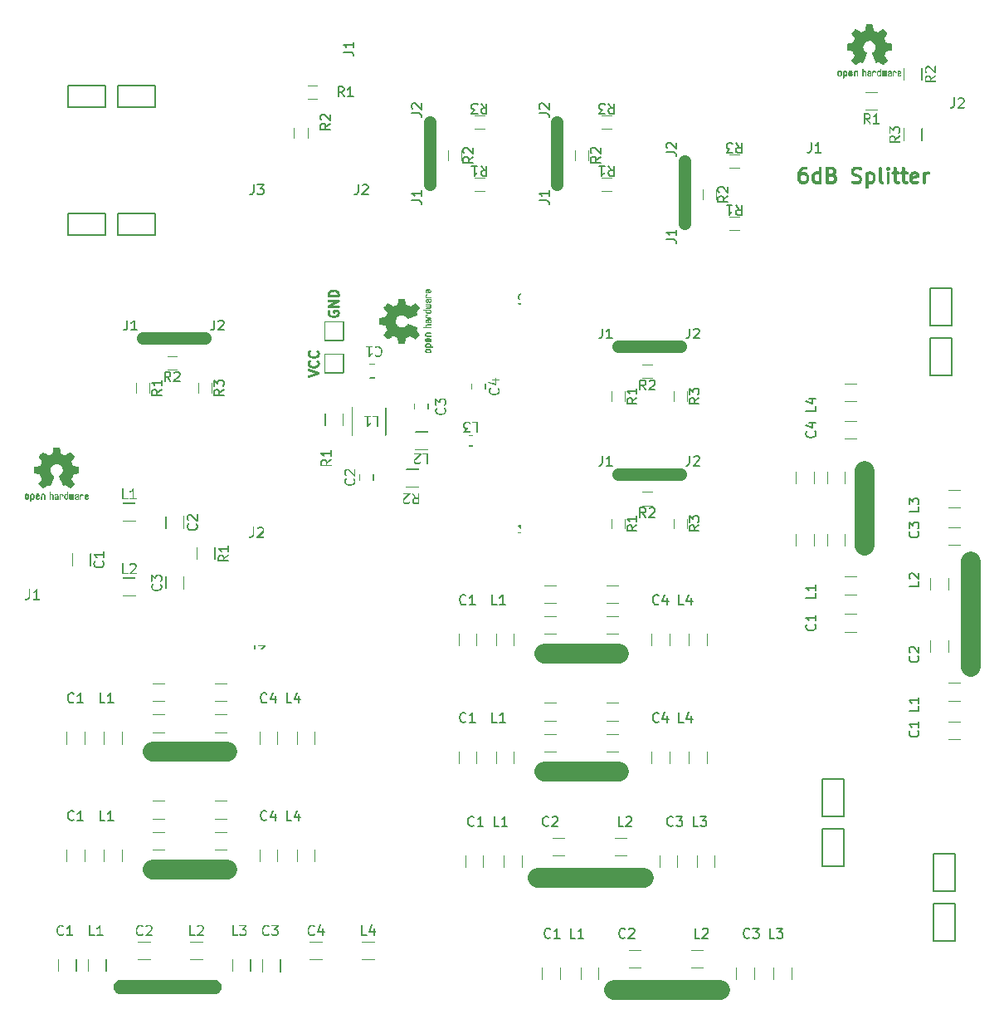
<source format=gto>
%MOIN*%
%OFA0B0*%
%FSLAX46Y46*%
%IPPOS*%
%LPD*%
%ADD10C,0.05*%
%ADD11C,0.0047244094488188976*%
%ADD12C,0.005905511811023622*%
%ADD13C,0.005905511811023622*%
%ADD14C,0.07874015748031496*%
%ADD15C,0.0047244094488188976*%
%ADD16C,0.005905511811023622*%
%ADD17C,0.07874015748031496*%
%ADD18C,0.0047244094488188976*%
%ADD19C,0.005905511811023622*%
%ADD20C,0.0047244094488188976*%
%ADD21C,0.005905511811023622*%
%ADD22C,0.07874015748031496*%
%ADD23C,0.0047244094488188976*%
%ADD24C,0.005905511811023622*%
%ADD25C,0.07874015748031496*%
%ADD26C,0.0047244094488188976*%
%ADD27C,0.005905511811023622*%
%ADD28C,0.07874015748031496*%
%ADD29C,0.0047244094488188976*%
%ADD30C,0.005905511811023622*%
%ADD31C,0.05*%
%ADD32C,0.0047244094488188976*%
%ADD33C,0.005905511811023622*%
%ADD34C,0.05*%
%ADD35C,0.0047244094488188976*%
%ADD36C,0.005905511811023622*%
%ADD37C,0.07874015748031496*%
%ADD38C,0.0047244094488188976*%
%ADD39C,0.005905511811023622*%
%ADD40C,0.005905511811023622*%
%ADD41C,0.005905511811023622*%
%ADD42C,0.07874015748031496*%
%ADD43C,0.0047244094488188976*%
%ADD44C,0.005905511811023622*%
%ADD45C,0.07874015748031496*%
%ADD46C,0.0047244094488188976*%
%ADD47C,0.005905511811023622*%
%ADD48C,0.05*%
%ADD49C,0.0047244094488188976*%
%ADD50C,0.005905511811023622*%
%ADD51C,0.05*%
%ADD52C,0.0047244094488188976*%
%ADD53C,0.005905511811023622*%
%ADD54C,0.05*%
%ADD55C,0.0047244094488188976*%
%ADD56C,0.005905511811023622*%
%ADD57C,0.005905511811023622*%
%ADD58C,0.005905511811023622*%
G36*
X0003210900Y0003342400D02*
G01*
X0003212700Y0003342700D01*
X0003214300Y0003343500D01*
X0003215600Y0003344800D01*
X0003216499Y0003346500D01*
X0003216800Y0003348300D01*
X0003216499Y0003350099D01*
X0003215600Y0003351800D01*
X0003214300Y0003353100D01*
X0003212700Y0003353900D01*
X0003210900Y0003354200D01*
X0003199600Y0003354200D01*
X0003197800Y0003353900D01*
X0003196100Y0003353100D01*
X0003194799Y0003351800D01*
X0003194000Y0003350099D01*
X0003193700Y0003348300D01*
X0003194000Y0003346500D01*
X0003194799Y0003344800D01*
X0003196100Y0003343500D01*
X0003197800Y0003342700D01*
X0003199600Y0003342400D01*
X0003210900Y0003342400D01*
G37*
G36*
X0003194000Y0003339600D02*
G01*
X0003195800Y0003339900D01*
X0003201400Y0003342700D01*
X0003203100Y0003343500D01*
X0003204400Y0003344800D01*
X0003205200Y0003346500D01*
X0003205500Y0003348300D01*
X0003205200Y0003350099D01*
X0003204400Y0003351800D01*
X0003203100Y0003353100D01*
X0003201400Y0003353900D01*
X0003199600Y0003354200D01*
X0003197800Y0003353900D01*
X0003192200Y0003351100D01*
X0003190499Y0003350300D01*
X0003189200Y0003348899D01*
X0003188400Y0003347300D01*
X0003188100Y0003345500D01*
X0003188400Y0003343700D01*
X0003189200Y0003342000D01*
X0003190499Y0003340700D01*
X0003192200Y0003339900D01*
X0003194000Y0003339600D01*
G37*
G36*
X0003191200Y0003336800D02*
G01*
X0003193000Y0003337000D01*
X0003194600Y0003337900D01*
X0003198800Y0003342000D01*
X0003199600Y0003343700D01*
X0003199900Y0003345500D01*
X0003199600Y0003347300D01*
X0003198800Y0003348899D01*
X0003197500Y0003350300D01*
X0003195800Y0003351100D01*
X0003194000Y0003351400D01*
X0003192200Y0003351100D01*
X0003190499Y0003350300D01*
X0003186400Y0003346100D01*
X0003185600Y0003344500D01*
X0003185300Y0003342700D01*
X0003185600Y0003340800D01*
X0003186400Y0003339200D01*
X0003187700Y0003337900D01*
X0003189300Y0003337000D01*
X0003191200Y0003336800D01*
G37*
G36*
X0003185600Y0003328300D02*
G01*
X0003187400Y0003328600D01*
X0003189000Y0003329500D01*
X0003190300Y0003330800D01*
X0003196000Y0003339200D01*
X0003196800Y0003340800D01*
X0003197100Y0003342700D01*
X0003196800Y0003344500D01*
X0003196000Y0003346100D01*
X0003194600Y0003347400D01*
X0003193000Y0003348300D01*
X0003191200Y0003348600D01*
X0003189300Y0003348300D01*
X0003187700Y0003347400D01*
X0003186400Y0003346100D01*
X0003180800Y0003337699D01*
X0003179900Y0003336099D01*
X0003179600Y0003334199D01*
X0003179900Y0003332400D01*
X0003180800Y0003330800D01*
X0003182100Y0003329500D01*
X0003183700Y0003328600D01*
X0003185600Y0003328300D01*
G37*
G36*
X0003182700Y0003317100D02*
G01*
X0003184600Y0003317400D01*
X0003186200Y0003318200D01*
X0003187500Y0003319500D01*
X0003188400Y0003321200D01*
X0003191200Y0003332400D01*
X0003191500Y0003334199D01*
X0003191200Y0003336099D01*
X0003190300Y0003337699D01*
X0003189000Y0003339000D01*
X0003187400Y0003339800D01*
X0003185600Y0003340100D01*
X0003183700Y0003339800D01*
X0003182100Y0003339000D01*
X0003180800Y0003337699D01*
X0003179900Y0003336099D01*
X0003177100Y0003324800D01*
X0003176800Y0003323000D01*
X0003177100Y0003321200D01*
X0003178000Y0003319500D01*
X0003179299Y0003318200D01*
X0003180899Y0003317400D01*
X0003182700Y0003317100D01*
G37*
G36*
X0003182700Y0003294600D02*
G01*
X0003184600Y0003294900D01*
X0003186200Y0003295700D01*
X0003187500Y0003296999D01*
X0003188400Y0003298700D01*
X0003188600Y0003300499D01*
X0003188600Y0003323000D01*
X0003188400Y0003324800D01*
X0003187500Y0003326499D01*
X0003186200Y0003327800D01*
X0003184600Y0003328600D01*
X0003182700Y0003328900D01*
X0003180899Y0003328600D01*
X0003179299Y0003327800D01*
X0003178000Y0003326499D01*
X0003177100Y0003324800D01*
X0003176800Y0003323000D01*
X0003176800Y0003300499D01*
X0003177100Y0003298700D01*
X0003178000Y0003296999D01*
X0003179299Y0003295700D01*
X0003180899Y0003294900D01*
X0003182700Y0003294600D01*
G37*
G36*
X0003185600Y0003289000D02*
G01*
X0003187400Y0003289200D01*
X0003189000Y0003290099D01*
X0003190300Y0003291400D01*
X0003191200Y0003293000D01*
X0003191500Y0003294900D01*
X0003191200Y0003296700D01*
X0003188400Y0003302300D01*
X0003187500Y0003304000D01*
X0003186200Y0003305300D01*
X0003184600Y0003306100D01*
X0003182700Y0003306400D01*
X0003180899Y0003306100D01*
X0003179299Y0003305300D01*
X0003178000Y0003304000D01*
X0003177100Y0003302300D01*
X0003176800Y0003300499D01*
X0003177100Y0003298700D01*
X0003179900Y0003293000D01*
X0003180800Y0003291400D01*
X0003182100Y0003290099D01*
X0003183700Y0003289200D01*
X0003185600Y0003289000D01*
G37*
G36*
X0003188400Y0003286100D02*
G01*
X0003190200Y0003286400D01*
X0003191800Y0003287299D01*
X0003193100Y0003288600D01*
X0003194000Y0003290200D01*
X0003194300Y0003291999D01*
X0003194000Y0003293900D01*
X0003193100Y0003295500D01*
X0003189000Y0003299600D01*
X0003187400Y0003300499D01*
X0003185600Y0003300800D01*
X0003183700Y0003300499D01*
X0003182100Y0003299600D01*
X0003180800Y0003298300D01*
X0003179900Y0003296700D01*
X0003179600Y0003294900D01*
X0003179900Y0003293000D01*
X0003180800Y0003291400D01*
X0003184900Y0003287299D01*
X0003186500Y0003286400D01*
X0003188400Y0003286100D01*
G37*
G36*
X0003194000Y0003283300D02*
G01*
X0003195800Y0003283600D01*
X0003197500Y0003284500D01*
X0003198800Y0003285800D01*
X0003199600Y0003287400D01*
X0003199900Y0003289200D01*
X0003199600Y0003291100D01*
X0003198800Y0003292700D01*
X0003197500Y0003294000D01*
X0003195800Y0003294900D01*
X0003190200Y0003297700D01*
X0003188400Y0003298000D01*
X0003186500Y0003297700D01*
X0003184900Y0003296800D01*
X0003183600Y0003295500D01*
X0003182700Y0003293900D01*
X0003182500Y0003291999D01*
X0003182700Y0003290200D01*
X0003183600Y0003288600D01*
X0003184900Y0003287299D01*
X0003186500Y0003286400D01*
X0003192200Y0003283600D01*
X0003194000Y0003283300D01*
G37*
G36*
X0003205200Y0003283300D02*
G01*
X0003207100Y0003283600D01*
X0003208700Y0003284500D01*
X0003210000Y0003285800D01*
X0003210900Y0003287400D01*
X0003211100Y0003289200D01*
X0003210900Y0003291100D01*
X0003210000Y0003292700D01*
X0003208700Y0003294000D01*
X0003207100Y0003294900D01*
X0003205200Y0003295100D01*
X0003194000Y0003295100D01*
X0003192200Y0003294900D01*
X0003190499Y0003294000D01*
X0003189200Y0003292700D01*
X0003188400Y0003291100D01*
X0003188100Y0003289200D01*
X0003188400Y0003287400D01*
X0003189200Y0003285800D01*
X0003190499Y0003284500D01*
X0003192200Y0003283600D01*
X0003194000Y0003283300D01*
X0003205200Y0003283300D01*
G37*
G36*
X0003205200Y0003283300D02*
G01*
X0003207100Y0003283600D01*
X0003212700Y0003286400D01*
X0003214300Y0003287299D01*
X0003215600Y0003288600D01*
X0003216499Y0003290200D01*
X0003216800Y0003291999D01*
X0003216499Y0003293900D01*
X0003215600Y0003295500D01*
X0003214300Y0003296800D01*
X0003212700Y0003297700D01*
X0003210900Y0003298000D01*
X0003209000Y0003297700D01*
X0003203400Y0003294900D01*
X0003201800Y0003294000D01*
X0003200500Y0003292700D01*
X0003199600Y0003291100D01*
X0003199300Y0003289200D01*
X0003199600Y0003287400D01*
X0003200500Y0003285800D01*
X0003201800Y0003284500D01*
X0003203400Y0003283600D01*
X0003205200Y0003283300D01*
G37*
G36*
X0003210900Y0003286100D02*
G01*
X0003212700Y0003286400D01*
X0003214300Y0003287299D01*
X0003217100Y0003290099D01*
X0003218400Y0003291400D01*
X0003219300Y0003293000D01*
X0003219599Y0003294900D01*
X0003219300Y0003296700D01*
X0003218400Y0003298300D01*
X0003217100Y0003299600D01*
X0003215500Y0003300499D01*
X0003213700Y0003300800D01*
X0003211799Y0003300499D01*
X0003210200Y0003299600D01*
X0003208900Y0003298300D01*
X0003206100Y0003295500D01*
X0003205200Y0003293900D01*
X0003205000Y0003291999D01*
X0003205200Y0003290200D01*
X0003206100Y0003288600D01*
X0003207400Y0003287299D01*
X0003209000Y0003286400D01*
X0003210900Y0003286100D01*
G37*
G36*
X0003213700Y0003289000D02*
G01*
X0003215500Y0003289200D01*
X0003217100Y0003290099D01*
X0003218400Y0003291400D01*
X0003219300Y0003293000D01*
X0003222100Y0003298700D01*
X0003222400Y0003300499D01*
X0003222100Y0003302300D01*
X0003221300Y0003304000D01*
X0003220000Y0003305300D01*
X0003218300Y0003306100D01*
X0003216499Y0003306400D01*
X0003214700Y0003306100D01*
X0003213000Y0003305300D01*
X0003211700Y0003304000D01*
X0003210900Y0003302300D01*
X0003208100Y0003296700D01*
X0003207800Y0003294900D01*
X0003208100Y0003293000D01*
X0003208900Y0003291400D01*
X0003210200Y0003290099D01*
X0003211799Y0003289200D01*
X0003213700Y0003289000D01*
G37*
G36*
X0003216499Y0003294600D02*
G01*
X0003218300Y0003294900D01*
X0003220000Y0003295700D01*
X0003221300Y0003296999D01*
X0003222100Y0003298700D01*
X0003222400Y0003300499D01*
X0003222400Y0003314499D01*
X0003222100Y0003316399D01*
X0003221300Y0003318000D01*
X0003220000Y0003319300D01*
X0003218300Y0003320200D01*
X0003216499Y0003320400D01*
X0003214700Y0003320200D01*
X0003213000Y0003319300D01*
X0003211700Y0003318000D01*
X0003210900Y0003316399D01*
X0003210600Y0003314499D01*
X0003210600Y0003300499D01*
X0003210900Y0003298700D01*
X0003211700Y0003296999D01*
X0003213000Y0003295700D01*
X0003214700Y0003294900D01*
X0003216499Y0003294600D01*
G37*
G36*
X0003216499Y0003308599D02*
G01*
X0003218300Y0003308900D01*
X0003220000Y0003309799D01*
X0003221300Y0003311100D01*
X0003222100Y0003312700D01*
X0003222400Y0003314499D01*
X0003222100Y0003316399D01*
X0003219300Y0003322000D01*
X0003218400Y0003323600D01*
X0003217100Y0003324899D01*
X0003215500Y0003325800D01*
X0003213700Y0003326099D01*
X0003211799Y0003325800D01*
X0003210200Y0003324899D01*
X0003208900Y0003323600D01*
X0003208100Y0003322000D01*
X0003207800Y0003320200D01*
X0003208100Y0003318300D01*
X0003210900Y0003312700D01*
X0003211700Y0003311100D01*
X0003213000Y0003309799D01*
X0003214700Y0003308900D01*
X0003216499Y0003308599D01*
G37*
G36*
X0003213700Y0003314300D02*
G01*
X0003215500Y0003314600D01*
X0003217100Y0003315400D01*
X0003218400Y0003316700D01*
X0003219300Y0003318300D01*
X0003219599Y0003320200D01*
X0003219300Y0003322000D01*
X0003218400Y0003323600D01*
X0003217100Y0003324899D01*
X0003214300Y0003327800D01*
X0003212700Y0003328600D01*
X0003210900Y0003328900D01*
X0003209000Y0003328600D01*
X0003207400Y0003327800D01*
X0003206100Y0003326499D01*
X0003205200Y0003324800D01*
X0003205000Y0003323000D01*
X0003205200Y0003321200D01*
X0003206100Y0003319500D01*
X0003208900Y0003316700D01*
X0003210200Y0003315400D01*
X0003211799Y0003314600D01*
X0003213700Y0003314300D01*
G37*
G36*
X0003210900Y0003317100D02*
G01*
X0003212700Y0003317400D01*
X0003214300Y0003318200D01*
X0003215600Y0003319500D01*
X0003216499Y0003321200D01*
X0003216800Y0003323000D01*
X0003216499Y0003324800D01*
X0003215600Y0003326499D01*
X0003214300Y0003327800D01*
X0003212700Y0003328600D01*
X0003207100Y0003331400D01*
X0003205200Y0003331700D01*
X0003203400Y0003331400D01*
X0003201800Y0003330600D01*
X0003200500Y0003329300D01*
X0003199600Y0003327600D01*
X0003199300Y0003325800D01*
X0003199600Y0003324000D01*
X0003200500Y0003322300D01*
X0003201800Y0003320999D01*
X0003203400Y0003320200D01*
X0003209000Y0003317400D01*
X0003210900Y0003317100D01*
G37*
G36*
X0003205200Y0003319900D02*
G01*
X0003207100Y0003320200D01*
X0003208700Y0003320999D01*
X0003210000Y0003322300D01*
X0003210900Y0003324000D01*
X0003211100Y0003325800D01*
X0003210900Y0003327600D01*
X0003210000Y0003329300D01*
X0003208700Y0003330600D01*
X0003207100Y0003331400D01*
X0003205200Y0003331700D01*
X0003194000Y0003331700D01*
X0003192200Y0003331400D01*
X0003190499Y0003330600D01*
X0003189200Y0003329300D01*
X0003188400Y0003327600D01*
X0003188100Y0003325800D01*
X0003188400Y0003324000D01*
X0003189200Y0003322300D01*
X0003190499Y0003320999D01*
X0003192200Y0003320200D01*
X0003194000Y0003319900D01*
X0003205200Y0003319900D01*
G37*
G36*
X0003188400Y0003317100D02*
G01*
X0003190200Y0003317400D01*
X0003195800Y0003320200D01*
X0003197500Y0003320999D01*
X0003198800Y0003322300D01*
X0003199600Y0003324000D01*
X0003199900Y0003325800D01*
X0003199600Y0003327600D01*
X0003198800Y0003329300D01*
X0003197500Y0003330600D01*
X0003195800Y0003331400D01*
X0003194000Y0003331700D01*
X0003192200Y0003331400D01*
X0003186500Y0003328600D01*
X0003184900Y0003327800D01*
X0003183600Y0003326499D01*
X0003182700Y0003324800D01*
X0003182500Y0003323000D01*
X0003182700Y0003321200D01*
X0003183600Y0003319500D01*
X0003184900Y0003318200D01*
X0003186500Y0003317400D01*
X0003188400Y0003317100D01*
G37*
G36*
X0003185600Y0003314300D02*
G01*
X0003187400Y0003314600D01*
X0003189000Y0003315400D01*
X0003193100Y0003319500D01*
X0003194000Y0003321200D01*
X0003194300Y0003323000D01*
X0003194000Y0003324800D01*
X0003193100Y0003326499D01*
X0003191800Y0003327800D01*
X0003190200Y0003328600D01*
X0003188400Y0003328900D01*
X0003186500Y0003328600D01*
X0003184900Y0003327800D01*
X0003180800Y0003323600D01*
X0003179900Y0003322000D01*
X0003179600Y0003320200D01*
X0003179900Y0003318300D01*
X0003180800Y0003316700D01*
X0003182100Y0003315400D01*
X0003183700Y0003314600D01*
X0003185600Y0003314300D01*
G37*
G36*
X0003182700Y0003308599D02*
G01*
X0003184600Y0003308900D01*
X0003186200Y0003309799D01*
X0003187500Y0003311100D01*
X0003188400Y0003312700D01*
X0003191200Y0003318300D01*
X0003191500Y0003320200D01*
X0003191200Y0003322000D01*
X0003190300Y0003323600D01*
X0003189000Y0003324899D01*
X0003187400Y0003325800D01*
X0003185600Y0003326099D01*
X0003183700Y0003325800D01*
X0003182100Y0003324899D01*
X0003180800Y0003323600D01*
X0003179900Y0003322000D01*
X0003177100Y0003316399D01*
X0003176800Y0003314499D01*
X0003177100Y0003312700D01*
X0003178000Y0003311100D01*
X0003179299Y0003309799D01*
X0003180899Y0003308900D01*
X0003182700Y0003308599D01*
G37*
G36*
X0003267100Y0003283300D02*
G01*
X0003268900Y0003283600D01*
X0003270600Y0003284500D01*
X0003271900Y0003285800D01*
X0003272700Y0003287400D01*
X0003272999Y0003289200D01*
X0003272999Y0003348300D01*
X0003272700Y0003350099D01*
X0003271900Y0003351800D01*
X0003270600Y0003353100D01*
X0003268900Y0003353900D01*
X0003267100Y0003354200D01*
X0003265299Y0003353900D01*
X0003263600Y0003353100D01*
X0003262300Y0003351800D01*
X0003261500Y0003350099D01*
X0003261200Y0003348300D01*
X0003261200Y0003289200D01*
X0003261500Y0003287400D01*
X0003262300Y0003285800D01*
X0003263600Y0003284500D01*
X0003265299Y0003283600D01*
X0003267100Y0003283300D01*
G37*
G36*
X0003261500Y0003283300D02*
G01*
X0003263299Y0003283600D01*
X0003268900Y0003286400D01*
X0003270600Y0003287299D01*
X0003271900Y0003288600D01*
X0003272700Y0003290200D01*
X0003272999Y0003291999D01*
X0003272700Y0003293900D01*
X0003271900Y0003295500D01*
X0003270600Y0003296800D01*
X0003268900Y0003297700D01*
X0003267100Y0003298000D01*
X0003265299Y0003297700D01*
X0003259700Y0003294900D01*
X0003258000Y0003294000D01*
X0003256700Y0003292700D01*
X0003255900Y0003291100D01*
X0003255599Y0003289200D01*
X0003255900Y0003287400D01*
X0003256700Y0003285800D01*
X0003258000Y0003284500D01*
X0003259700Y0003283600D01*
X0003261500Y0003283300D01*
G37*
G36*
X0003261500Y0003283300D02*
G01*
X0003263299Y0003283600D01*
X0003264899Y0003284500D01*
X0003266300Y0003285800D01*
X0003267100Y0003287400D01*
X0003267400Y0003289200D01*
X0003267100Y0003291100D01*
X0003266300Y0003292700D01*
X0003264899Y0003294000D01*
X0003263299Y0003294900D01*
X0003261500Y0003295100D01*
X0003250200Y0003295100D01*
X0003248400Y0003294900D01*
X0003246800Y0003294000D01*
X0003245500Y0003292700D01*
X0003244600Y0003291100D01*
X0003244300Y0003289200D01*
X0003244600Y0003287400D01*
X0003245500Y0003285800D01*
X0003246800Y0003284500D01*
X0003248400Y0003283600D01*
X0003250200Y0003283300D01*
X0003261500Y0003283300D01*
G37*
G36*
X0003250200Y0003283300D02*
G01*
X0003252099Y0003283600D01*
X0003253699Y0003284500D01*
X0003255000Y0003285800D01*
X0003255800Y0003287400D01*
X0003256100Y0003289200D01*
X0003255800Y0003291100D01*
X0003255000Y0003292700D01*
X0003253699Y0003294000D01*
X0003252099Y0003294900D01*
X0003246400Y0003297700D01*
X0003244600Y0003298000D01*
X0003242800Y0003297700D01*
X0003241100Y0003296800D01*
X0003239800Y0003295500D01*
X0003239000Y0003293900D01*
X0003238700Y0003291999D01*
X0003239000Y0003290200D01*
X0003239800Y0003288600D01*
X0003241100Y0003287299D01*
X0003242800Y0003286400D01*
X0003248400Y0003283600D01*
X0003250200Y0003283300D01*
G37*
G36*
X0003244600Y0003286100D02*
G01*
X0003246400Y0003286400D01*
X0003248100Y0003287299D01*
X0003249400Y0003288600D01*
X0003250200Y0003290200D01*
X0003250500Y0003291999D01*
X0003250200Y0003293900D01*
X0003249400Y0003295500D01*
X0003248100Y0003296800D01*
X0003245300Y0003299600D01*
X0003243599Y0003300499D01*
X0003241800Y0003300800D01*
X0003240000Y0003300499D01*
X0003238300Y0003299600D01*
X0003236999Y0003298300D01*
X0003236199Y0003296700D01*
X0003235900Y0003294900D01*
X0003236199Y0003293000D01*
X0003236999Y0003291400D01*
X0003241100Y0003287299D01*
X0003242800Y0003286400D01*
X0003244600Y0003286100D01*
G37*
G36*
X0003241800Y0003289000D02*
G01*
X0003243599Y0003289200D01*
X0003245300Y0003290099D01*
X0003246600Y0003291400D01*
X0003247400Y0003293000D01*
X0003247700Y0003294900D01*
X0003247400Y0003296700D01*
X0003244600Y0003302300D01*
X0003243800Y0003304000D01*
X0003242500Y0003305300D01*
X0003240800Y0003306100D01*
X0003239000Y0003306400D01*
X0003237200Y0003306100D01*
X0003235500Y0003305300D01*
X0003234200Y0003304000D01*
X0003233400Y0003302300D01*
X0003233100Y0003300499D01*
X0003233400Y0003298700D01*
X0003236199Y0003293000D01*
X0003236999Y0003291400D01*
X0003238300Y0003290099D01*
X0003240000Y0003289200D01*
X0003241800Y0003289000D01*
G37*
G36*
X0003239000Y0003294600D02*
G01*
X0003240800Y0003294900D01*
X0003242500Y0003295700D01*
X0003243800Y0003296999D01*
X0003244600Y0003298700D01*
X0003244900Y0003300499D01*
X0003244900Y0003317400D01*
X0003244600Y0003319200D01*
X0003243800Y0003320800D01*
X0003242500Y0003322100D01*
X0003240800Y0003323000D01*
X0003239000Y0003323300D01*
X0003237200Y0003323000D01*
X0003235500Y0003322100D01*
X0003234200Y0003320800D01*
X0003233400Y0003319200D01*
X0003233100Y0003317400D01*
X0003233100Y0003300499D01*
X0003233400Y0003298700D01*
X0003234200Y0003296999D01*
X0003235500Y0003295700D01*
X0003237200Y0003294900D01*
X0003239000Y0003294600D01*
G37*
G36*
X0003239000Y0003311500D02*
G01*
X0003240800Y0003311699D01*
X0003242500Y0003312600D01*
X0003243800Y0003313900D01*
X0003244600Y0003315500D01*
X0003247400Y0003321200D01*
X0003247700Y0003323000D01*
X0003247400Y0003324800D01*
X0003246600Y0003326499D01*
X0003245300Y0003327800D01*
X0003243599Y0003328600D01*
X0003241800Y0003328900D01*
X0003240000Y0003328600D01*
X0003238300Y0003327800D01*
X0003236999Y0003326499D01*
X0003236199Y0003324800D01*
X0003233400Y0003319200D01*
X0003233100Y0003317400D01*
X0003233400Y0003315500D01*
X0003234200Y0003313900D01*
X0003235500Y0003312600D01*
X0003237200Y0003311699D01*
X0003239000Y0003311500D01*
G37*
G36*
X0003241800Y0003317100D02*
G01*
X0003243599Y0003317400D01*
X0003245300Y0003318200D01*
X0003248100Y0003320999D01*
X0003249400Y0003322300D01*
X0003250200Y0003324000D01*
X0003250500Y0003325800D01*
X0003250200Y0003327600D01*
X0003249400Y0003329300D01*
X0003248100Y0003330600D01*
X0003246400Y0003331400D01*
X0003244600Y0003331700D01*
X0003242800Y0003331400D01*
X0003241100Y0003330600D01*
X0003238300Y0003327800D01*
X0003236999Y0003326499D01*
X0003236199Y0003324800D01*
X0003235900Y0003323000D01*
X0003236199Y0003321200D01*
X0003236999Y0003319500D01*
X0003238300Y0003318200D01*
X0003240000Y0003317400D01*
X0003241800Y0003317100D01*
G37*
G36*
X0003244600Y0003319900D02*
G01*
X0003246400Y0003320200D01*
X0003252099Y0003323000D01*
X0003253699Y0003323800D01*
X0003255000Y0003325100D01*
X0003255800Y0003326800D01*
X0003256100Y0003328600D01*
X0003255800Y0003330400D01*
X0003255000Y0003332100D01*
X0003253699Y0003333399D01*
X0003252099Y0003334199D01*
X0003250200Y0003334500D01*
X0003248400Y0003334199D01*
X0003242800Y0003331400D01*
X0003241100Y0003330600D01*
X0003239800Y0003329300D01*
X0003239000Y0003327600D01*
X0003238700Y0003325800D01*
X0003239000Y0003324000D01*
X0003239800Y0003322300D01*
X0003241100Y0003320999D01*
X0003242800Y0003320200D01*
X0003244600Y0003319900D01*
G37*
G36*
X0003261500Y0003322700D02*
G01*
X0003263299Y0003323000D01*
X0003264899Y0003323800D01*
X0003266300Y0003325100D01*
X0003267100Y0003326800D01*
X0003267400Y0003328600D01*
X0003267100Y0003330400D01*
X0003266300Y0003332100D01*
X0003264899Y0003333399D01*
X0003263299Y0003334199D01*
X0003261500Y0003334500D01*
X0003250200Y0003334500D01*
X0003248400Y0003334199D01*
X0003246800Y0003333399D01*
X0003245500Y0003332100D01*
X0003244600Y0003330400D01*
X0003244300Y0003328600D01*
X0003244600Y0003326800D01*
X0003245500Y0003325100D01*
X0003246800Y0003323800D01*
X0003248400Y0003323000D01*
X0003250200Y0003322700D01*
X0003261500Y0003322700D01*
G37*
G36*
X0003267100Y0003319900D02*
G01*
X0003268900Y0003320200D01*
X0003270600Y0003320999D01*
X0003271900Y0003322300D01*
X0003272700Y0003324000D01*
X0003272999Y0003325800D01*
X0003272700Y0003327600D01*
X0003271900Y0003329300D01*
X0003270600Y0003330600D01*
X0003268900Y0003331400D01*
X0003263299Y0003334199D01*
X0003261500Y0003334500D01*
X0003259700Y0003334199D01*
X0003258000Y0003333399D01*
X0003256700Y0003332100D01*
X0003255900Y0003330400D01*
X0003255599Y0003328600D01*
X0003255900Y0003326800D01*
X0003256700Y0003325100D01*
X0003258000Y0003323800D01*
X0003259700Y0003323000D01*
X0003265299Y0003320200D01*
X0003267100Y0003319900D01*
G37*
G36*
X0003323300Y0003311500D02*
G01*
X0003325200Y0003311699D01*
X0003326800Y0003312600D01*
X0003328100Y0003313900D01*
X0003329000Y0003315500D01*
X0003329300Y0003317400D01*
X0003329000Y0003319200D01*
X0003328100Y0003320800D01*
X0003326800Y0003322100D01*
X0003325200Y0003323000D01*
X0003316700Y0003325800D01*
X0003314900Y0003326099D01*
X0003313100Y0003325800D01*
X0003311400Y0003324899D01*
X0003310100Y0003323600D01*
X0003309300Y0003322000D01*
X0003308999Y0003320200D01*
X0003309300Y0003318300D01*
X0003310100Y0003316700D01*
X0003311400Y0003315400D01*
X0003313100Y0003314600D01*
X0003321500Y0003311699D01*
X0003323300Y0003311500D01*
G37*
G36*
X0003326200Y0003308599D02*
G01*
X0003328000Y0003308900D01*
X0003329600Y0003309799D01*
X0003330900Y0003311100D01*
X0003331800Y0003312700D01*
X0003332100Y0003314499D01*
X0003331800Y0003316399D01*
X0003330900Y0003318000D01*
X0003326800Y0003322100D01*
X0003325200Y0003323000D01*
X0003323300Y0003323300D01*
X0003321500Y0003323000D01*
X0003319900Y0003322100D01*
X0003318600Y0003320800D01*
X0003317700Y0003319200D01*
X0003317400Y0003317400D01*
X0003317700Y0003315500D01*
X0003318600Y0003313900D01*
X0003319900Y0003312600D01*
X0003321399Y0003311100D01*
X0003322700Y0003309799D01*
X0003324300Y0003308900D01*
X0003326200Y0003308599D01*
G37*
G36*
X0003329000Y0003303000D02*
G01*
X0003330800Y0003303300D01*
X0003332400Y0003304100D01*
X0003333700Y0003305400D01*
X0003334600Y0003307100D01*
X0003334900Y0003308900D01*
X0003334600Y0003310700D01*
X0003331800Y0003316399D01*
X0003330900Y0003318000D01*
X0003329600Y0003319300D01*
X0003328000Y0003320200D01*
X0003326200Y0003320400D01*
X0003324300Y0003320200D01*
X0003322700Y0003319300D01*
X0003321399Y0003318000D01*
X0003320500Y0003316399D01*
X0003320300Y0003314499D01*
X0003320500Y0003312700D01*
X0003323400Y0003307100D01*
X0003324200Y0003305400D01*
X0003325500Y0003304100D01*
X0003327100Y0003303300D01*
X0003329000Y0003303000D01*
G37*
G36*
X0003329000Y0003294600D02*
G01*
X0003330800Y0003294900D01*
X0003332400Y0003295700D01*
X0003333700Y0003296999D01*
X0003334600Y0003298700D01*
X0003334900Y0003300499D01*
X0003334900Y0003308900D01*
X0003334600Y0003310700D01*
X0003333700Y0003312400D01*
X0003332400Y0003313699D01*
X0003330800Y0003314499D01*
X0003329000Y0003314800D01*
X0003327100Y0003314499D01*
X0003325500Y0003313699D01*
X0003324200Y0003312400D01*
X0003323400Y0003310700D01*
X0003323100Y0003308900D01*
X0003323100Y0003300499D01*
X0003323400Y0003298700D01*
X0003324200Y0003296999D01*
X0003325500Y0003295700D01*
X0003327100Y0003294900D01*
X0003329000Y0003294600D01*
G37*
G36*
X0003326200Y0003289000D02*
G01*
X0003328000Y0003289200D01*
X0003329600Y0003290099D01*
X0003330900Y0003291400D01*
X0003331800Y0003293000D01*
X0003334600Y0003298700D01*
X0003334900Y0003300499D01*
X0003334600Y0003302300D01*
X0003333700Y0003304000D01*
X0003332400Y0003305300D01*
X0003330800Y0003306100D01*
X0003329000Y0003306400D01*
X0003327100Y0003306100D01*
X0003325500Y0003305300D01*
X0003324200Y0003304000D01*
X0003323400Y0003302300D01*
X0003320500Y0003296700D01*
X0003320300Y0003294900D01*
X0003320500Y0003293000D01*
X0003321399Y0003291400D01*
X0003322700Y0003290099D01*
X0003324300Y0003289200D01*
X0003326200Y0003289000D01*
G37*
G36*
X0003323300Y0003286100D02*
G01*
X0003325200Y0003286400D01*
X0003326800Y0003287299D01*
X0003329600Y0003290099D01*
X0003330900Y0003291400D01*
X0003331800Y0003293000D01*
X0003332100Y0003294900D01*
X0003331800Y0003296700D01*
X0003330900Y0003298300D01*
X0003329600Y0003299600D01*
X0003328000Y0003300499D01*
X0003326200Y0003300800D01*
X0003324300Y0003300499D01*
X0003322700Y0003299600D01*
X0003321399Y0003298300D01*
X0003319900Y0003296800D01*
X0003318600Y0003295500D01*
X0003317700Y0003293900D01*
X0003317400Y0003291999D01*
X0003317700Y0003290200D01*
X0003318600Y0003288600D01*
X0003319900Y0003287299D01*
X0003321500Y0003286400D01*
X0003323300Y0003286100D01*
G37*
G36*
X0003317700Y0003283300D02*
G01*
X0003319500Y0003283600D01*
X0003325200Y0003286400D01*
X0003326800Y0003287299D01*
X0003328100Y0003288600D01*
X0003329000Y0003290200D01*
X0003329300Y0003291999D01*
X0003329000Y0003293900D01*
X0003328100Y0003295500D01*
X0003326800Y0003296800D01*
X0003325200Y0003297700D01*
X0003323300Y0003298000D01*
X0003321500Y0003297700D01*
X0003315900Y0003294900D01*
X0003314200Y0003294000D01*
X0003312899Y0003292700D01*
X0003312099Y0003291100D01*
X0003311800Y0003289200D01*
X0003312099Y0003287400D01*
X0003312899Y0003285800D01*
X0003314200Y0003284500D01*
X0003315900Y0003283600D01*
X0003317700Y0003283300D01*
G37*
G36*
X0003317700Y0003283300D02*
G01*
X0003319500Y0003283600D01*
X0003321200Y0003284500D01*
X0003322500Y0003285800D01*
X0003323300Y0003287400D01*
X0003323600Y0003289200D01*
X0003323300Y0003291100D01*
X0003322500Y0003292700D01*
X0003321200Y0003294000D01*
X0003319500Y0003294900D01*
X0003317700Y0003295100D01*
X0003295200Y0003295100D01*
X0003293400Y0003294900D01*
X0003291800Y0003294000D01*
X0003290400Y0003292700D01*
X0003289600Y0003291100D01*
X0003289299Y0003289200D01*
X0003289600Y0003287400D01*
X0003290400Y0003285800D01*
X0003291800Y0003284500D01*
X0003293400Y0003283600D01*
X0003295200Y0003283300D01*
X0003317700Y0003283300D01*
G37*
G36*
X0003295200Y0003283300D02*
G01*
X0003296999Y0003283600D01*
X0003298700Y0003284500D01*
X0003300000Y0003285800D01*
X0003300800Y0003287400D01*
X0003301100Y0003289200D01*
X0003301100Y0003348300D01*
X0003300800Y0003350099D01*
X0003300000Y0003351800D01*
X0003298700Y0003353100D01*
X0003296999Y0003353900D01*
X0003295200Y0003354200D01*
X0003293400Y0003353900D01*
X0003291800Y0003353100D01*
X0003290400Y0003351800D01*
X0003289600Y0003350099D01*
X0003289299Y0003348300D01*
X0003289299Y0003289200D01*
X0003289600Y0003287400D01*
X0003290400Y0003285800D01*
X0003291800Y0003284500D01*
X0003293400Y0003283600D01*
X0003295200Y0003283300D01*
G37*
G36*
X0003314900Y0003342400D02*
G01*
X0003316700Y0003342700D01*
X0003318400Y0003343500D01*
X0003319700Y0003344800D01*
X0003320500Y0003346500D01*
X0003320800Y0003348300D01*
X0003320500Y0003350099D01*
X0003319700Y0003351800D01*
X0003318400Y0003353100D01*
X0003316700Y0003353900D01*
X0003314900Y0003354200D01*
X0003295200Y0003354200D01*
X0003293400Y0003353900D01*
X0003291800Y0003353100D01*
X0003290400Y0003351800D01*
X0003289600Y0003350099D01*
X0003289299Y0003348300D01*
X0003289600Y0003346500D01*
X0003290400Y0003344800D01*
X0003291800Y0003343500D01*
X0003293400Y0003342700D01*
X0003295200Y0003342400D01*
X0003314900Y0003342400D01*
G37*
G36*
X0003320500Y0003339600D02*
G01*
X0003322400Y0003339900D01*
X0003324000Y0003340700D01*
X0003325299Y0003342000D01*
X0003326099Y0003343700D01*
X0003326400Y0003345500D01*
X0003326099Y0003347300D01*
X0003325299Y0003348899D01*
X0003324000Y0003350300D01*
X0003322400Y0003351100D01*
X0003316700Y0003353900D01*
X0003314900Y0003354200D01*
X0003313100Y0003353900D01*
X0003311400Y0003353100D01*
X0003310100Y0003351800D01*
X0003309300Y0003350099D01*
X0003308999Y0003348300D01*
X0003309300Y0003346500D01*
X0003310100Y0003344800D01*
X0003311400Y0003343500D01*
X0003313100Y0003342700D01*
X0003318700Y0003339900D01*
X0003320500Y0003339600D01*
G37*
G36*
X0003323300Y0003336800D02*
G01*
X0003325200Y0003337000D01*
X0003326800Y0003337900D01*
X0003328100Y0003339200D01*
X0003329000Y0003340800D01*
X0003329300Y0003342700D01*
X0003329000Y0003344500D01*
X0003328100Y0003346100D01*
X0003326800Y0003347400D01*
X0003324000Y0003350300D01*
X0003322400Y0003351100D01*
X0003320500Y0003351400D01*
X0003318700Y0003351100D01*
X0003317100Y0003350300D01*
X0003315800Y0003348899D01*
X0003314900Y0003347300D01*
X0003314600Y0003345500D01*
X0003314900Y0003343700D01*
X0003315800Y0003342000D01*
X0003317100Y0003340700D01*
X0003319900Y0003337900D01*
X0003321500Y0003337000D01*
X0003323300Y0003336800D01*
G37*
G36*
X0003326200Y0003331100D02*
G01*
X0003328000Y0003331400D01*
X0003329600Y0003332300D01*
X0003330900Y0003333600D01*
X0003331800Y0003335200D01*
X0003332100Y0003337000D01*
X0003331800Y0003338900D01*
X0003329000Y0003344500D01*
X0003328100Y0003346100D01*
X0003326800Y0003347400D01*
X0003325200Y0003348300D01*
X0003323300Y0003348600D01*
X0003321500Y0003348300D01*
X0003319900Y0003347400D01*
X0003318600Y0003346100D01*
X0003317700Y0003344500D01*
X0003317400Y0003342700D01*
X0003317700Y0003340800D01*
X0003320500Y0003335200D01*
X0003321399Y0003333600D01*
X0003322700Y0003332300D01*
X0003324300Y0003331400D01*
X0003326200Y0003331100D01*
G37*
G36*
X0003326200Y0003325500D02*
G01*
X0003328000Y0003325800D01*
X0003329600Y0003326600D01*
X0003330900Y0003327900D01*
X0003331800Y0003329600D01*
X0003332100Y0003331400D01*
X0003332100Y0003337000D01*
X0003331800Y0003338900D01*
X0003330900Y0003340500D01*
X0003329600Y0003341800D01*
X0003328000Y0003342700D01*
X0003326200Y0003342900D01*
X0003324300Y0003342700D01*
X0003322700Y0003341800D01*
X0003321399Y0003340500D01*
X0003320500Y0003338900D01*
X0003320300Y0003337000D01*
X0003320300Y0003331400D01*
X0003320500Y0003329600D01*
X0003321399Y0003327900D01*
X0003322700Y0003326600D01*
X0003324300Y0003325800D01*
X0003326200Y0003325500D01*
G37*
G36*
X0003323300Y0003319900D02*
G01*
X0003325200Y0003320200D01*
X0003326800Y0003320999D01*
X0003328100Y0003322300D01*
X0003329000Y0003324000D01*
X0003331800Y0003329600D01*
X0003332100Y0003331400D01*
X0003331800Y0003333200D01*
X0003330900Y0003334900D01*
X0003329600Y0003336200D01*
X0003328000Y0003337000D01*
X0003326200Y0003337299D01*
X0003324300Y0003337000D01*
X0003322700Y0003336200D01*
X0003321399Y0003334900D01*
X0003320500Y0003333200D01*
X0003317700Y0003327600D01*
X0003317400Y0003325800D01*
X0003317700Y0003324000D01*
X0003318600Y0003322300D01*
X0003319900Y0003320999D01*
X0003321500Y0003320200D01*
X0003323300Y0003319900D01*
G37*
G36*
X0003320500Y0003317100D02*
G01*
X0003322400Y0003317400D01*
X0003324000Y0003318200D01*
X0003326800Y0003320999D01*
X0003328100Y0003322300D01*
X0003329000Y0003324000D01*
X0003329300Y0003325800D01*
X0003329000Y0003327600D01*
X0003328100Y0003329300D01*
X0003326800Y0003330600D01*
X0003325200Y0003331400D01*
X0003323300Y0003331700D01*
X0003321500Y0003331400D01*
X0003319900Y0003330600D01*
X0003317100Y0003327800D01*
X0003315800Y0003326499D01*
X0003314900Y0003324800D01*
X0003314600Y0003323000D01*
X0003314900Y0003321200D01*
X0003315800Y0003319500D01*
X0003317100Y0003318200D01*
X0003318700Y0003317400D01*
X0003320500Y0003317100D01*
G37*
G36*
X0003314900Y0003314300D02*
G01*
X0003316700Y0003314600D01*
X0003322400Y0003317400D01*
X0003324000Y0003318200D01*
X0003325299Y0003319500D01*
X0003326099Y0003321200D01*
X0003326400Y0003323000D01*
X0003326099Y0003324800D01*
X0003325299Y0003326499D01*
X0003324000Y0003327800D01*
X0003322400Y0003328600D01*
X0003320500Y0003328900D01*
X0003318700Y0003328600D01*
X0003313100Y0003325800D01*
X0003311400Y0003324899D01*
X0003310100Y0003323600D01*
X0003309300Y0003322000D01*
X0003308999Y0003320200D01*
X0003309300Y0003318300D01*
X0003310100Y0003316700D01*
X0003311400Y0003315400D01*
X0003313100Y0003314600D01*
X0003314900Y0003314300D01*
G37*
G36*
X0003314900Y0003314300D02*
G01*
X0003316700Y0003314600D01*
X0003318400Y0003315400D01*
X0003319700Y0003316700D01*
X0003320500Y0003318300D01*
X0003320800Y0003320200D01*
X0003320500Y0003322000D01*
X0003319700Y0003323600D01*
X0003318400Y0003324899D01*
X0003316700Y0003325800D01*
X0003314900Y0003326099D01*
X0003295200Y0003326099D01*
X0003293400Y0003325800D01*
X0003291800Y0003324899D01*
X0003290400Y0003323600D01*
X0003289600Y0003322000D01*
X0003289299Y0003320200D01*
X0003289600Y0003318300D01*
X0003290400Y0003316700D01*
X0003291800Y0003315400D01*
X0003293400Y0003314600D01*
X0003295200Y0003314300D01*
X0003314900Y0003314300D01*
G37*
G36*
X0003404900Y0003283300D02*
G01*
X0003406700Y0003283600D01*
X0003408400Y0003284500D01*
X0003409699Y0003285800D01*
X0003410499Y0003287400D01*
X0003410800Y0003289200D01*
X0003410499Y0003291100D01*
X0003409699Y0003292700D01*
X0003408400Y0003294000D01*
X0003406700Y0003294900D01*
X0003398300Y0003297700D01*
X0003396500Y0003298000D01*
X0003394599Y0003297700D01*
X0003393000Y0003296800D01*
X0003391700Y0003295500D01*
X0003390800Y0003293900D01*
X0003390600Y0003291999D01*
X0003390800Y0003290200D01*
X0003391700Y0003288600D01*
X0003393000Y0003287299D01*
X0003394599Y0003286400D01*
X0003403100Y0003283600D01*
X0003404900Y0003283300D01*
G37*
G36*
X0003418999Y0003283300D02*
G01*
X0003420800Y0003283600D01*
X0003422400Y0003284500D01*
X0003423700Y0003285800D01*
X0003424600Y0003287400D01*
X0003424900Y0003289200D01*
X0003424600Y0003291100D01*
X0003423700Y0003292700D01*
X0003422400Y0003294000D01*
X0003420800Y0003294900D01*
X0003418999Y0003295100D01*
X0003404900Y0003295100D01*
X0003403100Y0003294900D01*
X0003401400Y0003294000D01*
X0003400100Y0003292700D01*
X0003399300Y0003291100D01*
X0003399000Y0003289200D01*
X0003399300Y0003287400D01*
X0003400100Y0003285800D01*
X0003401400Y0003284500D01*
X0003403100Y0003283600D01*
X0003404900Y0003283300D01*
X0003418999Y0003283300D01*
G37*
G36*
X0003418999Y0003283300D02*
G01*
X0003420800Y0003283600D01*
X0003426400Y0003286400D01*
X0003428100Y0003287299D01*
X0003429400Y0003288600D01*
X0003430199Y0003290200D01*
X0003430500Y0003291999D01*
X0003430199Y0003293900D01*
X0003429400Y0003295500D01*
X0003428100Y0003296800D01*
X0003426400Y0003297700D01*
X0003424600Y0003298000D01*
X0003422800Y0003297700D01*
X0003417100Y0003294900D01*
X0003415500Y0003294000D01*
X0003414200Y0003292700D01*
X0003413300Y0003291100D01*
X0003413100Y0003289200D01*
X0003413300Y0003287400D01*
X0003414200Y0003285800D01*
X0003415500Y0003284500D01*
X0003417100Y0003283600D01*
X0003418999Y0003283300D01*
G37*
G36*
X0003424600Y0003286100D02*
G01*
X0003426400Y0003286400D01*
X0003428100Y0003287299D01*
X0003430900Y0003290099D01*
X0003432200Y0003291400D01*
X0003433000Y0003293000D01*
X0003433299Y0003294900D01*
X0003433000Y0003296700D01*
X0003432200Y0003298300D01*
X0003430900Y0003299600D01*
X0003429200Y0003300499D01*
X0003427400Y0003300800D01*
X0003425600Y0003300499D01*
X0003423900Y0003299600D01*
X0003422600Y0003298300D01*
X0003419800Y0003295500D01*
X0003418999Y0003293900D01*
X0003418700Y0003291999D01*
X0003418999Y0003290200D01*
X0003419800Y0003288600D01*
X0003421100Y0003287299D01*
X0003422800Y0003286400D01*
X0003424600Y0003286100D01*
G37*
G36*
X0003427400Y0003289000D02*
G01*
X0003429200Y0003289200D01*
X0003430900Y0003290099D01*
X0003432200Y0003291400D01*
X0003433000Y0003293000D01*
X0003435800Y0003298700D01*
X0003436100Y0003300499D01*
X0003435800Y0003302300D01*
X0003435000Y0003304000D01*
X0003433699Y0003305300D01*
X0003432000Y0003306100D01*
X0003430199Y0003306400D01*
X0003428400Y0003306100D01*
X0003426700Y0003305300D01*
X0003425400Y0003304000D01*
X0003424600Y0003302300D01*
X0003421800Y0003296700D01*
X0003421500Y0003294900D01*
X0003421800Y0003293000D01*
X0003422600Y0003291400D01*
X0003423900Y0003290099D01*
X0003425600Y0003289200D01*
X0003427400Y0003289000D01*
G37*
G36*
X0003430199Y0003294600D02*
G01*
X0003432000Y0003294900D01*
X0003433699Y0003295700D01*
X0003435000Y0003296999D01*
X0003435800Y0003298700D01*
X0003436100Y0003300499D01*
X0003436100Y0003306100D01*
X0003435800Y0003307900D01*
X0003435000Y0003309600D01*
X0003433699Y0003310900D01*
X0003432000Y0003311699D01*
X0003430199Y0003312000D01*
X0003428400Y0003311699D01*
X0003426700Y0003310900D01*
X0003425400Y0003309600D01*
X0003424600Y0003307900D01*
X0003424300Y0003306100D01*
X0003424300Y0003300499D01*
X0003424600Y0003298700D01*
X0003425400Y0003296999D01*
X0003426700Y0003295700D01*
X0003428400Y0003294900D01*
X0003430199Y0003294600D01*
G37*
G36*
X0003430199Y0003300200D02*
G01*
X0003432000Y0003300499D01*
X0003433699Y0003301299D01*
X0003435000Y0003302600D01*
X0003435800Y0003304300D01*
X0003436100Y0003306100D01*
X0003435800Y0003307900D01*
X0003433000Y0003313600D01*
X0003432200Y0003315200D01*
X0003430900Y0003316500D01*
X0003429200Y0003317300D01*
X0003427400Y0003317600D01*
X0003425600Y0003317300D01*
X0003423900Y0003316500D01*
X0003422600Y0003315200D01*
X0003421800Y0003313600D01*
X0003421500Y0003311699D01*
X0003421800Y0003309900D01*
X0003424600Y0003304300D01*
X0003425400Y0003302600D01*
X0003426700Y0003301299D01*
X0003428400Y0003300499D01*
X0003430199Y0003300200D01*
G37*
G36*
X0003427400Y0003305800D02*
G01*
X0003429200Y0003306100D01*
X0003430900Y0003307000D01*
X0003432200Y0003308300D01*
X0003433000Y0003309900D01*
X0003433299Y0003311699D01*
X0003433000Y0003313600D01*
X0003432200Y0003315200D01*
X0003428100Y0003319300D01*
X0003426400Y0003320200D01*
X0003424600Y0003320400D01*
X0003422800Y0003320200D01*
X0003421100Y0003319300D01*
X0003419800Y0003318000D01*
X0003418999Y0003316399D01*
X0003418700Y0003314499D01*
X0003418999Y0003312700D01*
X0003419800Y0003311100D01*
X0003421100Y0003309799D01*
X0003423900Y0003307000D01*
X0003425600Y0003306100D01*
X0003427400Y0003305800D01*
G37*
G36*
X0003424600Y0003308599D02*
G01*
X0003426400Y0003308900D01*
X0003428100Y0003309799D01*
X0003429400Y0003311100D01*
X0003430199Y0003312700D01*
X0003430500Y0003314499D01*
X0003430199Y0003316399D01*
X0003429400Y0003318000D01*
X0003428100Y0003319300D01*
X0003426400Y0003320200D01*
X0003420800Y0003323000D01*
X0003418999Y0003323300D01*
X0003417100Y0003323000D01*
X0003415500Y0003322100D01*
X0003414200Y0003320800D01*
X0003413300Y0003319200D01*
X0003413100Y0003317400D01*
X0003413300Y0003315500D01*
X0003414200Y0003313900D01*
X0003415500Y0003312600D01*
X0003417100Y0003311699D01*
X0003422800Y0003308900D01*
X0003424600Y0003308599D01*
G37*
G36*
X0003418999Y0003311500D02*
G01*
X0003420800Y0003311699D01*
X0003422400Y0003312600D01*
X0003423700Y0003313900D01*
X0003424600Y0003315500D01*
X0003424900Y0003317400D01*
X0003424600Y0003319200D01*
X0003423700Y0003320800D01*
X0003422400Y0003322100D01*
X0003420800Y0003323000D01*
X0003409500Y0003325800D01*
X0003407700Y0003326099D01*
X0003405900Y0003325800D01*
X0003404200Y0003324899D01*
X0003402900Y0003323600D01*
X0003402100Y0003322000D01*
X0003401800Y0003320200D01*
X0003402100Y0003318300D01*
X0003402900Y0003316700D01*
X0003404200Y0003315400D01*
X0003405900Y0003314600D01*
X0003417100Y0003311699D01*
X0003418999Y0003311500D01*
G37*
G36*
X0003407700Y0003314300D02*
G01*
X0003409500Y0003314600D01*
X0003411200Y0003315400D01*
X0003412500Y0003316700D01*
X0003413300Y0003318300D01*
X0003413600Y0003320200D01*
X0003413300Y0003322000D01*
X0003412500Y0003323600D01*
X0003411200Y0003324899D01*
X0003409500Y0003325800D01*
X0003403900Y0003328600D01*
X0003402100Y0003328900D01*
X0003400300Y0003328600D01*
X0003398600Y0003327800D01*
X0003397299Y0003326499D01*
X0003396500Y0003324800D01*
X0003396200Y0003323000D01*
X0003396500Y0003321200D01*
X0003397299Y0003319500D01*
X0003398600Y0003318200D01*
X0003400300Y0003317400D01*
X0003405900Y0003314600D01*
X0003407700Y0003314300D01*
G37*
G36*
X0003402100Y0003317100D02*
G01*
X0003403900Y0003317400D01*
X0003405600Y0003318200D01*
X0003406900Y0003319500D01*
X0003407700Y0003321200D01*
X0003408000Y0003323000D01*
X0003407700Y0003324800D01*
X0003406900Y0003326499D01*
X0003405600Y0003327800D01*
X0003402700Y0003330600D01*
X0003401100Y0003331400D01*
X0003399300Y0003331700D01*
X0003397400Y0003331400D01*
X0003395800Y0003330600D01*
X0003394500Y0003329300D01*
X0003393700Y0003327600D01*
X0003393399Y0003325800D01*
X0003393700Y0003324000D01*
X0003394500Y0003322300D01*
X0003395800Y0003320999D01*
X0003398600Y0003318200D01*
X0003400300Y0003317400D01*
X0003402100Y0003317100D01*
G37*
G36*
X0003399300Y0003319900D02*
G01*
X0003401100Y0003320200D01*
X0003402700Y0003320999D01*
X0003404100Y0003322300D01*
X0003404900Y0003324000D01*
X0003405200Y0003325800D01*
X0003404900Y0003327600D01*
X0003402100Y0003333200D01*
X0003401200Y0003334900D01*
X0003399900Y0003336200D01*
X0003398300Y0003337000D01*
X0003396500Y0003337299D01*
X0003394599Y0003337000D01*
X0003393000Y0003336200D01*
X0003391700Y0003334900D01*
X0003390800Y0003333200D01*
X0003390600Y0003331400D01*
X0003390800Y0003329600D01*
X0003393700Y0003324000D01*
X0003394500Y0003322300D01*
X0003395800Y0003320999D01*
X0003397400Y0003320200D01*
X0003399300Y0003319900D01*
G37*
G36*
X0003396500Y0003325500D02*
G01*
X0003398300Y0003325800D01*
X0003399900Y0003326600D01*
X0003401200Y0003327900D01*
X0003402100Y0003329600D01*
X0003402400Y0003331400D01*
X0003402400Y0003337000D01*
X0003402100Y0003338900D01*
X0003401200Y0003340500D01*
X0003399900Y0003341800D01*
X0003398300Y0003342700D01*
X0003396500Y0003342900D01*
X0003394599Y0003342700D01*
X0003393000Y0003341800D01*
X0003391700Y0003340500D01*
X0003390800Y0003338900D01*
X0003390600Y0003337000D01*
X0003390600Y0003331400D01*
X0003390800Y0003329600D01*
X0003391700Y0003327900D01*
X0003393000Y0003326600D01*
X0003394599Y0003325800D01*
X0003396500Y0003325500D01*
G37*
G36*
X0003396500Y0003331100D02*
G01*
X0003398300Y0003331400D01*
X0003399900Y0003332300D01*
X0003401200Y0003333600D01*
X0003402100Y0003335200D01*
X0003404900Y0003340800D01*
X0003405200Y0003342700D01*
X0003404900Y0003344500D01*
X0003404100Y0003346100D01*
X0003402700Y0003347400D01*
X0003401100Y0003348300D01*
X0003399300Y0003348600D01*
X0003397400Y0003348300D01*
X0003395800Y0003347400D01*
X0003394500Y0003346100D01*
X0003393700Y0003344500D01*
X0003390800Y0003338900D01*
X0003390600Y0003337000D01*
X0003390800Y0003335200D01*
X0003391700Y0003333600D01*
X0003393000Y0003332300D01*
X0003394599Y0003331400D01*
X0003396500Y0003331100D01*
G37*
G36*
X0003399300Y0003336800D02*
G01*
X0003401100Y0003337000D01*
X0003402700Y0003337900D01*
X0003405600Y0003340700D01*
X0003406900Y0003342000D01*
X0003407700Y0003343700D01*
X0003408000Y0003345500D01*
X0003407700Y0003347300D01*
X0003406900Y0003348899D01*
X0003405600Y0003350300D01*
X0003403900Y0003351100D01*
X0003402100Y0003351400D01*
X0003400300Y0003351100D01*
X0003398600Y0003350300D01*
X0003395800Y0003347400D01*
X0003394500Y0003346100D01*
X0003393700Y0003344500D01*
X0003393399Y0003342700D01*
X0003393700Y0003340800D01*
X0003394500Y0003339200D01*
X0003395800Y0003337900D01*
X0003397400Y0003337000D01*
X0003399300Y0003336800D01*
G37*
G36*
X0003402100Y0003339600D02*
G01*
X0003403900Y0003339900D01*
X0003409500Y0003342700D01*
X0003411200Y0003343500D01*
X0003412500Y0003344800D01*
X0003413300Y0003346500D01*
X0003413600Y0003348300D01*
X0003413300Y0003350099D01*
X0003412500Y0003351800D01*
X0003411200Y0003353100D01*
X0003409500Y0003353900D01*
X0003407700Y0003354200D01*
X0003405900Y0003353900D01*
X0003400300Y0003351100D01*
X0003398600Y0003350300D01*
X0003397299Y0003348899D01*
X0003396500Y0003347300D01*
X0003396200Y0003345500D01*
X0003396500Y0003343700D01*
X0003397299Y0003342000D01*
X0003398600Y0003340700D01*
X0003400300Y0003339900D01*
X0003402100Y0003339600D01*
G37*
G36*
X0003421800Y0003342400D02*
G01*
X0003423600Y0003342700D01*
X0003425200Y0003343500D01*
X0003426500Y0003344800D01*
X0003427400Y0003346500D01*
X0003427700Y0003348300D01*
X0003427400Y0003350099D01*
X0003426500Y0003351800D01*
X0003425200Y0003353100D01*
X0003423600Y0003353900D01*
X0003421800Y0003354200D01*
X0003407700Y0003354200D01*
X0003405900Y0003353900D01*
X0003404200Y0003353100D01*
X0003402900Y0003351800D01*
X0003402100Y0003350099D01*
X0003401800Y0003348300D01*
X0003402100Y0003346500D01*
X0003402900Y0003344800D01*
X0003404200Y0003343500D01*
X0003405900Y0003342700D01*
X0003407700Y0003342400D01*
X0003421800Y0003342400D01*
G37*
G36*
X0003430199Y0003339600D02*
G01*
X0003432000Y0003339900D01*
X0003433699Y0003340700D01*
X0003435000Y0003342000D01*
X0003435800Y0003343700D01*
X0003436100Y0003345500D01*
X0003435800Y0003347300D01*
X0003435000Y0003348899D01*
X0003433699Y0003350300D01*
X0003432000Y0003351100D01*
X0003423600Y0003353900D01*
X0003421800Y0003354200D01*
X0003419900Y0003353900D01*
X0003418300Y0003353100D01*
X0003417000Y0003351800D01*
X0003416200Y0003350099D01*
X0003415900Y0003348300D01*
X0003416200Y0003346500D01*
X0003417000Y0003344800D01*
X0003418300Y0003343500D01*
X0003419900Y0003342700D01*
X0003428400Y0003339900D01*
X0003430199Y0003339600D01*
G37*
G36*
X0003450900Y0003266000D02*
G01*
X0003460200Y0003266000D01*
X0003460300Y0003266099D01*
X0003461100Y0003267700D01*
X0003461400Y0003269600D01*
X0003461400Y0003328600D01*
X0003461100Y0003330400D01*
X0003460300Y0003332100D01*
X0003459000Y0003333399D01*
X0003457300Y0003334199D01*
X0003455500Y0003334500D01*
X0003453700Y0003334199D01*
X0003452000Y0003333399D01*
X0003450700Y0003332100D01*
X0003449900Y0003330400D01*
X0003449600Y0003328600D01*
X0003449600Y0003269600D01*
X0003449900Y0003267700D01*
X0003450700Y0003266099D01*
X0003450900Y0003266000D01*
G37*
G36*
X0003455500Y0003319900D02*
G01*
X0003457300Y0003320200D01*
X0003463000Y0003323000D01*
X0003464600Y0003323800D01*
X0003465900Y0003325100D01*
X0003466800Y0003326800D01*
X0003466999Y0003328600D01*
X0003466800Y0003330400D01*
X0003465900Y0003332100D01*
X0003464600Y0003333399D01*
X0003463000Y0003334199D01*
X0003461100Y0003334500D01*
X0003459299Y0003334199D01*
X0003453700Y0003331400D01*
X0003452000Y0003330600D01*
X0003450700Y0003329300D01*
X0003449900Y0003327600D01*
X0003449600Y0003325800D01*
X0003449900Y0003324000D01*
X0003450700Y0003322300D01*
X0003452000Y0003320999D01*
X0003453700Y0003320200D01*
X0003455500Y0003319900D01*
G37*
G36*
X0003472400Y0003322700D02*
G01*
X0003474200Y0003323000D01*
X0003475900Y0003323800D01*
X0003477200Y0003325100D01*
X0003478000Y0003326800D01*
X0003478300Y0003328600D01*
X0003478000Y0003330400D01*
X0003477200Y0003332100D01*
X0003475900Y0003333399D01*
X0003474200Y0003334199D01*
X0003472400Y0003334500D01*
X0003461100Y0003334500D01*
X0003459299Y0003334199D01*
X0003457699Y0003333399D01*
X0003456400Y0003332100D01*
X0003455500Y0003330400D01*
X0003455200Y0003328600D01*
X0003455500Y0003326800D01*
X0003456400Y0003325100D01*
X0003457699Y0003323800D01*
X0003459299Y0003323000D01*
X0003461100Y0003322700D01*
X0003472400Y0003322700D01*
G37*
G36*
X0003478000Y0003319900D02*
G01*
X0003479799Y0003320200D01*
X0003481500Y0003320999D01*
X0003482800Y0003322300D01*
X0003483600Y0003324000D01*
X0003483900Y0003325800D01*
X0003483600Y0003327600D01*
X0003482800Y0003329300D01*
X0003481500Y0003330600D01*
X0003479799Y0003331400D01*
X0003474200Y0003334199D01*
X0003472400Y0003334500D01*
X0003470600Y0003334199D01*
X0003468900Y0003333399D01*
X0003467600Y0003332100D01*
X0003466800Y0003330400D01*
X0003466500Y0003328600D01*
X0003466800Y0003326800D01*
X0003467600Y0003325100D01*
X0003468900Y0003323800D01*
X0003470600Y0003323000D01*
X0003476200Y0003320200D01*
X0003478000Y0003319900D01*
G37*
G36*
X0003480800Y0003317100D02*
G01*
X0003482700Y0003317400D01*
X0003484300Y0003318200D01*
X0003485600Y0003319500D01*
X0003486400Y0003321200D01*
X0003486700Y0003323000D01*
X0003486400Y0003324800D01*
X0003485600Y0003326499D01*
X0003484300Y0003327800D01*
X0003481500Y0003330600D01*
X0003479799Y0003331400D01*
X0003478000Y0003331700D01*
X0003476200Y0003331400D01*
X0003474500Y0003330600D01*
X0003473200Y0003329300D01*
X0003472400Y0003327600D01*
X0003472100Y0003325800D01*
X0003472400Y0003324000D01*
X0003473200Y0003322300D01*
X0003474500Y0003320999D01*
X0003477400Y0003318200D01*
X0003478999Y0003317400D01*
X0003480800Y0003317100D01*
G37*
G36*
X0003483600Y0003311500D02*
G01*
X0003485500Y0003311699D01*
X0003487100Y0003312600D01*
X0003488400Y0003313900D01*
X0003489300Y0003315500D01*
X0003489500Y0003317400D01*
X0003489300Y0003319200D01*
X0003486400Y0003324800D01*
X0003485600Y0003326499D01*
X0003484300Y0003327800D01*
X0003482700Y0003328600D01*
X0003480800Y0003328900D01*
X0003478999Y0003328600D01*
X0003477400Y0003327800D01*
X0003476000Y0003326499D01*
X0003475200Y0003324800D01*
X0003474900Y0003323000D01*
X0003475200Y0003321200D01*
X0003478000Y0003315500D01*
X0003478900Y0003313900D01*
X0003480199Y0003312600D01*
X0003481800Y0003311699D01*
X0003483600Y0003311500D01*
G37*
G36*
X0003483600Y0003294600D02*
G01*
X0003485500Y0003294900D01*
X0003487100Y0003295700D01*
X0003488400Y0003296999D01*
X0003489300Y0003298700D01*
X0003489500Y0003300499D01*
X0003489500Y0003317400D01*
X0003489300Y0003319200D01*
X0003488400Y0003320800D01*
X0003487100Y0003322100D01*
X0003485500Y0003323000D01*
X0003483600Y0003323300D01*
X0003481800Y0003323000D01*
X0003480199Y0003322100D01*
X0003478900Y0003320800D01*
X0003478000Y0003319200D01*
X0003477700Y0003317400D01*
X0003477700Y0003300499D01*
X0003478000Y0003298700D01*
X0003478900Y0003296999D01*
X0003480199Y0003295700D01*
X0003481800Y0003294900D01*
X0003483600Y0003294600D01*
G37*
G36*
X0003480800Y0003289000D02*
G01*
X0003482700Y0003289200D01*
X0003484300Y0003290099D01*
X0003485600Y0003291400D01*
X0003486400Y0003293000D01*
X0003489300Y0003298700D01*
X0003489500Y0003300499D01*
X0003489300Y0003302300D01*
X0003488400Y0003304000D01*
X0003487100Y0003305300D01*
X0003485500Y0003306100D01*
X0003483600Y0003306400D01*
X0003481800Y0003306100D01*
X0003480199Y0003305300D01*
X0003478900Y0003304000D01*
X0003478000Y0003302300D01*
X0003475200Y0003296700D01*
X0003474900Y0003294900D01*
X0003475200Y0003293000D01*
X0003476000Y0003291400D01*
X0003477400Y0003290099D01*
X0003478999Y0003289200D01*
X0003480800Y0003289000D01*
G37*
G36*
X0003478000Y0003286100D02*
G01*
X0003479799Y0003286400D01*
X0003481500Y0003287299D01*
X0003485600Y0003291400D01*
X0003486400Y0003293000D01*
X0003486700Y0003294900D01*
X0003486400Y0003296700D01*
X0003485600Y0003298300D01*
X0003484300Y0003299600D01*
X0003482700Y0003300499D01*
X0003480800Y0003300800D01*
X0003478999Y0003300499D01*
X0003477400Y0003299600D01*
X0003476000Y0003298300D01*
X0003474500Y0003296800D01*
X0003473200Y0003295500D01*
X0003472400Y0003293900D01*
X0003472100Y0003291999D01*
X0003472400Y0003290200D01*
X0003473200Y0003288600D01*
X0003474500Y0003287299D01*
X0003476200Y0003286400D01*
X0003478000Y0003286100D01*
G37*
G36*
X0003472400Y0003283300D02*
G01*
X0003474200Y0003283600D01*
X0003479799Y0003286400D01*
X0003481500Y0003287299D01*
X0003482800Y0003288600D01*
X0003483600Y0003290200D01*
X0003483900Y0003291999D01*
X0003483600Y0003293900D01*
X0003482800Y0003295500D01*
X0003481500Y0003296800D01*
X0003479799Y0003297700D01*
X0003478000Y0003298000D01*
X0003476200Y0003297700D01*
X0003470600Y0003294900D01*
X0003468900Y0003294000D01*
X0003467600Y0003292700D01*
X0003466800Y0003291100D01*
X0003466500Y0003289200D01*
X0003466800Y0003287400D01*
X0003467600Y0003285800D01*
X0003468900Y0003284500D01*
X0003470600Y0003283600D01*
X0003472400Y0003283300D01*
G37*
G36*
X0003472400Y0003283300D02*
G01*
X0003474200Y0003283600D01*
X0003475900Y0003284500D01*
X0003477200Y0003285800D01*
X0003478000Y0003287400D01*
X0003478300Y0003289200D01*
X0003478000Y0003291100D01*
X0003477200Y0003292700D01*
X0003475900Y0003294000D01*
X0003474200Y0003294900D01*
X0003472400Y0003295100D01*
X0003461100Y0003295100D01*
X0003459299Y0003294900D01*
X0003457699Y0003294000D01*
X0003456400Y0003292700D01*
X0003455500Y0003291100D01*
X0003455200Y0003289200D01*
X0003455500Y0003287400D01*
X0003456400Y0003285800D01*
X0003457699Y0003284500D01*
X0003459299Y0003283600D01*
X0003461100Y0003283300D01*
X0003472400Y0003283300D01*
G37*
G36*
X0003461100Y0003283300D02*
G01*
X0003463000Y0003283600D01*
X0003464600Y0003284500D01*
X0003465900Y0003285800D01*
X0003466800Y0003287400D01*
X0003466999Y0003289200D01*
X0003466800Y0003291100D01*
X0003465900Y0003292700D01*
X0003464600Y0003294000D01*
X0003463000Y0003294900D01*
X0003457300Y0003297700D01*
X0003455500Y0003298000D01*
X0003453700Y0003297700D01*
X0003452000Y0003296800D01*
X0003450700Y0003295500D01*
X0003449900Y0003293900D01*
X0003449600Y0003291999D01*
X0003449900Y0003290200D01*
X0003450700Y0003288600D01*
X0003452000Y0003287299D01*
X0003453700Y0003286400D01*
X0003459299Y0003283600D01*
X0003461100Y0003283300D01*
G37*
G36*
X0003517400Y0003283300D02*
G01*
X0003519200Y0003283600D01*
X0003520900Y0003284500D01*
X0003522200Y0003285800D01*
X0003523000Y0003287400D01*
X0003523300Y0003289200D01*
X0003523000Y0003291100D01*
X0003522200Y0003292700D01*
X0003520900Y0003294000D01*
X0003519200Y0003294900D01*
X0003513600Y0003297700D01*
X0003511800Y0003298000D01*
X0003509900Y0003297700D01*
X0003508300Y0003296800D01*
X0003507000Y0003295500D01*
X0003506099Y0003293900D01*
X0003505900Y0003291999D01*
X0003506099Y0003290200D01*
X0003507000Y0003288600D01*
X0003508300Y0003287299D01*
X0003509900Y0003286400D01*
X0003515600Y0003283600D01*
X0003517400Y0003283300D01*
G37*
G36*
X0003511800Y0003286100D02*
G01*
X0003513600Y0003286400D01*
X0003515200Y0003287299D01*
X0003516500Y0003288600D01*
X0003517400Y0003290200D01*
X0003517700Y0003291999D01*
X0003517400Y0003293900D01*
X0003514599Y0003299500D01*
X0003513700Y0003301100D01*
X0003512400Y0003302400D01*
X0003510800Y0003303300D01*
X0003508900Y0003303600D01*
X0003507100Y0003303300D01*
X0003505500Y0003302400D01*
X0003504199Y0003301100D01*
X0003503300Y0003299500D01*
X0003502999Y0003297700D01*
X0003503300Y0003295800D01*
X0003506099Y0003290200D01*
X0003507000Y0003288600D01*
X0003508300Y0003287299D01*
X0003509900Y0003286400D01*
X0003511800Y0003286100D01*
G37*
G36*
X0003508900Y0003291800D02*
G01*
X0003510800Y0003292100D01*
X0003512400Y0003292900D01*
X0003513700Y0003294200D01*
X0003514599Y0003295800D01*
X0003514900Y0003297700D01*
X0003514900Y0003348300D01*
X0003514599Y0003350099D01*
X0003513700Y0003351800D01*
X0003512400Y0003353100D01*
X0003510800Y0003353900D01*
X0003508900Y0003354200D01*
X0003507100Y0003353900D01*
X0003505500Y0003353100D01*
X0003504199Y0003351800D01*
X0003503300Y0003350099D01*
X0003502999Y0003348300D01*
X0003502999Y0003297700D01*
X0003503300Y0003295800D01*
X0003504199Y0003294200D01*
X0003505500Y0003292900D01*
X0003507100Y0003292100D01*
X0003508900Y0003291800D01*
G37*
G36*
X0003539900Y0003283300D02*
G01*
X0003541700Y0003283600D01*
X0003543400Y0003284500D01*
X0003544700Y0003285800D01*
X0003545500Y0003287400D01*
X0003545800Y0003289200D01*
X0003545800Y0003328600D01*
X0003545500Y0003330400D01*
X0003544700Y0003332100D01*
X0003543400Y0003333399D01*
X0003541700Y0003334199D01*
X0003539900Y0003334500D01*
X0003538100Y0003334199D01*
X0003536400Y0003333399D01*
X0003535100Y0003332100D01*
X0003534300Y0003330400D01*
X0003534000Y0003328600D01*
X0003534000Y0003289200D01*
X0003534300Y0003287400D01*
X0003535100Y0003285800D01*
X0003536400Y0003284500D01*
X0003538100Y0003283600D01*
X0003539900Y0003283300D01*
G37*
G36*
X0003537100Y0003339600D02*
G01*
X0003538900Y0003339900D01*
X0003540500Y0003340700D01*
X0003541800Y0003342000D01*
X0003543400Y0003343500D01*
X0003543400Y0003343500D01*
X0003544700Y0003344800D01*
X0003545500Y0003346500D01*
X0003545800Y0003348300D01*
X0003545500Y0003350099D01*
X0003544700Y0003351800D01*
X0003543400Y0003353100D01*
X0003541700Y0003353900D01*
X0003539900Y0003354200D01*
X0003538100Y0003353900D01*
X0003536400Y0003353100D01*
X0003535100Y0003351800D01*
X0003533600Y0003350300D01*
X0003533600Y0003350300D01*
X0003532300Y0003348899D01*
X0003531500Y0003347300D01*
X0003531200Y0003345500D01*
X0003531500Y0003343700D01*
X0003532300Y0003342000D01*
X0003533600Y0003340700D01*
X0003535200Y0003339900D01*
X0003537100Y0003339600D01*
G37*
G36*
X0003539900Y0003336800D02*
G01*
X0003541700Y0003337000D01*
X0003543400Y0003337900D01*
X0003544700Y0003339200D01*
X0003545500Y0003340800D01*
X0003545800Y0003342700D01*
X0003545500Y0003344500D01*
X0003544700Y0003346100D01*
X0003543400Y0003347400D01*
X0003540500Y0003350300D01*
X0003538900Y0003351100D01*
X0003537100Y0003351400D01*
X0003535200Y0003351100D01*
X0003533600Y0003350300D01*
X0003532300Y0003348899D01*
X0003531500Y0003347300D01*
X0003531200Y0003345500D01*
X0003531500Y0003343700D01*
X0003532300Y0003342000D01*
X0003533600Y0003340700D01*
X0003536400Y0003337900D01*
X0003538100Y0003337000D01*
X0003539900Y0003336800D01*
G37*
G36*
X0003539900Y0003336800D02*
G01*
X0003541700Y0003337000D01*
X0003543400Y0003337900D01*
X0003546200Y0003340700D01*
X0003547500Y0003342000D01*
X0003548300Y0003343700D01*
X0003548600Y0003345500D01*
X0003548300Y0003347300D01*
X0003547500Y0003348899D01*
X0003546200Y0003350300D01*
X0003544500Y0003351100D01*
X0003542700Y0003351400D01*
X0003540900Y0003351100D01*
X0003539200Y0003350300D01*
X0003536400Y0003347400D01*
X0003535100Y0003346100D01*
X0003534300Y0003344500D01*
X0003534000Y0003342700D01*
X0003534300Y0003340800D01*
X0003535100Y0003339200D01*
X0003536400Y0003337900D01*
X0003538100Y0003337000D01*
X0003539900Y0003336800D01*
G37*
G36*
X0003542700Y0003339600D02*
G01*
X0003544500Y0003339900D01*
X0003546200Y0003340700D01*
X0003547500Y0003342000D01*
X0003548300Y0003343700D01*
X0003548600Y0003345500D01*
X0003548300Y0003347300D01*
X0003547500Y0003348899D01*
X0003544700Y0003351800D01*
X0003543400Y0003353100D01*
X0003541700Y0003353900D01*
X0003539900Y0003354200D01*
X0003538100Y0003353900D01*
X0003536400Y0003353100D01*
X0003535100Y0003351800D01*
X0003534300Y0003350099D01*
X0003534000Y0003348300D01*
X0003534300Y0003346500D01*
X0003535100Y0003344800D01*
X0003536400Y0003343500D01*
X0003539200Y0003340700D01*
X0003540900Y0003339900D01*
X0003542700Y0003339600D01*
G37*
G36*
X0003539900Y0003336800D02*
G01*
X0003541700Y0003337000D01*
X0003543400Y0003337900D01*
X0003544700Y0003339200D01*
X0003545500Y0003340800D01*
X0003545800Y0003342700D01*
X0003545800Y0003348300D01*
X0003545500Y0003350099D01*
X0003544700Y0003351800D01*
X0003543400Y0003353100D01*
X0003541700Y0003353900D01*
X0003539900Y0003354200D01*
X0003538100Y0003353900D01*
X0003536400Y0003353100D01*
X0003535100Y0003351800D01*
X0003534300Y0003350099D01*
X0003534000Y0003348300D01*
X0003534000Y0003342700D01*
X0003534300Y0003340800D01*
X0003535100Y0003339200D01*
X0003536400Y0003337900D01*
X0003538100Y0003337000D01*
X0003539900Y0003336800D01*
G37*
G36*
X0003582100Y0003322700D02*
G01*
X0003583900Y0003323000D01*
X0003585500Y0003323800D01*
X0003586800Y0003325100D01*
X0003587700Y0003326800D01*
X0003588000Y0003328600D01*
X0003587700Y0003330400D01*
X0003586800Y0003332100D01*
X0003585500Y0003333399D01*
X0003583900Y0003334199D01*
X0003582100Y0003334500D01*
X0003559600Y0003334500D01*
X0003557700Y0003334199D01*
X0003556099Y0003333399D01*
X0003554800Y0003332100D01*
X0003553900Y0003330400D01*
X0003553700Y0003328600D01*
X0003553900Y0003326800D01*
X0003554800Y0003325100D01*
X0003556099Y0003323800D01*
X0003557700Y0003323000D01*
X0003559600Y0003322700D01*
X0003582100Y0003322700D01*
G37*
G36*
X0003568000Y0003291800D02*
G01*
X0003569800Y0003292100D01*
X0003571500Y0003292900D01*
X0003572800Y0003294200D01*
X0003573600Y0003295800D01*
X0003573900Y0003297700D01*
X0003573900Y0003348300D01*
X0003573600Y0003350099D01*
X0003572800Y0003351800D01*
X0003571500Y0003353100D01*
X0003569800Y0003353900D01*
X0003568000Y0003354200D01*
X0003566200Y0003353900D01*
X0003564500Y0003353100D01*
X0003563200Y0003351800D01*
X0003562400Y0003350099D01*
X0003562100Y0003348300D01*
X0003562100Y0003297700D01*
X0003562400Y0003295800D01*
X0003563200Y0003294200D01*
X0003564500Y0003292900D01*
X0003566200Y0003292100D01*
X0003568000Y0003291800D01*
G37*
G36*
X0003570800Y0003286100D02*
G01*
X0003572600Y0003286400D01*
X0003574300Y0003287299D01*
X0003575600Y0003288600D01*
X0003576400Y0003290200D01*
X0003576700Y0003291999D01*
X0003576400Y0003293900D01*
X0003573600Y0003299500D01*
X0003572800Y0003301100D01*
X0003571500Y0003302400D01*
X0003569800Y0003303300D01*
X0003568000Y0003303600D01*
X0003566200Y0003303300D01*
X0003564500Y0003302400D01*
X0003563200Y0003301100D01*
X0003562400Y0003299500D01*
X0003562100Y0003297700D01*
X0003562400Y0003295800D01*
X0003565200Y0003290200D01*
X0003566000Y0003288600D01*
X0003567299Y0003287299D01*
X0003569000Y0003286400D01*
X0003570800Y0003286100D01*
G37*
G36*
X0003576400Y0003283300D02*
G01*
X0003578300Y0003283600D01*
X0003579900Y0003284500D01*
X0003581200Y0003285800D01*
X0003582100Y0003287400D01*
X0003582300Y0003289200D01*
X0003582100Y0003291100D01*
X0003581200Y0003292700D01*
X0003579900Y0003294000D01*
X0003578300Y0003294900D01*
X0003572600Y0003297700D01*
X0003570800Y0003298000D01*
X0003569000Y0003297700D01*
X0003567299Y0003296800D01*
X0003566000Y0003295500D01*
X0003565200Y0003293900D01*
X0003564900Y0003291999D01*
X0003565200Y0003290200D01*
X0003566000Y0003288600D01*
X0003567299Y0003287299D01*
X0003569000Y0003286400D01*
X0003574600Y0003283600D01*
X0003576400Y0003283300D01*
G37*
G36*
X0003582100Y0003283300D02*
G01*
X0003583900Y0003283600D01*
X0003585500Y0003284500D01*
X0003586800Y0003285800D01*
X0003587700Y0003287400D01*
X0003588000Y0003289200D01*
X0003587700Y0003291100D01*
X0003586800Y0003292700D01*
X0003585500Y0003294000D01*
X0003583900Y0003294900D01*
X0003582100Y0003295100D01*
X0003576400Y0003295100D01*
X0003574600Y0003294900D01*
X0003573000Y0003294000D01*
X0003571700Y0003292700D01*
X0003570800Y0003291100D01*
X0003570500Y0003289200D01*
X0003570800Y0003287400D01*
X0003571700Y0003285800D01*
X0003573000Y0003284500D01*
X0003574600Y0003283600D01*
X0003576400Y0003283300D01*
X0003582100Y0003283300D01*
G37*
G36*
X0003615800Y0003322700D02*
G01*
X0003617600Y0003323000D01*
X0003619300Y0003323800D01*
X0003620600Y0003325100D01*
X0003621400Y0003326800D01*
X0003621700Y0003328600D01*
X0003621400Y0003330400D01*
X0003620600Y0003332100D01*
X0003619300Y0003333399D01*
X0003617600Y0003334199D01*
X0003615800Y0003334500D01*
X0003593300Y0003334500D01*
X0003591500Y0003334199D01*
X0003589799Y0003333399D01*
X0003588500Y0003332100D01*
X0003587700Y0003330400D01*
X0003587399Y0003328600D01*
X0003587700Y0003326800D01*
X0003588500Y0003325100D01*
X0003589799Y0003323800D01*
X0003591500Y0003323000D01*
X0003593300Y0003322700D01*
X0003615800Y0003322700D01*
G37*
G36*
X0003601700Y0003291800D02*
G01*
X0003603600Y0003292100D01*
X0003605200Y0003292900D01*
X0003606500Y0003294200D01*
X0003607400Y0003295800D01*
X0003607700Y0003297700D01*
X0003607700Y0003348300D01*
X0003607400Y0003350099D01*
X0003606500Y0003351800D01*
X0003605200Y0003353100D01*
X0003603600Y0003353900D01*
X0003601700Y0003354200D01*
X0003599900Y0003353900D01*
X0003598300Y0003353100D01*
X0003597000Y0003351800D01*
X0003596100Y0003350099D01*
X0003595800Y0003348300D01*
X0003595800Y0003297700D01*
X0003596100Y0003295800D01*
X0003597000Y0003294200D01*
X0003598300Y0003292900D01*
X0003599900Y0003292100D01*
X0003601700Y0003291800D01*
G37*
G36*
X0003604600Y0003286100D02*
G01*
X0003606400Y0003286400D01*
X0003608000Y0003287299D01*
X0003609300Y0003288600D01*
X0003610200Y0003290200D01*
X0003610500Y0003291999D01*
X0003610200Y0003293900D01*
X0003607400Y0003299500D01*
X0003606500Y0003301100D01*
X0003605200Y0003302400D01*
X0003603600Y0003303300D01*
X0003601700Y0003303600D01*
X0003599900Y0003303300D01*
X0003598300Y0003302400D01*
X0003597000Y0003301100D01*
X0003596100Y0003299500D01*
X0003595800Y0003297700D01*
X0003596100Y0003295800D01*
X0003598900Y0003290200D01*
X0003599799Y0003288600D01*
X0003601100Y0003287299D01*
X0003602700Y0003286400D01*
X0003604600Y0003286100D01*
G37*
G36*
X0003610200Y0003283300D02*
G01*
X0003612000Y0003283600D01*
X0003613700Y0003284500D01*
X0003615000Y0003285800D01*
X0003615800Y0003287400D01*
X0003616099Y0003289200D01*
X0003615800Y0003291100D01*
X0003615000Y0003292700D01*
X0003613700Y0003294000D01*
X0003612000Y0003294900D01*
X0003606400Y0003297700D01*
X0003604600Y0003298000D01*
X0003602700Y0003297700D01*
X0003601100Y0003296800D01*
X0003599799Y0003295500D01*
X0003598900Y0003293900D01*
X0003598700Y0003291999D01*
X0003598900Y0003290200D01*
X0003599799Y0003288600D01*
X0003601100Y0003287299D01*
X0003602700Y0003286400D01*
X0003608400Y0003283600D01*
X0003610200Y0003283300D01*
G37*
G36*
X0003615800Y0003283300D02*
G01*
X0003617600Y0003283600D01*
X0003619300Y0003284500D01*
X0003620600Y0003285800D01*
X0003621400Y0003287400D01*
X0003621700Y0003289200D01*
X0003621400Y0003291100D01*
X0003620600Y0003292700D01*
X0003619300Y0003294000D01*
X0003617600Y0003294900D01*
X0003615800Y0003295100D01*
X0003610200Y0003295100D01*
X0003608400Y0003294900D01*
X0003606700Y0003294000D01*
X0003605400Y0003292700D01*
X0003604600Y0003291100D01*
X0003604300Y0003289200D01*
X0003604600Y0003287400D01*
X0003605400Y0003285800D01*
X0003606700Y0003284500D01*
X0003608400Y0003283600D01*
X0003610200Y0003283300D01*
X0003615800Y0003283300D01*
G37*
G36*
X0003652400Y0003283300D02*
G01*
X0003654200Y0003283600D01*
X0003659799Y0003286400D01*
X0003661500Y0003287299D01*
X0003662800Y0003288600D01*
X0003663600Y0003290200D01*
X0003663900Y0003291999D01*
X0003663600Y0003293900D01*
X0003662800Y0003295500D01*
X0003661500Y0003296800D01*
X0003659799Y0003297700D01*
X0003658000Y0003298000D01*
X0003656200Y0003297700D01*
X0003650500Y0003294900D01*
X0003648900Y0003294000D01*
X0003647600Y0003292700D01*
X0003646800Y0003291100D01*
X0003646500Y0003289200D01*
X0003646800Y0003287400D01*
X0003647600Y0003285800D01*
X0003648900Y0003284500D01*
X0003650500Y0003283600D01*
X0003652400Y0003283300D01*
G37*
G36*
X0003652400Y0003283300D02*
G01*
X0003654200Y0003283600D01*
X0003655800Y0003284500D01*
X0003657100Y0003285800D01*
X0003658000Y0003287400D01*
X0003658300Y0003289200D01*
X0003658000Y0003291100D01*
X0003657100Y0003292700D01*
X0003655800Y0003294000D01*
X0003654200Y0003294900D01*
X0003652400Y0003295100D01*
X0003641100Y0003295100D01*
X0003639300Y0003294900D01*
X0003637600Y0003294000D01*
X0003636300Y0003292700D01*
X0003635500Y0003291100D01*
X0003635200Y0003289200D01*
X0003635500Y0003287400D01*
X0003636300Y0003285800D01*
X0003637600Y0003284500D01*
X0003639300Y0003283600D01*
X0003641100Y0003283300D01*
X0003652400Y0003283300D01*
G37*
G36*
X0003641100Y0003283300D02*
G01*
X0003642900Y0003283600D01*
X0003644600Y0003284500D01*
X0003645899Y0003285800D01*
X0003646700Y0003287400D01*
X0003647000Y0003289200D01*
X0003646700Y0003291100D01*
X0003645899Y0003292700D01*
X0003644600Y0003294000D01*
X0003642900Y0003294900D01*
X0003637300Y0003297700D01*
X0003635500Y0003298000D01*
X0003633700Y0003297700D01*
X0003632000Y0003296800D01*
X0003630700Y0003295500D01*
X0003629900Y0003293900D01*
X0003629600Y0003291999D01*
X0003629900Y0003290200D01*
X0003630700Y0003288600D01*
X0003632000Y0003287299D01*
X0003633700Y0003286400D01*
X0003639300Y0003283600D01*
X0003641100Y0003283300D01*
G37*
G36*
X0003635500Y0003286100D02*
G01*
X0003637300Y0003286400D01*
X0003639000Y0003287299D01*
X0003640300Y0003288600D01*
X0003641100Y0003290200D01*
X0003641400Y0003291999D01*
X0003641100Y0003293900D01*
X0003638300Y0003299500D01*
X0003637500Y0003301100D01*
X0003636199Y0003302400D01*
X0003634500Y0003303300D01*
X0003632700Y0003303600D01*
X0003630900Y0003303300D01*
X0003629200Y0003302400D01*
X0003627900Y0003301100D01*
X0003627100Y0003299500D01*
X0003626800Y0003297700D01*
X0003627100Y0003295800D01*
X0003629900Y0003290200D01*
X0003630700Y0003288600D01*
X0003632000Y0003287299D01*
X0003633700Y0003286400D01*
X0003635500Y0003286100D01*
G37*
G36*
X0003632700Y0003291800D02*
G01*
X0003634500Y0003292100D01*
X0003636199Y0003292900D01*
X0003637500Y0003294200D01*
X0003638300Y0003295800D01*
X0003638600Y0003297700D01*
X0003638600Y0003320200D01*
X0003638300Y0003322000D01*
X0003637500Y0003323600D01*
X0003636199Y0003324899D01*
X0003634500Y0003325800D01*
X0003632700Y0003326099D01*
X0003630900Y0003325800D01*
X0003629200Y0003324899D01*
X0003627900Y0003323600D01*
X0003627100Y0003322000D01*
X0003626800Y0003320200D01*
X0003626800Y0003297700D01*
X0003627100Y0003295800D01*
X0003627900Y0003294200D01*
X0003629200Y0003292900D01*
X0003630900Y0003292100D01*
X0003632700Y0003291800D01*
G37*
G36*
X0003632700Y0003314300D02*
G01*
X0003634500Y0003314600D01*
X0003636199Y0003315400D01*
X0003637500Y0003316700D01*
X0003638300Y0003318300D01*
X0003641100Y0003324000D01*
X0003641400Y0003325800D01*
X0003641100Y0003327600D01*
X0003640300Y0003329300D01*
X0003639000Y0003330600D01*
X0003637300Y0003331400D01*
X0003635500Y0003331700D01*
X0003633700Y0003331400D01*
X0003632000Y0003330600D01*
X0003630700Y0003329300D01*
X0003629900Y0003327600D01*
X0003627100Y0003322000D01*
X0003626800Y0003320200D01*
X0003627100Y0003318300D01*
X0003627900Y0003316700D01*
X0003629200Y0003315400D01*
X0003630900Y0003314600D01*
X0003632700Y0003314300D01*
G37*
G36*
X0003635500Y0003319900D02*
G01*
X0003637300Y0003320200D01*
X0003642900Y0003323000D01*
X0003644600Y0003323800D01*
X0003645899Y0003325100D01*
X0003646700Y0003326800D01*
X0003647000Y0003328600D01*
X0003646700Y0003330400D01*
X0003645899Y0003332100D01*
X0003644600Y0003333399D01*
X0003642900Y0003334199D01*
X0003641100Y0003334500D01*
X0003639300Y0003334199D01*
X0003633700Y0003331400D01*
X0003632000Y0003330600D01*
X0003630700Y0003329300D01*
X0003629900Y0003327600D01*
X0003629600Y0003325800D01*
X0003629900Y0003324000D01*
X0003630700Y0003322300D01*
X0003632000Y0003320999D01*
X0003633700Y0003320200D01*
X0003635500Y0003319900D01*
G37*
G36*
X0003652400Y0003322700D02*
G01*
X0003654200Y0003323000D01*
X0003655800Y0003323800D01*
X0003657100Y0003325100D01*
X0003658000Y0003326800D01*
X0003658300Y0003328600D01*
X0003658000Y0003330400D01*
X0003657100Y0003332100D01*
X0003655800Y0003333399D01*
X0003654200Y0003334199D01*
X0003652400Y0003334500D01*
X0003641100Y0003334500D01*
X0003639300Y0003334199D01*
X0003637600Y0003333399D01*
X0003636300Y0003332100D01*
X0003635500Y0003330400D01*
X0003635200Y0003328600D01*
X0003635500Y0003326800D01*
X0003636300Y0003325100D01*
X0003637600Y0003323800D01*
X0003639300Y0003323000D01*
X0003641100Y0003322700D01*
X0003652400Y0003322700D01*
G37*
G36*
X0003658000Y0003319900D02*
G01*
X0003659799Y0003320200D01*
X0003661500Y0003320999D01*
X0003662800Y0003322300D01*
X0003663600Y0003324000D01*
X0003663900Y0003325800D01*
X0003663600Y0003327600D01*
X0003662800Y0003329300D01*
X0003661500Y0003330600D01*
X0003659799Y0003331400D01*
X0003654200Y0003334199D01*
X0003652400Y0003334500D01*
X0003650500Y0003334199D01*
X0003648900Y0003333399D01*
X0003647600Y0003332100D01*
X0003646800Y0003330400D01*
X0003646500Y0003328600D01*
X0003646800Y0003326800D01*
X0003647600Y0003325100D01*
X0003648900Y0003323800D01*
X0003650500Y0003323000D01*
X0003656200Y0003320200D01*
X0003658000Y0003319900D01*
G37*
G36*
X0003660800Y0003314300D02*
G01*
X0003662599Y0003314600D01*
X0003664300Y0003315400D01*
X0003665600Y0003316700D01*
X0003666400Y0003318300D01*
X0003666700Y0003320200D01*
X0003666400Y0003322000D01*
X0003663600Y0003327600D01*
X0003662800Y0003329300D01*
X0003661500Y0003330600D01*
X0003659799Y0003331400D01*
X0003658000Y0003331700D01*
X0003656200Y0003331400D01*
X0003654500Y0003330600D01*
X0003653200Y0003329300D01*
X0003652400Y0003327600D01*
X0003652099Y0003325800D01*
X0003652400Y0003324000D01*
X0003655200Y0003318300D01*
X0003656000Y0003316700D01*
X0003657300Y0003315400D01*
X0003659000Y0003314600D01*
X0003660800Y0003314300D01*
G37*
G36*
X0003660800Y0003308599D02*
G01*
X0003662599Y0003308900D01*
X0003664300Y0003309799D01*
X0003665600Y0003311100D01*
X0003666400Y0003312700D01*
X0003666700Y0003314499D01*
X0003666700Y0003320200D01*
X0003666400Y0003322000D01*
X0003665600Y0003323600D01*
X0003664300Y0003324899D01*
X0003662599Y0003325800D01*
X0003660800Y0003326099D01*
X0003659000Y0003325800D01*
X0003657300Y0003324899D01*
X0003656000Y0003323600D01*
X0003655200Y0003322000D01*
X0003654900Y0003320200D01*
X0003654900Y0003314499D01*
X0003655200Y0003312700D01*
X0003656000Y0003311100D01*
X0003657300Y0003309799D01*
X0003659000Y0003308900D01*
X0003660800Y0003308599D01*
G37*
G36*
X0003632700Y0003303000D02*
G01*
X0003634500Y0003303300D01*
X0003662599Y0003308900D01*
X0003664300Y0003309799D01*
X0003665600Y0003311100D01*
X0003666400Y0003312700D01*
X0003666700Y0003314499D01*
X0003666400Y0003316399D01*
X0003665600Y0003318000D01*
X0003664300Y0003319300D01*
X0003662599Y0003320200D01*
X0003660800Y0003320400D01*
X0003659000Y0003320200D01*
X0003630900Y0003314499D01*
X0003629200Y0003313699D01*
X0003627900Y0003312400D01*
X0003627100Y0003310700D01*
X0003626800Y0003308900D01*
X0003627100Y0003307100D01*
X0003627900Y0003305400D01*
X0003629200Y0003304100D01*
X0003630900Y0003303300D01*
X0003632700Y0003303000D01*
G37*
G36*
X0003686100Y0003283300D02*
G01*
X0003687900Y0003283600D01*
X0003689600Y0003284500D01*
X0003690900Y0003285800D01*
X0003691700Y0003287400D01*
X0003692000Y0003289200D01*
X0003692000Y0003328600D01*
X0003691700Y0003330400D01*
X0003690900Y0003332100D01*
X0003689600Y0003333399D01*
X0003687900Y0003334199D01*
X0003686100Y0003334500D01*
X0003684300Y0003334199D01*
X0003682600Y0003333399D01*
X0003681300Y0003332100D01*
X0003680500Y0003330400D01*
X0003680200Y0003328600D01*
X0003680200Y0003289200D01*
X0003680500Y0003287400D01*
X0003681300Y0003285800D01*
X0003682600Y0003284500D01*
X0003684300Y0003283600D01*
X0003686100Y0003283300D01*
G37*
G36*
X0003686100Y0003311500D02*
G01*
X0003687900Y0003311699D01*
X0003689600Y0003312600D01*
X0003690900Y0003313900D01*
X0003691700Y0003315500D01*
X0003694500Y0003321200D01*
X0003694800Y0003323000D01*
X0003694500Y0003324800D01*
X0003693700Y0003326499D01*
X0003692400Y0003327800D01*
X0003690700Y0003328600D01*
X0003688899Y0003328900D01*
X0003687100Y0003328600D01*
X0003685500Y0003327800D01*
X0003684100Y0003326499D01*
X0003683300Y0003324800D01*
X0003680500Y0003319200D01*
X0003680200Y0003317400D01*
X0003680500Y0003315500D01*
X0003681300Y0003313900D01*
X0003682600Y0003312600D01*
X0003684300Y0003311699D01*
X0003686100Y0003311500D01*
G37*
G36*
X0003688899Y0003317100D02*
G01*
X0003690700Y0003317400D01*
X0003692400Y0003318200D01*
X0003695200Y0003320999D01*
X0003696500Y0003322300D01*
X0003697399Y0003324000D01*
X0003697600Y0003325800D01*
X0003697399Y0003327600D01*
X0003696500Y0003329300D01*
X0003695200Y0003330600D01*
X0003693600Y0003331400D01*
X0003691700Y0003331700D01*
X0003689900Y0003331400D01*
X0003688300Y0003330600D01*
X0003685500Y0003327800D01*
X0003684100Y0003326499D01*
X0003683300Y0003324800D01*
X0003683000Y0003323000D01*
X0003683300Y0003321200D01*
X0003684100Y0003319500D01*
X0003685500Y0003318200D01*
X0003687100Y0003317400D01*
X0003688899Y0003317100D01*
G37*
G36*
X0003691700Y0003319900D02*
G01*
X0003693600Y0003320200D01*
X0003699200Y0003323000D01*
X0003700800Y0003323800D01*
X0003702100Y0003325100D01*
X0003703000Y0003326800D01*
X0003703300Y0003328600D01*
X0003703000Y0003330400D01*
X0003702100Y0003332100D01*
X0003700800Y0003333399D01*
X0003699200Y0003334199D01*
X0003697399Y0003334500D01*
X0003695500Y0003334199D01*
X0003689900Y0003331400D01*
X0003688300Y0003330600D01*
X0003686999Y0003329300D01*
X0003686100Y0003327600D01*
X0003685799Y0003325800D01*
X0003686100Y0003324000D01*
X0003686999Y0003322300D01*
X0003688300Y0003320999D01*
X0003689900Y0003320200D01*
X0003691700Y0003319900D01*
G37*
G36*
X0003703000Y0003322700D02*
G01*
X0003704800Y0003323000D01*
X0003706500Y0003323800D01*
X0003707800Y0003325100D01*
X0003708599Y0003326800D01*
X0003708900Y0003328600D01*
X0003708599Y0003330400D01*
X0003707800Y0003332100D01*
X0003706500Y0003333399D01*
X0003704800Y0003334199D01*
X0003703000Y0003334500D01*
X0003697399Y0003334500D01*
X0003695500Y0003334199D01*
X0003693899Y0003333399D01*
X0003692600Y0003332100D01*
X0003691700Y0003330400D01*
X0003691500Y0003328600D01*
X0003691700Y0003326800D01*
X0003692600Y0003325100D01*
X0003693899Y0003323800D01*
X0003695500Y0003323000D01*
X0003697399Y0003322700D01*
X0003703000Y0003322700D01*
G37*
G36*
X0003497300Y0003577800D02*
G01*
X0003498000Y0003577900D01*
X0003498700Y0003578200D01*
X0003499200Y0003578700D01*
X0003499600Y0003579400D01*
X0003499700Y0003580099D01*
X0003499600Y0003580900D01*
X0003499200Y0003581500D01*
X0003498700Y0003582000D01*
X0003498000Y0003582400D01*
X0003497300Y0003582500D01*
X0003449900Y0003582500D01*
X0003449200Y0003582400D01*
X0003448500Y0003582000D01*
X0003448000Y0003581500D01*
X0003447700Y0003580900D01*
X0003447500Y0003580099D01*
X0003447700Y0003579400D01*
X0003448000Y0003578700D01*
X0003448500Y0003578200D01*
X0003449200Y0003577900D01*
X0003449900Y0003577800D01*
X0003497300Y0003577800D01*
G37*
G36*
X0003497300Y0003649399D02*
G01*
X0003498000Y0003649500D01*
X0003498700Y0003649900D01*
X0003499200Y0003650400D01*
X0003499600Y0003651000D01*
X0003499700Y0003651800D01*
X0003499600Y0003652499D01*
X0003499200Y0003653200D01*
X0003498700Y0003653700D01*
X0003498000Y0003654000D01*
X0003497300Y0003654100D01*
X0003449900Y0003654100D01*
X0003449200Y0003654000D01*
X0003448500Y0003653700D01*
X0003448000Y0003653200D01*
X0003447700Y0003652499D01*
X0003447500Y0003651800D01*
X0003447700Y0003651000D01*
X0003448000Y0003650400D01*
X0003448500Y0003649900D01*
X0003449200Y0003649500D01*
X0003449900Y0003649399D01*
X0003497300Y0003649399D01*
G37*
G36*
X0003604200Y0003698400D02*
G01*
X0003605000Y0003698599D01*
X0003605600Y0003698900D01*
X0003606100Y0003699400D01*
X0003606500Y0003700100D01*
X0003606600Y0003700800D01*
X0003606600Y0003748200D01*
X0003606500Y0003748900D01*
X0003606100Y0003749600D01*
X0003605600Y0003750100D01*
X0003605000Y0003750500D01*
X0003604200Y0003750600D01*
X0003603500Y0003750500D01*
X0003602800Y0003750100D01*
X0003602300Y0003749600D01*
X0003602000Y0003748900D01*
X0003601900Y0003748200D01*
X0003601900Y0003700800D01*
X0003602000Y0003700100D01*
X0003602300Y0003699400D01*
X0003602800Y0003698900D01*
X0003603500Y0003698599D01*
X0003604200Y0003698400D01*
G37*
G36*
X0003675900Y0003698400D02*
G01*
X0003676600Y0003698599D01*
X0003677299Y0003698900D01*
X0003677800Y0003699400D01*
X0003678100Y0003700100D01*
X0003678200Y0003700800D01*
X0003678200Y0003748200D01*
X0003678100Y0003748900D01*
X0003677800Y0003749600D01*
X0003677299Y0003750100D01*
X0003676600Y0003750500D01*
X0003675900Y0003750600D01*
X0003675100Y0003750500D01*
X0003674500Y0003750100D01*
X0003674000Y0003749600D01*
X0003673600Y0003748900D01*
X0003673500Y0003748200D01*
X0003673500Y0003700800D01*
X0003673600Y0003700100D01*
X0003674000Y0003699400D01*
X0003674500Y0003698900D01*
X0003675100Y0003698599D01*
X0003675900Y0003698400D01*
G37*
G36*
X0003604200Y0003456300D02*
G01*
X0003605000Y0003456400D01*
X0003605600Y0003456800D01*
X0003606100Y0003457300D01*
X0003606500Y0003458000D01*
X0003606600Y0003458700D01*
X0003606600Y0003506099D01*
X0003606500Y0003506800D01*
X0003606100Y0003507500D01*
X0003605600Y0003508000D01*
X0003605000Y0003508300D01*
X0003604200Y0003508500D01*
X0003603500Y0003508300D01*
X0003602800Y0003508000D01*
X0003602300Y0003507500D01*
X0003602000Y0003506800D01*
X0003601900Y0003506099D01*
X0003601900Y0003458700D01*
X0003602000Y0003458000D01*
X0003602300Y0003457300D01*
X0003602800Y0003456800D01*
X0003603500Y0003456400D01*
X0003604200Y0003456300D01*
G37*
G36*
X0003675900Y0003456300D02*
G01*
X0003676600Y0003456400D01*
X0003677299Y0003456800D01*
X0003677800Y0003457300D01*
X0003678100Y0003458000D01*
X0003678200Y0003458700D01*
X0003678200Y0003506099D01*
X0003678100Y0003506800D01*
X0003677800Y0003507500D01*
X0003677299Y0003508000D01*
X0003676600Y0003508300D01*
X0003675900Y0003508500D01*
X0003675100Y0003508300D01*
X0003674500Y0003508000D01*
X0003674000Y0003507500D01*
X0003673600Y0003506800D01*
X0003673500Y0003506099D01*
X0003673500Y0003458700D01*
X0003673600Y0003458000D01*
X0003674000Y0003457300D01*
X0003674500Y0003456800D01*
X0003675100Y0003456400D01*
X0003675900Y0003456300D01*
G37*
G36*
X0003519900Y0003762200D02*
G01*
X0003520000Y0003762300D01*
X0003520900Y0003762900D01*
X0003522400Y0003764200D01*
X0003524400Y0003766000D01*
X0003526700Y0003768200D01*
X0003529300Y0003770800D01*
X0003537900Y0003779300D01*
X0003531200Y0003789100D01*
X0003524600Y0003798900D01*
X0003526599Y0003803300D01*
X0003526599Y0003803300D01*
X0003527799Y0003806100D01*
X0003528999Y0003809200D01*
X0003530000Y0003812000D01*
X0003530200Y0003812400D01*
X0003531000Y0003814500D01*
X0003531600Y0003816100D01*
X0003532099Y0003816900D01*
X0003532300Y0003817000D01*
X0003533500Y0003817400D01*
X0003535500Y0003817900D01*
X0003538100Y0003818500D01*
X0003540999Y0003818999D01*
X0003541900Y0003819200D01*
X0003545200Y0003819799D01*
X0003548200Y0003820400D01*
X0003550700Y0003820800D01*
X0003552300Y0003821200D01*
X0003555299Y0003821700D01*
X0003555299Y0003834200D01*
X0003555299Y0003835800D01*
X0003555299Y0003839499D01*
X0003555299Y0003842300D01*
X0003555200Y0003844300D01*
X0003555100Y0003845600D01*
X0003554899Y0003846400D01*
X0003554700Y0003846900D01*
X0003554300Y0003847000D01*
X0003554000Y0003847100D01*
X0003552700Y0003847400D01*
X0003550700Y0003847800D01*
X0003548000Y0003848300D01*
X0003545000Y0003848900D01*
X0003541900Y0003849500D01*
X0003538900Y0003850100D01*
X0003536100Y0003850600D01*
X0003533800Y0003851000D01*
X0003532200Y0003851300D01*
X0003531500Y0003851400D01*
X0003531500Y0003851400D01*
X0003531100Y0003852200D01*
X0003530499Y0003853800D01*
X0003529700Y0003855799D01*
X0003528599Y0003858500D01*
X0003527200Y0003861700D01*
X0003526000Y0003864500D01*
X0003525700Y0003865100D01*
X0003524900Y0003866999D01*
X0003524400Y0003868500D01*
X0003524299Y0003869300D01*
X0003524299Y0003869400D01*
X0003524900Y0003870200D01*
X0003525900Y0003871800D01*
X0003527399Y0003873900D01*
X0003529200Y0003876600D01*
X0003531200Y0003879500D01*
X0003533400Y0003882900D01*
X0003535100Y0003885400D01*
X0003536300Y0003887300D01*
X0003536900Y0003888699D01*
X0003537200Y0003889600D01*
X0003537100Y0003890100D01*
X0003537100Y0003890100D01*
X0003536500Y0003890900D01*
X0003535100Y0003892300D01*
X0003533300Y0003894200D01*
X0003531000Y0003896500D01*
X0003528500Y0003899000D01*
X0003525900Y0003901500D01*
X0003523400Y0003903900D01*
X0003521500Y0003905500D01*
X0003520200Y0003906400D01*
X0003519600Y0003906600D01*
X0003519500Y0003906500D01*
X0003518600Y0003906000D01*
X0003516900Y0003904900D01*
X0003514599Y0003903399D01*
X0003511900Y0003901600D01*
X0003509000Y0003899600D01*
X0003499300Y0003892999D01*
X0003494899Y0003895000D01*
X0003494700Y0003895000D01*
X0003492000Y0003896200D01*
X0003489200Y0003897300D01*
X0003486800Y0003898300D01*
X0003486800Y0003898300D01*
X0003484800Y0003899000D01*
X0003483299Y0003899600D01*
X0003482600Y0003899899D01*
X0003482600Y0003899899D01*
X0003482400Y0003900699D01*
X0003482000Y0003902300D01*
X0003481500Y0003904700D01*
X0003480900Y0003907700D01*
X0003480199Y0003911100D01*
X0003480199Y0003911200D01*
X0003479500Y0003914700D01*
X0003478999Y0003917800D01*
X0003478500Y0003920400D01*
X0003478100Y0003922300D01*
X0003477900Y0003923200D01*
X0003477900Y0003923300D01*
X0003477800Y0003923700D01*
X0003477500Y0003924000D01*
X0003477000Y0003924200D01*
X0003476000Y0003924400D01*
X0003474500Y0003924500D01*
X0003472200Y0003924500D01*
X0003469100Y0003924500D01*
X0003465000Y0003924500D01*
X0003464500Y0003924500D01*
X0003460600Y0003924500D01*
X0003457600Y0003924500D01*
X0003455399Y0003924400D01*
X0003454000Y0003924400D01*
X0003453100Y0003924200D01*
X0003452600Y0003924000D01*
X0003452300Y0003923700D01*
X0003452200Y0003923200D01*
X0003452200Y0003923200D01*
X0003452000Y0003922200D01*
X0003451600Y0003920300D01*
X0003451100Y0003917700D01*
X0003450500Y0003914600D01*
X0003449900Y0003911100D01*
X0003449800Y0003910800D01*
X0003449200Y0003907500D01*
X0003448600Y0003904500D01*
X0003448100Y0003902200D01*
X0003447700Y0003900600D01*
X0003447500Y0003899899D01*
X0003447500Y0003899899D01*
X0003446700Y0003899600D01*
X0003445299Y0003899000D01*
X0003443300Y0003898300D01*
X0003443200Y0003898200D01*
X0003440800Y0003897300D01*
X0003437900Y0003896100D01*
X0003435200Y0003895000D01*
X0003430800Y0003892999D01*
X0003421100Y0003899600D01*
X0003420500Y0003900100D01*
X0003417500Y0003902100D01*
X0003414900Y0003903799D01*
X0003412800Y0003905200D01*
X0003411300Y0003906200D01*
X0003410499Y0003906600D01*
X0003410000Y0003906500D01*
X0003408899Y0003905700D01*
X0003407100Y0003904300D01*
X0003404700Y0003902100D01*
X0003401600Y0003899000D01*
X0003401300Y0003898700D01*
X0003398800Y0003896300D01*
X0003396600Y0003894000D01*
X0003394800Y0003892100D01*
X0003393500Y0003890800D01*
X0003393000Y0003890100D01*
X0003393000Y0003890100D01*
X0003392900Y0003889500D01*
X0003393200Y0003888699D01*
X0003393799Y0003887400D01*
X0003394999Y0003885500D01*
X0003396600Y0003882900D01*
X0003398899Y0003879500D01*
X0003399300Y0003878900D01*
X0003401300Y0003876000D01*
X0003403000Y0003873500D01*
X0003404400Y0003871400D01*
X0003405399Y0003870000D01*
X0003405799Y0003869300D01*
X0003405799Y0003869200D01*
X0003405600Y0003868199D01*
X0003405000Y0003866500D01*
X0003404100Y0003864500D01*
X0003402900Y0003861800D01*
X0003401500Y0003858700D01*
X0003400400Y0003855799D01*
X0003400100Y0003855100D01*
X0003399400Y0003853200D01*
X0003398800Y0003851899D01*
X0003398600Y0003851400D01*
X0003398300Y0003851300D01*
X0003397000Y0003851099D01*
X0003394999Y0003850800D01*
X0003392400Y0003850300D01*
X0003389500Y0003849700D01*
X0003386300Y0003849100D01*
X0003383300Y0003848500D01*
X0003380500Y0003848000D01*
X0003378100Y0003847500D01*
X0003376500Y0003847200D01*
X0003375800Y0003847000D01*
X0003375600Y0003847000D01*
X0003375300Y0003846700D01*
X0003375100Y0003846200D01*
X0003375000Y0003845200D01*
X0003374899Y0003843700D01*
X0003374800Y0003841500D01*
X0003374800Y0003838300D01*
X0003374800Y0003834200D01*
X0003374800Y0003821700D01*
X0003377800Y0003821200D01*
X0003378100Y0003821100D01*
X0003380100Y0003820700D01*
X0003382700Y0003820199D01*
X0003385800Y0003819600D01*
X0003389100Y0003818999D01*
X0003390300Y0003818800D01*
X0003393200Y0003818199D01*
X0003395500Y0003817700D01*
X0003397200Y0003817200D01*
X0003398000Y0003816900D01*
X0003398300Y0003816300D01*
X0003399000Y0003814900D01*
X0003399600Y0003813100D01*
X0003399800Y0003812400D01*
X0003400700Y0003810100D01*
X0003401800Y0003807500D01*
X0003402900Y0003804800D01*
X0003403500Y0003803499D01*
X0003404400Y0003801400D01*
X0003405000Y0003799800D01*
X0003405200Y0003799100D01*
X0003405200Y0003799000D01*
X0003404800Y0003798200D01*
X0003403800Y0003796600D01*
X0003402400Y0003794500D01*
X0003400700Y0003791800D01*
X0003398700Y0003788900D01*
X0003392200Y0003779400D01*
X0003400800Y0003770800D01*
X0003401600Y0003770000D01*
X0003404100Y0003767499D01*
X0003406400Y0003765400D01*
X0003408200Y0003763700D01*
X0003409600Y0003762600D01*
X0003410200Y0003762200D01*
X0003410899Y0003762500D01*
X0003412400Y0003763400D01*
X0003414500Y0003764700D01*
X0003417100Y0003766299D01*
X0003419900Y0003768200D01*
X0003422700Y0003770100D01*
X0003425200Y0003771799D01*
X0003427300Y0003773100D01*
X0003428700Y0003773900D01*
X0003429300Y0003774200D01*
X0003429400Y0003774200D01*
X0003430199Y0003773900D01*
X0003431800Y0003773200D01*
X0003433600Y0003772200D01*
X0003433699Y0003772200D01*
X0003436200Y0003770999D01*
X0003437900Y0003770400D01*
X0003438900Y0003770400D01*
X0003439500Y0003770900D01*
X0003439700Y0003771500D01*
X0003440400Y0003773000D01*
X0003441300Y0003775400D01*
X0003442599Y0003778400D01*
X0003444100Y0003782000D01*
X0003445699Y0003786099D01*
X0003447600Y0003790500D01*
X0003449200Y0003794400D01*
X0003450900Y0003798500D01*
X0003452300Y0003802200D01*
X0003453600Y0003805300D01*
X0003454500Y0003807700D01*
X0003455100Y0003809300D01*
X0003455300Y0003809900D01*
X0003454900Y0003810500D01*
X0003453799Y0003811600D01*
X0003452200Y0003812800D01*
X0003448400Y0003815899D01*
X0003445000Y0003819900D01*
X0003442500Y0003824300D01*
X0003440900Y0003828900D01*
X0003440300Y0003833700D01*
X0003440600Y0003838500D01*
X0003441900Y0003843200D01*
X0003444300Y0003847600D01*
X0003447600Y0003851700D01*
X0003449300Y0003853300D01*
X0003453500Y0003856100D01*
X0003457900Y0003857900D01*
X0003462500Y0003858800D01*
X0003467100Y0003858800D01*
X0003471699Y0003858000D01*
X0003476000Y0003856300D01*
X0003479900Y0003853900D01*
X0003483400Y0003850800D01*
X0003486200Y0003847100D01*
X0003488300Y0003842700D01*
X0003489500Y0003837700D01*
X0003489800Y0003835300D01*
X0003489500Y0003830100D01*
X0003488100Y0003825100D01*
X0003485700Y0003820500D01*
X0003482200Y0003816400D01*
X0003477900Y0003812800D01*
X0003476400Y0003811600D01*
X0003475200Y0003810600D01*
X0003474800Y0003809900D01*
X0003474900Y0003809400D01*
X0003475500Y0003807799D01*
X0003476400Y0003805500D01*
X0003477600Y0003802500D01*
X0003479100Y0003798900D01*
X0003480700Y0003794800D01*
X0003482499Y0003790500D01*
X0003484200Y0003786500D01*
X0003485900Y0003782400D01*
X0003487400Y0003778800D01*
X0003488700Y0003775700D01*
X0003489700Y0003773200D01*
X0003490300Y0003771600D01*
X0003490599Y0003770900D01*
X0003490599Y0003770900D01*
X0003491200Y0003770400D01*
X0003492199Y0003770400D01*
X0003493900Y0003770999D01*
X0003496500Y0003772200D01*
X0003496600Y0003772400D01*
X0003498500Y0003773300D01*
X0003500000Y0003774000D01*
X0003500800Y0003774200D01*
X0003501400Y0003773900D01*
X0003502800Y0003773100D01*
X0003504800Y0003771799D01*
X0003507400Y0003770100D01*
X0003510200Y0003768200D01*
X0003512900Y0003766400D01*
X0003515500Y0003764700D01*
X0003517600Y0003763400D01*
X0003519100Y0003762500D01*
X0003519900Y0003762200D01*
G37*
G36*
X0003472200Y0003924299D02*
G01*
X0003472300Y0003924299D01*
X0003472300Y0003924299D01*
X0003472400Y0003924400D01*
X0003472400Y0003924400D01*
X0003472400Y0003924500D01*
X0003472400Y0003924600D01*
X0003472400Y0003924600D01*
X0003472300Y0003924699D01*
X0003472300Y0003924699D01*
X0003472200Y0003924699D01*
X0003469100Y0003924699D01*
X0003469100Y0003924699D01*
X0003469000Y0003924699D01*
X0003469000Y0003924600D01*
X0003469000Y0003924600D01*
X0003468900Y0003924500D01*
X0003469000Y0003924500D01*
X0003469000Y0003924400D01*
X0003469000Y0003924400D01*
X0003469100Y0003924299D01*
X0003469100Y0003924299D01*
X0003472200Y0003924299D01*
G37*
G36*
X0003474500Y0003924299D02*
G01*
X0003474500Y0003924299D01*
X0003474600Y0003924299D01*
X0003474600Y0003924299D01*
X0003474700Y0003924400D01*
X0003474700Y0003924500D01*
X0003474700Y0003924500D01*
X0003474600Y0003924600D01*
X0003474600Y0003924600D01*
X0003474500Y0003924600D01*
X0003474500Y0003924699D01*
X0003472200Y0003924699D01*
X0003472200Y0003924699D01*
X0003472100Y0003924699D01*
X0003472100Y0003924600D01*
X0003472000Y0003924600D01*
X0003472000Y0003924500D01*
X0003472000Y0003924400D01*
X0003472100Y0003924400D01*
X0003472100Y0003924299D01*
X0003472200Y0003924299D01*
X0003472200Y0003924299D01*
X0003474500Y0003924299D01*
G37*
G36*
X0003476000Y0003924200D02*
G01*
X0003476100Y0003924200D01*
X0003476100Y0003924200D01*
X0003476200Y0003924299D01*
X0003476200Y0003924299D01*
X0003476200Y0003924400D01*
X0003476200Y0003924400D01*
X0003476200Y0003924500D01*
X0003476100Y0003924500D01*
X0003476100Y0003924600D01*
X0003476000Y0003924600D01*
X0003474500Y0003924699D01*
X0003474400Y0003924600D01*
X0003474400Y0003924600D01*
X0003474300Y0003924600D01*
X0003474300Y0003924500D01*
X0003474300Y0003924500D01*
X0003474300Y0003924400D01*
X0003474300Y0003924299D01*
X0003474400Y0003924299D01*
X0003474400Y0003924299D01*
X0003474500Y0003924299D01*
X0003476000Y0003924200D01*
G37*
G36*
X0003477000Y0003924000D02*
G01*
X0003477000Y0003924000D01*
X0003477100Y0003924100D01*
X0003477100Y0003924100D01*
X0003477100Y0003924200D01*
X0003477200Y0003924200D01*
X0003477100Y0003924299D01*
X0003477100Y0003924299D01*
X0003477100Y0003924400D01*
X0003477000Y0003924400D01*
X0003477000Y0003924400D01*
X0003476000Y0003924600D01*
X0003475900Y0003924600D01*
X0003475900Y0003924500D01*
X0003475800Y0003924500D01*
X0003475800Y0003924400D01*
X0003475800Y0003924400D01*
X0003475800Y0003924299D01*
X0003475800Y0003924299D01*
X0003475900Y0003924200D01*
X0003475900Y0003924200D01*
X0003476000Y0003924200D01*
X0003477000Y0003924000D01*
G37*
G36*
X0003477500Y0003923800D02*
G01*
X0003477600Y0003923800D01*
X0003477600Y0003923800D01*
X0003477700Y0003923899D01*
X0003477700Y0003923899D01*
X0003477700Y0003924000D01*
X0003477700Y0003924100D01*
X0003477700Y0003924100D01*
X0003477600Y0003924200D01*
X0003477600Y0003924200D01*
X0003477000Y0003924400D01*
X0003477000Y0003924400D01*
X0003476900Y0003924400D01*
X0003476800Y0003924400D01*
X0003476800Y0003924299D01*
X0003476800Y0003924299D01*
X0003476800Y0003924200D01*
X0003476800Y0003924200D01*
X0003476800Y0003924100D01*
X0003476800Y0003924100D01*
X0003476900Y0003924000D01*
X0003477400Y0003923800D01*
X0003477500Y0003923800D01*
G37*
G36*
X0003477800Y0003923499D02*
G01*
X0003477800Y0003923499D01*
X0003477900Y0003923499D01*
X0003477900Y0003923600D01*
X0003478000Y0003923600D01*
X0003478000Y0003923700D01*
X0003478000Y0003923800D01*
X0003477900Y0003923800D01*
X0003477700Y0003924100D01*
X0003477600Y0003924200D01*
X0003477600Y0003924200D01*
X0003477500Y0003924200D01*
X0003477400Y0003924200D01*
X0003477400Y0003924200D01*
X0003477300Y0003924100D01*
X0003477300Y0003924100D01*
X0003477300Y0003924000D01*
X0003477300Y0003923899D01*
X0003477300Y0003923899D01*
X0003477600Y0003923600D01*
X0003477600Y0003923499D01*
X0003477700Y0003923499D01*
X0003477800Y0003923499D01*
G37*
G36*
X0003477900Y0003923100D02*
G01*
X0003478000Y0003923100D01*
X0003478000Y0003923100D01*
X0003478100Y0003923200D01*
X0003478100Y0003923200D01*
X0003478100Y0003923300D01*
X0003478100Y0003923300D01*
X0003478000Y0003923800D01*
X0003477900Y0003923800D01*
X0003477900Y0003923899D01*
X0003477800Y0003923899D01*
X0003477800Y0003923899D01*
X0003477700Y0003923899D01*
X0003477600Y0003923899D01*
X0003477600Y0003923800D01*
X0003477600Y0003923800D01*
X0003477600Y0003923700D01*
X0003477600Y0003923600D01*
X0003477700Y0003923200D01*
X0003477700Y0003923200D01*
X0003477800Y0003923100D01*
X0003477800Y0003923100D01*
X0003477900Y0003923100D01*
G37*
G36*
X0003477900Y0003923000D02*
G01*
X0003478000Y0003923000D01*
X0003478000Y0003923100D01*
X0003478100Y0003923100D01*
X0003478100Y0003923200D01*
X0003478100Y0003923200D01*
X0003478100Y0003923300D01*
X0003478100Y0003923300D01*
X0003478100Y0003923400D01*
X0003478000Y0003923400D01*
X0003478000Y0003923499D01*
X0003477900Y0003923499D01*
X0003477800Y0003923499D01*
X0003477800Y0003923400D01*
X0003477700Y0003923400D01*
X0003477700Y0003923300D01*
X0003477700Y0003923300D01*
X0003477700Y0003923200D01*
X0003477700Y0003923200D01*
X0003477700Y0003923100D01*
X0003477800Y0003923100D01*
X0003477800Y0003923000D01*
X0003477900Y0003923000D01*
G37*
G36*
X0003478100Y0003922100D02*
G01*
X0003478199Y0003922100D01*
X0003478199Y0003922100D01*
X0003478300Y0003922200D01*
X0003478300Y0003922200D01*
X0003478300Y0003922300D01*
X0003478300Y0003922300D01*
X0003478100Y0003923300D01*
X0003478100Y0003923400D01*
X0003478000Y0003923400D01*
X0003478000Y0003923400D01*
X0003477900Y0003923400D01*
X0003477800Y0003923400D01*
X0003477800Y0003923400D01*
X0003477700Y0003923400D01*
X0003477700Y0003923300D01*
X0003477700Y0003923200D01*
X0003477700Y0003923200D01*
X0003477900Y0003922200D01*
X0003477900Y0003922200D01*
X0003478000Y0003922100D01*
X0003478000Y0003922100D01*
X0003478100Y0003922100D01*
G37*
G36*
X0003478500Y0003920200D02*
G01*
X0003478500Y0003920200D01*
X0003478599Y0003920300D01*
X0003478599Y0003920300D01*
X0003478700Y0003920300D01*
X0003478700Y0003920400D01*
X0003478700Y0003920500D01*
X0003478300Y0003922300D01*
X0003478300Y0003922400D01*
X0003478199Y0003922400D01*
X0003478199Y0003922500D01*
X0003478100Y0003922500D01*
X0003478000Y0003922500D01*
X0003478000Y0003922400D01*
X0003477900Y0003922400D01*
X0003477900Y0003922300D01*
X0003477900Y0003922300D01*
X0003477900Y0003922200D01*
X0003478300Y0003920300D01*
X0003478300Y0003920300D01*
X0003478400Y0003920300D01*
X0003478400Y0003920200D01*
X0003478500Y0003920200D01*
G37*
G36*
X0003478999Y0003917600D02*
G01*
X0003478999Y0003917600D01*
X0003479100Y0003917700D01*
X0003479100Y0003917700D01*
X0003479100Y0003917700D01*
X0003479200Y0003917800D01*
X0003479100Y0003917900D01*
X0003478700Y0003920500D01*
X0003478599Y0003920500D01*
X0003478599Y0003920600D01*
X0003478500Y0003920600D01*
X0003478500Y0003920600D01*
X0003478400Y0003920600D01*
X0003478400Y0003920600D01*
X0003478300Y0003920500D01*
X0003478300Y0003920500D01*
X0003478300Y0003920400D01*
X0003478300Y0003920300D01*
X0003478800Y0003917700D01*
X0003478800Y0003917700D01*
X0003478800Y0003917700D01*
X0003478900Y0003917600D01*
X0003478999Y0003917600D01*
G37*
G36*
X0003479500Y0003914500D02*
G01*
X0003479600Y0003914500D01*
X0003479700Y0003914500D01*
X0003479700Y0003914600D01*
X0003479700Y0003914600D01*
X0003479700Y0003914700D01*
X0003479700Y0003914700D01*
X0003479100Y0003917900D01*
X0003479100Y0003917900D01*
X0003479100Y0003918000D01*
X0003478999Y0003918000D01*
X0003478999Y0003918000D01*
X0003478900Y0003918000D01*
X0003478800Y0003918000D01*
X0003478800Y0003917900D01*
X0003478800Y0003917900D01*
X0003478800Y0003917800D01*
X0003478800Y0003917700D01*
X0003479399Y0003914600D01*
X0003479399Y0003914600D01*
X0003479399Y0003914500D01*
X0003479500Y0003914500D01*
X0003479500Y0003914500D01*
G37*
G36*
X0003480199Y0003911000D02*
G01*
X0003480300Y0003911000D01*
X0003480300Y0003911100D01*
X0003480300Y0003911100D01*
X0003480400Y0003911200D01*
X0003480400Y0003911200D01*
X0003480400Y0003911300D01*
X0003479700Y0003914700D01*
X0003479700Y0003914800D01*
X0003479700Y0003914800D01*
X0003479600Y0003914900D01*
X0003479500Y0003914900D01*
X0003479500Y0003914900D01*
X0003479399Y0003914800D01*
X0003479399Y0003914800D01*
X0003479399Y0003914700D01*
X0003479399Y0003914700D01*
X0003479399Y0003914600D01*
X0003480000Y0003911200D01*
X0003480000Y0003911100D01*
X0003480100Y0003911100D01*
X0003480100Y0003911000D01*
X0003480199Y0003911000D01*
G37*
G36*
X0003480199Y0003910900D02*
G01*
X0003480300Y0003910900D01*
X0003480300Y0003911000D01*
X0003480400Y0003911000D01*
X0003480400Y0003911100D01*
X0003480400Y0003911100D01*
X0003480400Y0003911200D01*
X0003480400Y0003911300D01*
X0003480300Y0003911300D01*
X0003480300Y0003911400D01*
X0003480300Y0003911400D01*
X0003480199Y0003911400D01*
X0003480100Y0003911400D01*
X0003480100Y0003911400D01*
X0003480000Y0003911300D01*
X0003480000Y0003911300D01*
X0003480000Y0003911200D01*
X0003480000Y0003911200D01*
X0003480000Y0003911100D01*
X0003480100Y0003911000D01*
X0003480100Y0003911000D01*
X0003480199Y0003910900D01*
X0003480199Y0003910900D01*
G37*
G36*
X0003480900Y0003907500D02*
G01*
X0003480900Y0003907500D01*
X0003481000Y0003907600D01*
X0003481000Y0003907600D01*
X0003481000Y0003907700D01*
X0003481100Y0003907700D01*
X0003481000Y0003907800D01*
X0003480400Y0003911200D01*
X0003480400Y0003911200D01*
X0003480300Y0003911300D01*
X0003480300Y0003911300D01*
X0003480199Y0003911300D01*
X0003480199Y0003911300D01*
X0003480100Y0003911300D01*
X0003480100Y0003911200D01*
X0003480000Y0003911200D01*
X0003480000Y0003911100D01*
X0003480000Y0003911100D01*
X0003480700Y0003907700D01*
X0003480700Y0003907600D01*
X0003480700Y0003907600D01*
X0003480800Y0003907500D01*
X0003480900Y0003907500D01*
G37*
G36*
X0003481500Y0003904500D02*
G01*
X0003481500Y0003904599D01*
X0003481600Y0003904599D01*
X0003481600Y0003904599D01*
X0003481600Y0003904700D01*
X0003481700Y0003904700D01*
X0003481600Y0003904800D01*
X0003481000Y0003907800D01*
X0003481000Y0003907800D01*
X0003481000Y0003907900D01*
X0003480900Y0003907900D01*
X0003480900Y0003907900D01*
X0003480800Y0003907900D01*
X0003480700Y0003907900D01*
X0003480700Y0003907800D01*
X0003480700Y0003907800D01*
X0003480700Y0003907700D01*
X0003480700Y0003907700D01*
X0003481300Y0003904700D01*
X0003481300Y0003904599D01*
X0003481300Y0003904599D01*
X0003481400Y0003904599D01*
X0003481500Y0003904500D01*
G37*
G36*
X0003482000Y0003902100D02*
G01*
X0003482000Y0003902100D01*
X0003482099Y0003902200D01*
X0003482099Y0003902200D01*
X0003482200Y0003902300D01*
X0003482200Y0003902300D01*
X0003482200Y0003902400D01*
X0003481600Y0003904800D01*
X0003481600Y0003904900D01*
X0003481600Y0003904900D01*
X0003481500Y0003904900D01*
X0003481500Y0003904900D01*
X0003481400Y0003904900D01*
X0003481300Y0003904900D01*
X0003481300Y0003904900D01*
X0003481300Y0003904800D01*
X0003481300Y0003904700D01*
X0003481300Y0003904700D01*
X0003481800Y0003902300D01*
X0003481800Y0003902200D01*
X0003481900Y0003902200D01*
X0003481900Y0003902100D01*
X0003482000Y0003902100D01*
G37*
G36*
X0003482400Y0003900500D02*
G01*
X0003482400Y0003900500D01*
X0003482499Y0003900500D01*
X0003482499Y0003900500D01*
X0003482600Y0003900600D01*
X0003482600Y0003900699D01*
X0003482600Y0003900699D01*
X0003482200Y0003902400D01*
X0003482099Y0003902400D01*
X0003482099Y0003902500D01*
X0003482000Y0003902500D01*
X0003482000Y0003902500D01*
X0003481900Y0003902500D01*
X0003481900Y0003902500D01*
X0003481800Y0003902400D01*
X0003481800Y0003902400D01*
X0003481800Y0003902300D01*
X0003481800Y0003902300D01*
X0003482200Y0003900600D01*
X0003482200Y0003900500D01*
X0003482300Y0003900500D01*
X0003482300Y0003900500D01*
X0003482400Y0003900500D01*
G37*
G36*
X0003482600Y0003899700D02*
G01*
X0003482700Y0003899700D01*
X0003482700Y0003899800D01*
X0003482800Y0003899800D01*
X0003482800Y0003899899D01*
X0003482800Y0003899899D01*
X0003482800Y0003900000D01*
X0003482600Y0003900699D01*
X0003482499Y0003900800D01*
X0003482499Y0003900800D01*
X0003482400Y0003900900D01*
X0003482400Y0003900900D01*
X0003482300Y0003900900D01*
X0003482300Y0003900800D01*
X0003482200Y0003900800D01*
X0003482200Y0003900699D01*
X0003482200Y0003900699D01*
X0003482200Y0003900600D01*
X0003482400Y0003899899D01*
X0003482499Y0003899800D01*
X0003482499Y0003899800D01*
X0003482600Y0003899700D01*
X0003482600Y0003899700D01*
G37*
G36*
X0003482600Y0003899700D02*
G01*
X0003482700Y0003899700D01*
X0003482700Y0003899800D01*
X0003482800Y0003899800D01*
X0003482800Y0003899899D01*
X0003482800Y0003899899D01*
X0003482800Y0003900000D01*
X0003482800Y0003900000D01*
X0003482800Y0003900000D01*
X0003482700Y0003900100D01*
X0003482700Y0003900100D01*
X0003482600Y0003900100D01*
X0003482600Y0003900100D01*
X0003482499Y0003900100D01*
X0003482499Y0003900000D01*
X0003482400Y0003900000D01*
X0003482400Y0003899899D01*
X0003482400Y0003899899D01*
X0003482499Y0003899800D01*
X0003482499Y0003899800D01*
X0003482499Y0003899800D01*
X0003482600Y0003899700D01*
X0003482600Y0003899700D01*
G37*
G36*
X0003483299Y0003899400D02*
G01*
X0003483400Y0003899400D01*
X0003483500Y0003899400D01*
X0003483500Y0003899400D01*
X0003483500Y0003899499D01*
X0003483500Y0003899600D01*
X0003483500Y0003899600D01*
X0003483500Y0003899700D01*
X0003483500Y0003899700D01*
X0003483400Y0003899800D01*
X0003482700Y0003900100D01*
X0003482600Y0003900100D01*
X0003482600Y0003900100D01*
X0003482499Y0003900100D01*
X0003482499Y0003900000D01*
X0003482400Y0003900000D01*
X0003482400Y0003899899D01*
X0003482400Y0003899899D01*
X0003482499Y0003899800D01*
X0003482499Y0003899800D01*
X0003482600Y0003899700D01*
X0003483299Y0003899400D01*
X0003483299Y0003899400D01*
G37*
G36*
X0003484800Y0003898800D02*
G01*
X0003484900Y0003898800D01*
X0003484900Y0003898800D01*
X0003485000Y0003898900D01*
X0003485000Y0003898900D01*
X0003485000Y0003899000D01*
X0003485000Y0003899000D01*
X0003485000Y0003899100D01*
X0003484900Y0003899100D01*
X0003484900Y0003899200D01*
X0003483400Y0003899800D01*
X0003483299Y0003899800D01*
X0003483299Y0003899800D01*
X0003483200Y0003899700D01*
X0003483200Y0003899700D01*
X0003483200Y0003899600D01*
X0003483200Y0003899600D01*
X0003483200Y0003899499D01*
X0003483200Y0003899400D01*
X0003483200Y0003899400D01*
X0003483299Y0003899400D01*
X0003484800Y0003898800D01*
X0003484800Y0003898800D01*
G37*
G36*
X0003486800Y0003898100D02*
G01*
X0003486800Y0003898100D01*
X0003486900Y0003898100D01*
X0003486900Y0003898100D01*
X0003486900Y0003898200D01*
X0003487000Y0003898300D01*
X0003486900Y0003898300D01*
X0003486900Y0003898400D01*
X0003486900Y0003898400D01*
X0003486800Y0003898500D01*
X0003484900Y0003899200D01*
X0003484800Y0003899200D01*
X0003484800Y0003899200D01*
X0003484700Y0003899100D01*
X0003484700Y0003899100D01*
X0003484600Y0003899000D01*
X0003484600Y0003899000D01*
X0003484600Y0003898900D01*
X0003484700Y0003898900D01*
X0003484700Y0003898800D01*
X0003484800Y0003898800D01*
X0003486700Y0003898100D01*
X0003486800Y0003898100D01*
G37*
G36*
X0003486800Y0003898100D02*
G01*
X0003486800Y0003898100D01*
X0003486900Y0003898100D01*
X0003486900Y0003898100D01*
X0003487000Y0003898200D01*
X0003487000Y0003898300D01*
X0003487000Y0003898300D01*
X0003486900Y0003898400D01*
X0003486900Y0003898400D01*
X0003486800Y0003898400D01*
X0003486800Y0003898500D01*
X0003486800Y0003898500D01*
X0003486700Y0003898500D01*
X0003486600Y0003898400D01*
X0003486600Y0003898400D01*
X0003486600Y0003898300D01*
X0003486600Y0003898300D01*
X0003486600Y0003898200D01*
X0003486600Y0003898100D01*
X0003486600Y0003898100D01*
X0003486700Y0003898100D01*
X0003486700Y0003898100D01*
X0003486800Y0003898100D01*
G37*
G36*
X0003489200Y0003897200D02*
G01*
X0003489200Y0003897200D01*
X0003489300Y0003897200D01*
X0003489300Y0003897200D01*
X0003489400Y0003897300D01*
X0003489400Y0003897300D01*
X0003489400Y0003897400D01*
X0003489300Y0003897500D01*
X0003489300Y0003897500D01*
X0003489200Y0003897500D01*
X0003486800Y0003898400D01*
X0003486800Y0003898500D01*
X0003486700Y0003898400D01*
X0003486600Y0003898400D01*
X0003486600Y0003898400D01*
X0003486600Y0003898300D01*
X0003486600Y0003898300D01*
X0003486600Y0003898200D01*
X0003486600Y0003898100D01*
X0003486600Y0003898100D01*
X0003486700Y0003898100D01*
X0003489100Y0003897200D01*
X0003489200Y0003897200D01*
G37*
G36*
X0003492000Y0003896000D02*
G01*
X0003492100Y0003896000D01*
X0003492199Y0003896000D01*
X0003492199Y0003896100D01*
X0003492199Y0003896100D01*
X0003492199Y0003896200D01*
X0003492199Y0003896200D01*
X0003492199Y0003896300D01*
X0003492199Y0003896300D01*
X0003492100Y0003896400D01*
X0003489200Y0003897500D01*
X0003489200Y0003897500D01*
X0003489100Y0003897500D01*
X0003489100Y0003897500D01*
X0003489000Y0003897500D01*
X0003489000Y0003897400D01*
X0003489000Y0003897300D01*
X0003489000Y0003897300D01*
X0003489000Y0003897200D01*
X0003489100Y0003897200D01*
X0003489100Y0003897200D01*
X0003492000Y0003896000D01*
X0003492000Y0003896000D01*
G37*
G36*
X0003494700Y0003894800D02*
G01*
X0003494800Y0003894800D01*
X0003494899Y0003894900D01*
X0003494899Y0003894900D01*
X0003494899Y0003895000D01*
X0003494899Y0003895000D01*
X0003494899Y0003895100D01*
X0003494899Y0003895100D01*
X0003494899Y0003895200D01*
X0003494800Y0003895200D01*
X0003492100Y0003896400D01*
X0003492000Y0003896400D01*
X0003492000Y0003896400D01*
X0003491900Y0003896300D01*
X0003491900Y0003896300D01*
X0003491900Y0003896200D01*
X0003491799Y0003896200D01*
X0003491900Y0003896100D01*
X0003491900Y0003896100D01*
X0003491900Y0003896000D01*
X0003492000Y0003896000D01*
X0003494700Y0003894800D01*
X0003494700Y0003894800D01*
G37*
G36*
X0003494899Y0003894800D02*
G01*
X0003494899Y0003894800D01*
X0003495000Y0003894800D01*
X0003495000Y0003894800D01*
X0003495100Y0003894900D01*
X0003495100Y0003895000D01*
X0003495100Y0003895000D01*
X0003495000Y0003895100D01*
X0003495000Y0003895100D01*
X0003494899Y0003895200D01*
X0003494800Y0003895200D01*
X0003494700Y0003895200D01*
X0003494700Y0003895200D01*
X0003494600Y0003895200D01*
X0003494600Y0003895100D01*
X0003494499Y0003895100D01*
X0003494499Y0003895000D01*
X0003494499Y0003895000D01*
X0003494600Y0003894900D01*
X0003494600Y0003894900D01*
X0003494700Y0003894800D01*
X0003494800Y0003894800D01*
X0003494899Y0003894800D01*
G37*
G36*
X0003499300Y0003892800D02*
G01*
X0003499300Y0003892800D01*
X0003499400Y0003892800D01*
X0003499400Y0003892900D01*
X0003499400Y0003892900D01*
X0003499400Y0003892999D01*
X0003499400Y0003892999D01*
X0003499400Y0003893100D01*
X0003499400Y0003893100D01*
X0003499300Y0003893200D01*
X0003494899Y0003895200D01*
X0003494899Y0003895200D01*
X0003494800Y0003895200D01*
X0003494700Y0003895100D01*
X0003494700Y0003895100D01*
X0003494700Y0003895000D01*
X0003494700Y0003895000D01*
X0003494700Y0003894900D01*
X0003494700Y0003894800D01*
X0003494700Y0003894800D01*
X0003494800Y0003894800D01*
X0003499200Y0003892800D01*
X0003499300Y0003892800D01*
G37*
G36*
X0003499300Y0003892800D02*
G01*
X0003499300Y0003892800D01*
X0003499400Y0003892800D01*
X0003509100Y0003899400D01*
X0003509100Y0003899499D01*
X0003509100Y0003899499D01*
X0003509200Y0003899600D01*
X0003509100Y0003899700D01*
X0003509100Y0003899700D01*
X0003509100Y0003899800D01*
X0003509000Y0003899800D01*
X0003509000Y0003899800D01*
X0003508900Y0003899800D01*
X0003508800Y0003899800D01*
X0003499100Y0003893100D01*
X0003499100Y0003893100D01*
X0003499100Y0003892999D01*
X0003499100Y0003892999D01*
X0003499100Y0003892900D01*
X0003499100Y0003892900D01*
X0003499100Y0003892800D01*
X0003499200Y0003892800D01*
X0003499300Y0003892800D01*
G37*
G36*
X0003509000Y0003899400D02*
G01*
X0003509000Y0003899400D01*
X0003509100Y0003899400D01*
X0003512100Y0003901500D01*
X0003512100Y0003901500D01*
X0003512100Y0003901600D01*
X0003512100Y0003901600D01*
X0003512100Y0003901700D01*
X0003512100Y0003901700D01*
X0003512100Y0003901800D01*
X0003512000Y0003901800D01*
X0003511900Y0003901800D01*
X0003511900Y0003901800D01*
X0003511800Y0003901800D01*
X0003508800Y0003899800D01*
X0003508800Y0003899700D01*
X0003508800Y0003899700D01*
X0003508800Y0003899600D01*
X0003508800Y0003899499D01*
X0003508800Y0003899499D01*
X0003508800Y0003899400D01*
X0003508900Y0003899400D01*
X0003509000Y0003899400D01*
G37*
G36*
X0003511900Y0003901400D02*
G01*
X0003512000Y0003901400D01*
X0003512100Y0003901500D01*
X0003514800Y0003903300D01*
X0003514800Y0003903300D01*
X0003514800Y0003903399D01*
X0003514800Y0003903399D01*
X0003514800Y0003903500D01*
X0003514800Y0003903600D01*
X0003514800Y0003903600D01*
X0003514700Y0003903600D01*
X0003514599Y0003903600D01*
X0003514599Y0003903600D01*
X0003514500Y0003903600D01*
X0003511800Y0003901800D01*
X0003511800Y0003901700D01*
X0003511800Y0003901700D01*
X0003511700Y0003901600D01*
X0003511800Y0003901600D01*
X0003511800Y0003901500D01*
X0003511800Y0003901500D01*
X0003511900Y0003901400D01*
X0003511900Y0003901400D01*
G37*
G36*
X0003514599Y0003903200D02*
G01*
X0003514700Y0003903200D01*
X0003514800Y0003903300D01*
X0003517000Y0003904800D01*
X0003517100Y0003904800D01*
X0003517100Y0003904900D01*
X0003517100Y0003904900D01*
X0003517100Y0003904999D01*
X0003517100Y0003904999D01*
X0003517000Y0003905100D01*
X0003517000Y0003905100D01*
X0003516900Y0003905100D01*
X0003516800Y0003905100D01*
X0003516800Y0003905100D01*
X0003514500Y0003903600D01*
X0003514500Y0003903600D01*
X0003514500Y0003903500D01*
X0003514400Y0003903399D01*
X0003514500Y0003903399D01*
X0003514500Y0003903300D01*
X0003514500Y0003903300D01*
X0003514599Y0003903200D01*
X0003514599Y0003903200D01*
G37*
G36*
X0003516900Y0003904700D02*
G01*
X0003517000Y0003904700D01*
X0003517000Y0003904800D01*
X0003518700Y0003905800D01*
X0003518700Y0003905900D01*
X0003518800Y0003905900D01*
X0003518800Y0003906000D01*
X0003518800Y0003906100D01*
X0003518700Y0003906100D01*
X0003518700Y0003906200D01*
X0003518600Y0003906200D01*
X0003518600Y0003906200D01*
X0003518499Y0003906200D01*
X0003518499Y0003906200D01*
X0003516800Y0003905100D01*
X0003516700Y0003904999D01*
X0003516700Y0003904999D01*
X0003516700Y0003904900D01*
X0003516700Y0003904900D01*
X0003516700Y0003904800D01*
X0003516800Y0003904800D01*
X0003516800Y0003904700D01*
X0003516900Y0003904700D01*
G37*
G36*
X0003518600Y0003905800D02*
G01*
X0003518600Y0003905800D01*
X0003518700Y0003905800D01*
X0003519600Y0003906400D01*
X0003519699Y0003906400D01*
X0003519699Y0003906500D01*
X0003519699Y0003906500D01*
X0003519699Y0003906600D01*
X0003519699Y0003906700D01*
X0003519600Y0003906700D01*
X0003519600Y0003906700D01*
X0003519500Y0003906700D01*
X0003519400Y0003906700D01*
X0003519400Y0003906700D01*
X0003518499Y0003906200D01*
X0003518400Y0003906100D01*
X0003518400Y0003906100D01*
X0003518400Y0003906000D01*
X0003518400Y0003905900D01*
X0003518400Y0003905900D01*
X0003518499Y0003905800D01*
X0003518499Y0003905800D01*
X0003518600Y0003905800D01*
G37*
G36*
X0003519500Y0003906300D02*
G01*
X0003519600Y0003906400D01*
X0003519600Y0003906400D01*
X0003519699Y0003906400D01*
X0003519699Y0003906500D01*
X0003519800Y0003906500D01*
X0003519800Y0003906600D01*
X0003519800Y0003906600D01*
X0003519699Y0003906700D01*
X0003519699Y0003906700D01*
X0003519600Y0003906800D01*
X0003519600Y0003906800D01*
X0003519500Y0003906800D01*
X0003519400Y0003906700D01*
X0003519400Y0003906700D01*
X0003519299Y0003906700D01*
X0003519299Y0003906600D01*
X0003519299Y0003906500D01*
X0003519299Y0003906500D01*
X0003519299Y0003906400D01*
X0003519400Y0003906400D01*
X0003519400Y0003906400D01*
X0003519500Y0003906300D01*
G37*
G36*
X0003520200Y0003906200D02*
G01*
X0003520300Y0003906200D01*
X0003520400Y0003906200D01*
X0003520400Y0003906300D01*
X0003520400Y0003906300D01*
X0003520400Y0003906400D01*
X0003520400Y0003906500D01*
X0003520400Y0003906500D01*
X0003520400Y0003906600D01*
X0003520300Y0003906600D01*
X0003519600Y0003906800D01*
X0003519600Y0003906800D01*
X0003519500Y0003906800D01*
X0003519500Y0003906700D01*
X0003519400Y0003906700D01*
X0003519400Y0003906600D01*
X0003519400Y0003906600D01*
X0003519400Y0003906500D01*
X0003519400Y0003906500D01*
X0003519500Y0003906400D01*
X0003519500Y0003906400D01*
X0003520200Y0003906200D01*
X0003520200Y0003906200D01*
G37*
G36*
X0003521500Y0003905300D02*
G01*
X0003521600Y0003905300D01*
X0003521600Y0003905400D01*
X0003521700Y0003905400D01*
X0003521700Y0003905500D01*
X0003521700Y0003905500D01*
X0003521700Y0003905600D01*
X0003521700Y0003905600D01*
X0003521600Y0003905700D01*
X0003520400Y0003906600D01*
X0003520300Y0003906600D01*
X0003520200Y0003906600D01*
X0003520200Y0003906600D01*
X0003520099Y0003906600D01*
X0003520099Y0003906500D01*
X0003520099Y0003906500D01*
X0003520099Y0003906400D01*
X0003520099Y0003906300D01*
X0003520099Y0003906300D01*
X0003520099Y0003906200D01*
X0003521400Y0003905400D01*
X0003521400Y0003905300D01*
X0003521500Y0003905300D01*
G37*
G36*
X0003523400Y0003903700D02*
G01*
X0003523400Y0003903700D01*
X0003523500Y0003903799D01*
X0003523500Y0003903799D01*
X0003523600Y0003903900D01*
X0003523600Y0003903900D01*
X0003523600Y0003904000D01*
X0003523500Y0003904000D01*
X0003523500Y0003904100D01*
X0003521600Y0003905700D01*
X0003521600Y0003905700D01*
X0003521500Y0003905700D01*
X0003521400Y0003905700D01*
X0003521400Y0003905700D01*
X0003521300Y0003905600D01*
X0003521300Y0003905600D01*
X0003521300Y0003905500D01*
X0003521300Y0003905500D01*
X0003521300Y0003905400D01*
X0003521400Y0003905400D01*
X0003523300Y0003903799D01*
X0003523300Y0003903700D01*
X0003523400Y0003903700D01*
G37*
G36*
X0003525900Y0003901300D02*
G01*
X0003526000Y0003901400D01*
X0003526000Y0003901400D01*
X0003526100Y0003901400D01*
X0003526100Y0003901500D01*
X0003526100Y0003901500D01*
X0003526100Y0003901600D01*
X0003526100Y0003901700D01*
X0003526000Y0003901700D01*
X0003523500Y0003904100D01*
X0003523400Y0003904100D01*
X0003523400Y0003904100D01*
X0003523300Y0003904100D01*
X0003523300Y0003904100D01*
X0003523200Y0003904000D01*
X0003523200Y0003904000D01*
X0003523200Y0003903900D01*
X0003523200Y0003903900D01*
X0003523200Y0003903799D01*
X0003523300Y0003903799D01*
X0003525800Y0003901400D01*
X0003525900Y0003901400D01*
X0003525900Y0003901300D01*
G37*
G36*
X0003528500Y0003898800D02*
G01*
X0003528599Y0003898800D01*
X0003528599Y0003898900D01*
X0003528700Y0003898900D01*
X0003528700Y0003899000D01*
X0003528700Y0003899000D01*
X0003528700Y0003899100D01*
X0003528700Y0003899100D01*
X0003528599Y0003899200D01*
X0003526000Y0003901700D01*
X0003526000Y0003901700D01*
X0003525900Y0003901700D01*
X0003525900Y0003901700D01*
X0003525800Y0003901700D01*
X0003525800Y0003901700D01*
X0003525700Y0003901600D01*
X0003525700Y0003901500D01*
X0003525700Y0003901500D01*
X0003525800Y0003901400D01*
X0003525800Y0003901400D01*
X0003528400Y0003898900D01*
X0003528500Y0003898800D01*
X0003528500Y0003898800D01*
G37*
G36*
X0003531000Y0003896300D02*
G01*
X0003531100Y0003896300D01*
X0003531200Y0003896400D01*
X0003531200Y0003896400D01*
X0003531200Y0003896500D01*
X0003531200Y0003896500D01*
X0003531200Y0003896600D01*
X0003531200Y0003896600D01*
X0003531200Y0003896700D01*
X0003528599Y0003899200D01*
X0003528599Y0003899200D01*
X0003528500Y0003899200D01*
X0003528500Y0003899200D01*
X0003528400Y0003899200D01*
X0003528400Y0003899100D01*
X0003528300Y0003899100D01*
X0003528300Y0003899000D01*
X0003528300Y0003899000D01*
X0003528400Y0003898900D01*
X0003528400Y0003898900D01*
X0003530899Y0003896400D01*
X0003531000Y0003896300D01*
X0003531000Y0003896300D01*
G37*
G36*
X0003533300Y0003894000D02*
G01*
X0003533400Y0003894100D01*
X0003533400Y0003894100D01*
X0003533500Y0003894100D01*
X0003533500Y0003894200D01*
X0003533500Y0003894200D01*
X0003533500Y0003894300D01*
X0003533500Y0003894400D01*
X0003531200Y0003896600D01*
X0003531200Y0003896700D01*
X0003531100Y0003896700D01*
X0003531000Y0003896700D01*
X0003531000Y0003896700D01*
X0003530899Y0003896700D01*
X0003530899Y0003896600D01*
X0003530899Y0003896600D01*
X0003530800Y0003896500D01*
X0003530899Y0003896500D01*
X0003530899Y0003896400D01*
X0003533100Y0003894100D01*
X0003533200Y0003894100D01*
X0003533200Y0003894100D01*
X0003533300Y0003894000D01*
G37*
G36*
X0003535100Y0003892100D02*
G01*
X0003535200Y0003892100D01*
X0003535300Y0003892199D01*
X0003535300Y0003892199D01*
X0003535300Y0003892300D01*
X0003535300Y0003892300D01*
X0003535300Y0003892400D01*
X0003535300Y0003892400D01*
X0003533500Y0003894400D01*
X0003533400Y0003894400D01*
X0003533400Y0003894400D01*
X0003533300Y0003894400D01*
X0003533200Y0003894400D01*
X0003533200Y0003894400D01*
X0003533100Y0003894400D01*
X0003533100Y0003894300D01*
X0003533100Y0003894200D01*
X0003533100Y0003894200D01*
X0003533100Y0003894100D01*
X0003535000Y0003892199D01*
X0003535000Y0003892199D01*
X0003535100Y0003892100D01*
X0003535100Y0003892100D01*
G37*
G36*
X0003536500Y0003890700D02*
G01*
X0003536500Y0003890700D01*
X0003536600Y0003890700D01*
X0003536600Y0003890800D01*
X0003536600Y0003890800D01*
X0003536700Y0003890900D01*
X0003536600Y0003890999D01*
X0003536600Y0003890999D01*
X0003535300Y0003892400D01*
X0003535300Y0003892500D01*
X0003535200Y0003892500D01*
X0003535100Y0003892500D01*
X0003535100Y0003892500D01*
X0003535000Y0003892500D01*
X0003535000Y0003892400D01*
X0003535000Y0003892400D01*
X0003534900Y0003892300D01*
X0003535000Y0003892300D01*
X0003535000Y0003892199D01*
X0003536300Y0003890800D01*
X0003536300Y0003890700D01*
X0003536400Y0003890700D01*
X0003536500Y0003890700D01*
G37*
G36*
X0003537100Y0003889900D02*
G01*
X0003537200Y0003889900D01*
X0003537200Y0003890000D01*
X0003537300Y0003890000D01*
X0003537300Y0003890100D01*
X0003537300Y0003890100D01*
X0003537300Y0003890200D01*
X0003537300Y0003890200D01*
X0003536600Y0003890999D01*
X0003536600Y0003891100D01*
X0003536500Y0003891100D01*
X0003536500Y0003891100D01*
X0003536400Y0003891100D01*
X0003536300Y0003891100D01*
X0003536300Y0003890999D01*
X0003536300Y0003890999D01*
X0003536300Y0003890900D01*
X0003536300Y0003890800D01*
X0003536300Y0003890800D01*
X0003536900Y0003890000D01*
X0003537000Y0003890000D01*
X0003537000Y0003889900D01*
X0003537100Y0003889900D01*
G37*
G36*
X0003537100Y0003889900D02*
G01*
X0003537200Y0003889900D01*
X0003537200Y0003889900D01*
X0003537300Y0003890000D01*
X0003537300Y0003890000D01*
X0003537300Y0003890100D01*
X0003537300Y0003890100D01*
X0003537300Y0003890200D01*
X0003537300Y0003890200D01*
X0003537200Y0003890300D01*
X0003537200Y0003890300D01*
X0003537100Y0003890300D01*
X0003537000Y0003890300D01*
X0003537000Y0003890300D01*
X0003536900Y0003890200D01*
X0003536900Y0003890200D01*
X0003536900Y0003890100D01*
X0003536900Y0003890100D01*
X0003536900Y0003890000D01*
X0003537000Y0003890000D01*
X0003537000Y0003889900D01*
X0003537100Y0003889900D01*
X0003537100Y0003889900D01*
G37*
G36*
X0003537200Y0003889400D02*
G01*
X0003537300Y0003889400D01*
X0003537300Y0003889400D01*
X0003537400Y0003889400D01*
X0003537400Y0003889500D01*
X0003537400Y0003889600D01*
X0003537300Y0003890100D01*
X0003537300Y0003890100D01*
X0003537300Y0003890200D01*
X0003537200Y0003890200D01*
X0003537200Y0003890300D01*
X0003537100Y0003890300D01*
X0003537100Y0003890300D01*
X0003537000Y0003890200D01*
X0003537000Y0003890200D01*
X0003536900Y0003890100D01*
X0003536900Y0003890100D01*
X0003537000Y0003889600D01*
X0003537000Y0003889500D01*
X0003537000Y0003889400D01*
X0003537100Y0003889400D01*
X0003537100Y0003889400D01*
X0003537200Y0003889400D01*
G37*
G36*
X0003536900Y0003888500D02*
G01*
X0003537000Y0003888500D01*
X0003537000Y0003888500D01*
X0003537100Y0003888600D01*
X0003537100Y0003888600D01*
X0003537400Y0003889500D01*
X0003537400Y0003889600D01*
X0003537400Y0003889600D01*
X0003537400Y0003889700D01*
X0003537300Y0003889700D01*
X0003537300Y0003889700D01*
X0003537200Y0003889700D01*
X0003537100Y0003889700D01*
X0003537100Y0003889700D01*
X0003537000Y0003889700D01*
X0003537000Y0003889600D01*
X0003536700Y0003888699D01*
X0003536700Y0003888699D01*
X0003536700Y0003888600D01*
X0003536800Y0003888600D01*
X0003536800Y0003888500D01*
X0003536900Y0003888500D01*
X0003536900Y0003888500D01*
G37*
G36*
X0003536300Y0003887200D02*
G01*
X0003536300Y0003887200D01*
X0003536400Y0003887200D01*
X0003536400Y0003887200D01*
X0003536400Y0003887300D01*
X0003537100Y0003888600D01*
X0003537100Y0003888600D01*
X0003537100Y0003888699D01*
X0003537100Y0003888699D01*
X0003537100Y0003888800D01*
X0003537000Y0003888800D01*
X0003537000Y0003888900D01*
X0003536900Y0003888900D01*
X0003536900Y0003888900D01*
X0003536800Y0003888800D01*
X0003536800Y0003888800D01*
X0003536700Y0003888699D01*
X0003536100Y0003887400D01*
X0003536100Y0003887300D01*
X0003536100Y0003887300D01*
X0003536100Y0003887200D01*
X0003536100Y0003887200D01*
X0003536200Y0003887200D01*
X0003536300Y0003887200D01*
G37*
G36*
X0003535100Y0003885200D02*
G01*
X0003535200Y0003885300D01*
X0003535200Y0003885300D01*
X0003535300Y0003885300D01*
X0003536400Y0003887200D01*
X0003536400Y0003887300D01*
X0003536400Y0003887300D01*
X0003536400Y0003887400D01*
X0003536400Y0003887499D01*
X0003536400Y0003887499D01*
X0003536300Y0003887499D01*
X0003536300Y0003887499D01*
X0003536200Y0003887499D01*
X0003536100Y0003887499D01*
X0003536100Y0003887499D01*
X0003534900Y0003885600D01*
X0003534900Y0003885500D01*
X0003534900Y0003885400D01*
X0003534900Y0003885400D01*
X0003534900Y0003885300D01*
X0003535000Y0003885300D01*
X0003535000Y0003885300D01*
X0003535100Y0003885200D01*
G37*
G36*
X0003533400Y0003882700D02*
G01*
X0003533500Y0003882700D01*
X0003533500Y0003882700D01*
X0003533600Y0003882700D01*
X0003535300Y0003885300D01*
X0003535300Y0003885400D01*
X0003535300Y0003885400D01*
X0003535300Y0003885500D01*
X0003535300Y0003885600D01*
X0003535200Y0003885600D01*
X0003535200Y0003885600D01*
X0003535100Y0003885600D01*
X0003535000Y0003885600D01*
X0003535000Y0003885600D01*
X0003534900Y0003885600D01*
X0003533300Y0003883000D01*
X0003533200Y0003882900D01*
X0003533200Y0003882900D01*
X0003533200Y0003882800D01*
X0003533300Y0003882700D01*
X0003533300Y0003882700D01*
X0003533400Y0003882700D01*
X0003533400Y0003882700D01*
G37*
G36*
X0003531200Y0003879300D02*
G01*
X0003531200Y0003879300D01*
X0003531299Y0003879399D01*
X0003531299Y0003879399D01*
X0003533600Y0003882700D01*
X0003533600Y0003882800D01*
X0003533600Y0003882900D01*
X0003533600Y0003882900D01*
X0003533600Y0003883000D01*
X0003533500Y0003883000D01*
X0003533500Y0003883000D01*
X0003533400Y0003883000D01*
X0003533400Y0003883000D01*
X0003533300Y0003883000D01*
X0003533300Y0003883000D01*
X0003531000Y0003879600D01*
X0003531000Y0003879600D01*
X0003531000Y0003879500D01*
X0003531000Y0003879500D01*
X0003531000Y0003879399D01*
X0003531100Y0003879399D01*
X0003531100Y0003879300D01*
X0003531200Y0003879300D01*
G37*
G36*
X0003529200Y0003876400D02*
G01*
X0003529200Y0003876400D01*
X0003529300Y0003876400D01*
X0003529300Y0003876500D01*
X0003531299Y0003879399D01*
X0003531400Y0003879500D01*
X0003531400Y0003879500D01*
X0003531400Y0003879600D01*
X0003531299Y0003879600D01*
X0003531299Y0003879700D01*
X0003531200Y0003879700D01*
X0003531200Y0003879700D01*
X0003531100Y0003879700D01*
X0003531100Y0003879700D01*
X0003531000Y0003879600D01*
X0003528999Y0003876699D01*
X0003528999Y0003876600D01*
X0003528999Y0003876600D01*
X0003528999Y0003876500D01*
X0003528999Y0003876500D01*
X0003529100Y0003876400D01*
X0003529100Y0003876400D01*
X0003529200Y0003876400D01*
G37*
G36*
X0003527399Y0003873700D02*
G01*
X0003527500Y0003873700D01*
X0003527500Y0003873800D01*
X0003527600Y0003873800D01*
X0003529300Y0003876500D01*
X0003529400Y0003876500D01*
X0003529400Y0003876600D01*
X0003529400Y0003876600D01*
X0003529300Y0003876699D01*
X0003529300Y0003876699D01*
X0003529200Y0003876800D01*
X0003529200Y0003876800D01*
X0003529100Y0003876800D01*
X0003529100Y0003876699D01*
X0003528999Y0003876699D01*
X0003527200Y0003874100D01*
X0003527200Y0003874000D01*
X0003527200Y0003873900D01*
X0003527200Y0003873900D01*
X0003527200Y0003873800D01*
X0003527300Y0003873800D01*
X0003527300Y0003873700D01*
X0003527399Y0003873700D01*
G37*
G36*
X0003525900Y0003871600D02*
G01*
X0003526000Y0003871600D01*
X0003526000Y0003871600D01*
X0003526100Y0003871600D01*
X0003527600Y0003873800D01*
X0003527600Y0003873900D01*
X0003527600Y0003873900D01*
X0003527600Y0003874000D01*
X0003527600Y0003874100D01*
X0003527500Y0003874100D01*
X0003527500Y0003874100D01*
X0003527399Y0003874100D01*
X0003527300Y0003874100D01*
X0003527300Y0003874100D01*
X0003527200Y0003874100D01*
X0003525800Y0003871900D01*
X0003525700Y0003871800D01*
X0003525700Y0003871800D01*
X0003525700Y0003871700D01*
X0003525800Y0003871600D01*
X0003525800Y0003871600D01*
X0003525900Y0003871600D01*
X0003525900Y0003871600D01*
G37*
G36*
X0003524900Y0003870000D02*
G01*
X0003524900Y0003870000D01*
X0003525000Y0003870000D01*
X0003525000Y0003870100D01*
X0003526100Y0003871600D01*
X0003526100Y0003871700D01*
X0003526100Y0003871800D01*
X0003526100Y0003871800D01*
X0003526100Y0003871900D01*
X0003526000Y0003871900D01*
X0003526000Y0003871900D01*
X0003525900Y0003872000D01*
X0003525900Y0003871900D01*
X0003525800Y0003871900D01*
X0003525800Y0003871900D01*
X0003524700Y0003870300D01*
X0003524700Y0003870200D01*
X0003524700Y0003870200D01*
X0003524700Y0003870100D01*
X0003524700Y0003870100D01*
X0003524800Y0003870000D01*
X0003524800Y0003870000D01*
X0003524900Y0003870000D01*
G37*
G36*
X0003524299Y0003869200D02*
G01*
X0003524400Y0003869200D01*
X0003524500Y0003869200D01*
X0003524500Y0003869300D01*
X0003525000Y0003870100D01*
X0003525100Y0003870100D01*
X0003525100Y0003870200D01*
X0003525100Y0003870200D01*
X0003525000Y0003870300D01*
X0003525000Y0003870300D01*
X0003524900Y0003870400D01*
X0003524900Y0003870400D01*
X0003524800Y0003870400D01*
X0003524800Y0003870300D01*
X0003524700Y0003870300D01*
X0003524200Y0003869500D01*
X0003524200Y0003869400D01*
X0003524100Y0003869400D01*
X0003524200Y0003869300D01*
X0003524200Y0003869300D01*
X0003524200Y0003869200D01*
X0003524299Y0003869200D01*
X0003524299Y0003869200D01*
G37*
G36*
X0003524299Y0003869100D02*
G01*
X0003524400Y0003869100D01*
X0003524400Y0003869200D01*
X0003524500Y0003869200D01*
X0003524500Y0003869300D01*
X0003524500Y0003869300D01*
X0003524500Y0003869400D01*
X0003524500Y0003869400D01*
X0003524500Y0003869500D01*
X0003524500Y0003869500D01*
X0003524400Y0003869600D01*
X0003524299Y0003869600D01*
X0003524299Y0003869600D01*
X0003524200Y0003869500D01*
X0003524200Y0003869500D01*
X0003524100Y0003869400D01*
X0003524100Y0003869400D01*
X0003524100Y0003869300D01*
X0003524100Y0003869300D01*
X0003524100Y0003869200D01*
X0003524200Y0003869200D01*
X0003524200Y0003869100D01*
X0003524299Y0003869100D01*
G37*
G36*
X0003524400Y0003868400D02*
G01*
X0003524400Y0003868400D01*
X0003524500Y0003868400D01*
X0003524500Y0003868400D01*
X0003524600Y0003868500D01*
X0003524600Y0003868500D01*
X0003524500Y0003869300D01*
X0003524500Y0003869400D01*
X0003524500Y0003869400D01*
X0003524400Y0003869500D01*
X0003524400Y0003869500D01*
X0003524299Y0003869500D01*
X0003524200Y0003869500D01*
X0003524200Y0003869500D01*
X0003524100Y0003869400D01*
X0003524100Y0003869400D01*
X0003524100Y0003869300D01*
X0003524200Y0003868500D01*
X0003524200Y0003868500D01*
X0003524200Y0003868400D01*
X0003524299Y0003868400D01*
X0003524299Y0003868400D01*
X0003524400Y0003868400D01*
G37*
G36*
X0003524900Y0003866800D02*
G01*
X0003524900Y0003866900D01*
X0003525000Y0003866900D01*
X0003525000Y0003866900D01*
X0003525100Y0003866999D01*
X0003525100Y0003866999D01*
X0003525100Y0003867100D01*
X0003524600Y0003868599D01*
X0003524500Y0003868700D01*
X0003524500Y0003868700D01*
X0003524400Y0003868700D01*
X0003524400Y0003868700D01*
X0003524299Y0003868700D01*
X0003524299Y0003868700D01*
X0003524200Y0003868700D01*
X0003524200Y0003868599D01*
X0003524200Y0003868500D01*
X0003524200Y0003868500D01*
X0003524700Y0003866999D01*
X0003524700Y0003866900D01*
X0003524700Y0003866900D01*
X0003524800Y0003866900D01*
X0003524900Y0003866800D01*
G37*
G36*
X0003525700Y0003864900D02*
G01*
X0003525700Y0003864900D01*
X0003525800Y0003864900D01*
X0003525800Y0003865000D01*
X0003525900Y0003865000D01*
X0003525900Y0003865100D01*
X0003525900Y0003865100D01*
X0003525100Y0003867100D01*
X0003525000Y0003867200D01*
X0003525000Y0003867200D01*
X0003524900Y0003867200D01*
X0003524900Y0003867200D01*
X0003524800Y0003867200D01*
X0003524700Y0003867200D01*
X0003524700Y0003867200D01*
X0003524700Y0003867100D01*
X0003524700Y0003866999D01*
X0003524700Y0003866999D01*
X0003525500Y0003865000D01*
X0003525500Y0003865000D01*
X0003525600Y0003864900D01*
X0003525600Y0003864900D01*
X0003525700Y0003864900D01*
G37*
G36*
X0003526000Y0003864299D02*
G01*
X0003526000Y0003864299D01*
X0003526100Y0003864299D01*
X0003526100Y0003864299D01*
X0003526200Y0003864400D01*
X0003526200Y0003864500D01*
X0003526200Y0003864500D01*
X0003525900Y0003865100D01*
X0003525800Y0003865200D01*
X0003525800Y0003865200D01*
X0003525700Y0003865300D01*
X0003525700Y0003865300D01*
X0003525600Y0003865300D01*
X0003525600Y0003865200D01*
X0003525500Y0003865200D01*
X0003525500Y0003865100D01*
X0003525500Y0003865100D01*
X0003525500Y0003865000D01*
X0003525800Y0003864400D01*
X0003525800Y0003864299D01*
X0003525900Y0003864299D01*
X0003525900Y0003864299D01*
X0003526000Y0003864299D01*
G37*
G36*
X0003527200Y0003861500D02*
G01*
X0003527300Y0003861500D01*
X0003527399Y0003861500D01*
X0003527399Y0003861600D01*
X0003527399Y0003861600D01*
X0003527399Y0003861700D01*
X0003527399Y0003861700D01*
X0003526200Y0003864500D01*
X0003526100Y0003864600D01*
X0003526100Y0003864600D01*
X0003526000Y0003864699D01*
X0003526000Y0003864699D01*
X0003525900Y0003864699D01*
X0003525900Y0003864600D01*
X0003525800Y0003864600D01*
X0003525800Y0003864500D01*
X0003525800Y0003864500D01*
X0003525800Y0003864400D01*
X0003527100Y0003861600D01*
X0003527100Y0003861600D01*
X0003527100Y0003861500D01*
X0003527200Y0003861500D01*
X0003527200Y0003861500D01*
G37*
G36*
X0003528599Y0003858300D02*
G01*
X0003528700Y0003858300D01*
X0003528700Y0003858400D01*
X0003528800Y0003858400D01*
X0003528800Y0003858500D01*
X0003528800Y0003858500D01*
X0003528800Y0003858600D01*
X0003527399Y0003861700D01*
X0003527399Y0003861800D01*
X0003527399Y0003861800D01*
X0003527300Y0003861900D01*
X0003527200Y0003861900D01*
X0003527200Y0003861900D01*
X0003527100Y0003861800D01*
X0003527100Y0003861800D01*
X0003527100Y0003861700D01*
X0003527100Y0003861700D01*
X0003527100Y0003861600D01*
X0003528400Y0003858500D01*
X0003528400Y0003858400D01*
X0003528500Y0003858400D01*
X0003528500Y0003858300D01*
X0003528599Y0003858300D01*
G37*
G36*
X0003529700Y0003855600D02*
G01*
X0003529800Y0003855600D01*
X0003529800Y0003855600D01*
X0003529900Y0003855700D01*
X0003529900Y0003855700D01*
X0003529900Y0003855799D01*
X0003529900Y0003855900D01*
X0003528800Y0003858600D01*
X0003528800Y0003858700D01*
X0003528700Y0003858700D01*
X0003528700Y0003858700D01*
X0003528599Y0003858700D01*
X0003528500Y0003858700D01*
X0003528500Y0003858700D01*
X0003528400Y0003858700D01*
X0003528400Y0003858600D01*
X0003528400Y0003858500D01*
X0003528400Y0003858500D01*
X0003529500Y0003855700D01*
X0003529600Y0003855700D01*
X0003529600Y0003855600D01*
X0003529600Y0003855600D01*
X0003529700Y0003855600D01*
G37*
G36*
X0003530499Y0003853600D02*
G01*
X0003530600Y0003853600D01*
X0003530600Y0003853600D01*
X0003530700Y0003853700D01*
X0003530700Y0003853700D01*
X0003530700Y0003853800D01*
X0003530700Y0003853800D01*
X0003529900Y0003855900D01*
X0003529900Y0003855900D01*
X0003529800Y0003856000D01*
X0003529800Y0003856000D01*
X0003529700Y0003856000D01*
X0003529600Y0003856000D01*
X0003529600Y0003856000D01*
X0003529600Y0003855900D01*
X0003529500Y0003855900D01*
X0003529500Y0003855799D01*
X0003529500Y0003855700D01*
X0003530300Y0003853700D01*
X0003530300Y0003853700D01*
X0003530400Y0003853600D01*
X0003530400Y0003853600D01*
X0003530499Y0003853600D01*
G37*
G36*
X0003531100Y0003852000D02*
G01*
X0003531200Y0003852100D01*
X0003531299Y0003852100D01*
X0003531299Y0003852100D01*
X0003531299Y0003852200D01*
X0003531299Y0003852200D01*
X0003531299Y0003852299D01*
X0003530700Y0003853800D01*
X0003530700Y0003853900D01*
X0003530600Y0003853900D01*
X0003530600Y0003854000D01*
X0003530499Y0003854000D01*
X0003530400Y0003854000D01*
X0003530400Y0003853900D01*
X0003530300Y0003853900D01*
X0003530300Y0003853800D01*
X0003530300Y0003853800D01*
X0003530300Y0003853700D01*
X0003530899Y0003852200D01*
X0003531000Y0003852100D01*
X0003531000Y0003852100D01*
X0003531100Y0003852100D01*
X0003531100Y0003852000D01*
G37*
G36*
X0003531500Y0003851200D02*
G01*
X0003531600Y0003851300D01*
X0003531600Y0003851300D01*
X0003531699Y0003851300D01*
X0003531699Y0003851400D01*
X0003531699Y0003851400D01*
X0003531699Y0003851499D01*
X0003531299Y0003852299D01*
X0003531299Y0003852400D01*
X0003531299Y0003852400D01*
X0003531200Y0003852400D01*
X0003531100Y0003852400D01*
X0003531100Y0003852400D01*
X0003531000Y0003852400D01*
X0003531000Y0003852400D01*
X0003530899Y0003852299D01*
X0003530899Y0003852200D01*
X0003530899Y0003852200D01*
X0003531299Y0003851400D01*
X0003531299Y0003851300D01*
X0003531400Y0003851300D01*
X0003531400Y0003851300D01*
X0003531500Y0003851200D01*
G37*
G36*
X0003531500Y0003851200D02*
G01*
X0003531600Y0003851200D01*
X0003531699Y0003851200D01*
X0003531699Y0003851300D01*
X0003531699Y0003851300D01*
X0003531699Y0003851400D01*
X0003531699Y0003851400D01*
X0003531699Y0003851499D01*
X0003531699Y0003851600D01*
X0003531600Y0003851600D01*
X0003531600Y0003851600D01*
X0003531500Y0003851600D01*
X0003531400Y0003851600D01*
X0003531400Y0003851600D01*
X0003531299Y0003851600D01*
X0003531299Y0003851499D01*
X0003531299Y0003851400D01*
X0003531299Y0003851400D01*
X0003531299Y0003851300D01*
X0003531400Y0003851300D01*
X0003531400Y0003851200D01*
X0003531500Y0003851200D01*
X0003531500Y0003851200D01*
G37*
G36*
X0003532200Y0003851099D02*
G01*
X0003532300Y0003851099D01*
X0003532300Y0003851099D01*
X0003532400Y0003851200D01*
X0003532400Y0003851200D01*
X0003532400Y0003851300D01*
X0003532400Y0003851300D01*
X0003532400Y0003851400D01*
X0003532300Y0003851400D01*
X0003532300Y0003851499D01*
X0003532200Y0003851499D01*
X0003531500Y0003851600D01*
X0003531500Y0003851600D01*
X0003531400Y0003851499D01*
X0003531400Y0003851499D01*
X0003531400Y0003851400D01*
X0003531400Y0003851400D01*
X0003531400Y0003851300D01*
X0003531400Y0003851300D01*
X0003531400Y0003851200D01*
X0003531500Y0003851200D01*
X0003531500Y0003851200D01*
X0003532200Y0003851099D01*
G37*
G36*
X0003533800Y0003850800D02*
G01*
X0003533900Y0003850800D01*
X0003533900Y0003850800D01*
X0003534000Y0003850900D01*
X0003534000Y0003850900D01*
X0003534000Y0003851000D01*
X0003534000Y0003851099D01*
X0003534000Y0003851099D01*
X0003533900Y0003851200D01*
X0003533900Y0003851200D01*
X0003532300Y0003851499D01*
X0003532200Y0003851499D01*
X0003532200Y0003851499D01*
X0003532099Y0003851400D01*
X0003532099Y0003851400D01*
X0003532000Y0003851300D01*
X0003532000Y0003851300D01*
X0003532000Y0003851200D01*
X0003532099Y0003851200D01*
X0003532099Y0003851099D01*
X0003532200Y0003851099D01*
X0003533700Y0003850800D01*
X0003533800Y0003850800D01*
G37*
G36*
X0003536100Y0003850400D02*
G01*
X0003536100Y0003850400D01*
X0003536200Y0003850400D01*
X0003536200Y0003850500D01*
X0003536300Y0003850500D01*
X0003536300Y0003850600D01*
X0003536300Y0003850600D01*
X0003536200Y0003850700D01*
X0003536200Y0003850700D01*
X0003536100Y0003850800D01*
X0003533900Y0003851200D01*
X0003533800Y0003851200D01*
X0003533700Y0003851200D01*
X0003533700Y0003851200D01*
X0003533600Y0003851099D01*
X0003533600Y0003851099D01*
X0003533600Y0003851000D01*
X0003533600Y0003850900D01*
X0003533600Y0003850900D01*
X0003533700Y0003850800D01*
X0003533700Y0003850800D01*
X0003536000Y0003850400D01*
X0003536100Y0003850400D01*
G37*
G36*
X0003538900Y0003849900D02*
G01*
X0003538900Y0003849900D01*
X0003538999Y0003849900D01*
X0003538999Y0003849900D01*
X0003538999Y0003850000D01*
X0003539100Y0003850100D01*
X0003538999Y0003850100D01*
X0003538999Y0003850200D01*
X0003538999Y0003850200D01*
X0003538900Y0003850200D01*
X0003536100Y0003850800D01*
X0003536100Y0003850800D01*
X0003536000Y0003850800D01*
X0003536000Y0003850700D01*
X0003535900Y0003850700D01*
X0003535900Y0003850600D01*
X0003535900Y0003850600D01*
X0003535900Y0003850500D01*
X0003535900Y0003850500D01*
X0003536000Y0003850400D01*
X0003536000Y0003850400D01*
X0003538800Y0003849900D01*
X0003538900Y0003849900D01*
G37*
G36*
X0003541900Y0003849300D02*
G01*
X0003542000Y0003849300D01*
X0003542000Y0003849300D01*
X0003542100Y0003849400D01*
X0003542100Y0003849400D01*
X0003542100Y0003849500D01*
X0003542100Y0003849500D01*
X0003542100Y0003849600D01*
X0003542000Y0003849600D01*
X0003542000Y0003849700D01*
X0003538900Y0003850200D01*
X0003538900Y0003850300D01*
X0003538800Y0003850200D01*
X0003538700Y0003850200D01*
X0003538700Y0003850200D01*
X0003538700Y0003850100D01*
X0003538700Y0003850100D01*
X0003538700Y0003850000D01*
X0003538700Y0003849900D01*
X0003538700Y0003849900D01*
X0003538800Y0003849900D01*
X0003541900Y0003849300D01*
X0003541900Y0003849300D01*
G37*
G36*
X0003545000Y0003848700D02*
G01*
X0003545100Y0003848700D01*
X0003545200Y0003848700D01*
X0003545200Y0003848800D01*
X0003545200Y0003848800D01*
X0003545200Y0003848900D01*
X0003545200Y0003848900D01*
X0003545200Y0003849000D01*
X0003545200Y0003849000D01*
X0003545100Y0003849100D01*
X0003542000Y0003849700D01*
X0003541900Y0003849700D01*
X0003541900Y0003849700D01*
X0003541800Y0003849600D01*
X0003541800Y0003849600D01*
X0003541700Y0003849500D01*
X0003541700Y0003849500D01*
X0003541700Y0003849400D01*
X0003541800Y0003849400D01*
X0003541800Y0003849300D01*
X0003541900Y0003849300D01*
X0003545000Y0003848700D01*
X0003545000Y0003848700D01*
G37*
G36*
X0003548000Y0003848100D02*
G01*
X0003548100Y0003848100D01*
X0003548100Y0003848200D01*
X0003548200Y0003848200D01*
X0003548200Y0003848300D01*
X0003548200Y0003848300D01*
X0003548200Y0003848400D01*
X0003548200Y0003848400D01*
X0003548100Y0003848500D01*
X0003548100Y0003848500D01*
X0003545100Y0003849100D01*
X0003545000Y0003849100D01*
X0003545000Y0003849100D01*
X0003544900Y0003849000D01*
X0003544900Y0003849000D01*
X0003544800Y0003848900D01*
X0003544800Y0003848900D01*
X0003544800Y0003848800D01*
X0003544900Y0003848800D01*
X0003544900Y0003848700D01*
X0003545000Y0003848700D01*
X0003548000Y0003848100D01*
X0003548000Y0003848100D01*
G37*
G36*
X0003550700Y0003847600D02*
G01*
X0003550700Y0003847600D01*
X0003550800Y0003847600D01*
X0003550800Y0003847700D01*
X0003550800Y0003847700D01*
X0003550800Y0003847800D01*
X0003550800Y0003847900D01*
X0003550800Y0003847900D01*
X0003550800Y0003848000D01*
X0003550700Y0003848000D01*
X0003548100Y0003848500D01*
X0003548000Y0003848500D01*
X0003548000Y0003848500D01*
X0003547900Y0003848500D01*
X0003547900Y0003848400D01*
X0003547800Y0003848400D01*
X0003547800Y0003848300D01*
X0003547800Y0003848300D01*
X0003547900Y0003848200D01*
X0003547900Y0003848200D01*
X0003548000Y0003848100D01*
X0003550599Y0003847600D01*
X0003550700Y0003847600D01*
G37*
G36*
X0003552700Y0003847200D02*
G01*
X0003552800Y0003847200D01*
X0003552800Y0003847200D01*
X0003552900Y0003847300D01*
X0003552900Y0003847300D01*
X0003552900Y0003847400D01*
X0003552900Y0003847500D01*
X0003552900Y0003847500D01*
X0003552800Y0003847500D01*
X0003552800Y0003847600D01*
X0003550700Y0003848000D01*
X0003550700Y0003848000D01*
X0003550599Y0003848000D01*
X0003550500Y0003848000D01*
X0003550500Y0003847900D01*
X0003550500Y0003847900D01*
X0003550500Y0003847800D01*
X0003550500Y0003847700D01*
X0003550500Y0003847700D01*
X0003550500Y0003847600D01*
X0003550599Y0003847600D01*
X0003552700Y0003847200D01*
X0003552700Y0003847200D01*
G37*
G36*
X0003554000Y0003846900D02*
G01*
X0003554100Y0003846900D01*
X0003554100Y0003847000D01*
X0003554200Y0003847000D01*
X0003554200Y0003847100D01*
X0003554200Y0003847100D01*
X0003554200Y0003847200D01*
X0003554200Y0003847200D01*
X0003554100Y0003847300D01*
X0003554100Y0003847300D01*
X0003552800Y0003847600D01*
X0003552700Y0003847600D01*
X0003552700Y0003847600D01*
X0003552599Y0003847500D01*
X0003552599Y0003847500D01*
X0003552500Y0003847500D01*
X0003552500Y0003847400D01*
X0003552500Y0003847300D01*
X0003552599Y0003847300D01*
X0003552599Y0003847200D01*
X0003552700Y0003847200D01*
X0003554000Y0003846900D01*
X0003554000Y0003846900D01*
G37*
G36*
X0003554300Y0003846800D02*
G01*
X0003554400Y0003846900D01*
X0003554500Y0003846900D01*
X0003554500Y0003846900D01*
X0003554500Y0003847000D01*
X0003554500Y0003847000D01*
X0003554500Y0003847100D01*
X0003554500Y0003847200D01*
X0003554500Y0003847200D01*
X0003554400Y0003847200D01*
X0003554100Y0003847300D01*
X0003554000Y0003847300D01*
X0003554000Y0003847300D01*
X0003553900Y0003847300D01*
X0003553900Y0003847200D01*
X0003553800Y0003847200D01*
X0003553800Y0003847100D01*
X0003553800Y0003847100D01*
X0003553900Y0003847000D01*
X0003553900Y0003847000D01*
X0003554000Y0003846900D01*
X0003554300Y0003846900D01*
X0003554300Y0003846800D01*
G37*
G36*
X0003554700Y0003846700D02*
G01*
X0003554700Y0003846700D01*
X0003554800Y0003846700D01*
X0003554800Y0003846700D01*
X0003554899Y0003846800D01*
X0003554899Y0003846900D01*
X0003554899Y0003846900D01*
X0003554800Y0003847000D01*
X0003554800Y0003847000D01*
X0003554500Y0003847200D01*
X0003554400Y0003847200D01*
X0003554300Y0003847200D01*
X0003554300Y0003847200D01*
X0003554200Y0003847200D01*
X0003554200Y0003847200D01*
X0003554100Y0003847100D01*
X0003554100Y0003847000D01*
X0003554100Y0003847000D01*
X0003554200Y0003846900D01*
X0003554200Y0003846900D01*
X0003554500Y0003846700D01*
X0003554600Y0003846700D01*
X0003554700Y0003846700D01*
G37*
G36*
X0003554899Y0003846200D02*
G01*
X0003555000Y0003846200D01*
X0003555000Y0003846300D01*
X0003555100Y0003846300D01*
X0003555100Y0003846400D01*
X0003555100Y0003846400D01*
X0003555100Y0003846500D01*
X0003555100Y0003846500D01*
X0003554800Y0003847000D01*
X0003554800Y0003847000D01*
X0003554700Y0003847000D01*
X0003554700Y0003847100D01*
X0003554600Y0003847000D01*
X0003554500Y0003847000D01*
X0003554500Y0003847000D01*
X0003554500Y0003846900D01*
X0003554500Y0003846900D01*
X0003554500Y0003846800D01*
X0003554500Y0003846700D01*
X0003554800Y0003846300D01*
X0003554800Y0003846300D01*
X0003554899Y0003846200D01*
X0003554899Y0003846200D01*
G37*
G36*
X0003555100Y0003845400D02*
G01*
X0003555200Y0003845400D01*
X0003555200Y0003845500D01*
X0003555299Y0003845500D01*
X0003555299Y0003845600D01*
X0003555299Y0003845600D01*
X0003555299Y0003845700D01*
X0003555100Y0003846500D01*
X0003555100Y0003846500D01*
X0003555000Y0003846600D01*
X0003555000Y0003846600D01*
X0003554899Y0003846600D01*
X0003554899Y0003846600D01*
X0003554800Y0003846600D01*
X0003554800Y0003846500D01*
X0003554700Y0003846500D01*
X0003554700Y0003846400D01*
X0003554700Y0003846400D01*
X0003554899Y0003845600D01*
X0003554899Y0003845500D01*
X0003555000Y0003845500D01*
X0003555000Y0003845400D01*
X0003555100Y0003845400D01*
G37*
G36*
X0003555200Y0003844100D02*
G01*
X0003555299Y0003844100D01*
X0003555299Y0003844100D01*
X0003555400Y0003844199D01*
X0003555400Y0003844199D01*
X0003555400Y0003844300D01*
X0003555299Y0003845600D01*
X0003555299Y0003845700D01*
X0003555299Y0003845700D01*
X0003555200Y0003845800D01*
X0003555200Y0003845800D01*
X0003555100Y0003845800D01*
X0003555000Y0003845800D01*
X0003555000Y0003845800D01*
X0003554899Y0003845700D01*
X0003554899Y0003845700D01*
X0003554899Y0003845600D01*
X0003555000Y0003844300D01*
X0003555000Y0003844199D01*
X0003555100Y0003844199D01*
X0003555100Y0003844100D01*
X0003555200Y0003844100D01*
X0003555200Y0003844100D01*
G37*
G36*
X0003555299Y0003842100D02*
G01*
X0003555299Y0003842100D01*
X0003555400Y0003842199D01*
X0003555400Y0003842199D01*
X0003555500Y0003842300D01*
X0003555500Y0003842300D01*
X0003555400Y0003844300D01*
X0003555400Y0003844400D01*
X0003555400Y0003844400D01*
X0003555299Y0003844500D01*
X0003555299Y0003844500D01*
X0003555200Y0003844500D01*
X0003555200Y0003844500D01*
X0003555100Y0003844500D01*
X0003555100Y0003844400D01*
X0003555000Y0003844400D01*
X0003555000Y0003844300D01*
X0003555100Y0003842300D01*
X0003555100Y0003842300D01*
X0003555100Y0003842199D01*
X0003555200Y0003842199D01*
X0003555200Y0003842100D01*
X0003555299Y0003842100D01*
G37*
G36*
X0003555299Y0003839300D02*
G01*
X0003555400Y0003839300D01*
X0003555400Y0003839400D01*
X0003555500Y0003839400D01*
X0003555500Y0003839499D01*
X0003555500Y0003839499D01*
X0003555500Y0003842300D01*
X0003555500Y0003842400D01*
X0003555400Y0003842400D01*
X0003555400Y0003842500D01*
X0003555299Y0003842500D01*
X0003555299Y0003842500D01*
X0003555200Y0003842500D01*
X0003555200Y0003842500D01*
X0003555100Y0003842400D01*
X0003555100Y0003842400D01*
X0003555100Y0003842300D01*
X0003555100Y0003839499D01*
X0003555100Y0003839499D01*
X0003555200Y0003839400D01*
X0003555200Y0003839400D01*
X0003555299Y0003839300D01*
X0003555299Y0003839300D01*
G37*
G36*
X0003555299Y0003835600D02*
G01*
X0003555400Y0003835600D01*
X0003555500Y0003835600D01*
X0003555500Y0003835700D01*
X0003555500Y0003835700D01*
X0003555500Y0003835800D01*
X0003555500Y0003839499D01*
X0003555500Y0003839600D01*
X0003555500Y0003839600D01*
X0003555400Y0003839700D01*
X0003555400Y0003839700D01*
X0003555299Y0003839700D01*
X0003555299Y0003839700D01*
X0003555200Y0003839700D01*
X0003555200Y0003839600D01*
X0003555100Y0003839600D01*
X0003555100Y0003839499D01*
X0003555100Y0003835800D01*
X0003555100Y0003835700D01*
X0003555200Y0003835700D01*
X0003555200Y0003835600D01*
X0003555299Y0003835600D01*
X0003555299Y0003835600D01*
G37*
G36*
X0003555299Y0003834000D02*
G01*
X0003555400Y0003834100D01*
X0003555500Y0003834100D01*
X0003555500Y0003834100D01*
X0003555500Y0003834200D01*
X0003555500Y0003834200D01*
X0003555500Y0003835800D01*
X0003555500Y0003835800D01*
X0003555500Y0003835900D01*
X0003555500Y0003835900D01*
X0003555400Y0003836000D01*
X0003555299Y0003836000D01*
X0003555299Y0003836000D01*
X0003555200Y0003835900D01*
X0003555200Y0003835900D01*
X0003555100Y0003835800D01*
X0003555100Y0003835800D01*
X0003555100Y0003834200D01*
X0003555100Y0003834200D01*
X0003555200Y0003834100D01*
X0003555200Y0003834100D01*
X0003555299Y0003834100D01*
X0003555299Y0003834000D01*
G37*
G36*
X0003555299Y0003821500D02*
G01*
X0003555400Y0003821600D01*
X0003555500Y0003821600D01*
X0003555500Y0003821600D01*
X0003555500Y0003821700D01*
X0003555500Y0003821700D01*
X0003555500Y0003834200D01*
X0003555500Y0003834300D01*
X0003555500Y0003834400D01*
X0003555500Y0003834400D01*
X0003555400Y0003834400D01*
X0003555299Y0003834400D01*
X0003555299Y0003834400D01*
X0003555200Y0003834400D01*
X0003555200Y0003834400D01*
X0003555100Y0003834300D01*
X0003555100Y0003834200D01*
X0003555100Y0003821700D01*
X0003555100Y0003821700D01*
X0003555200Y0003821600D01*
X0003555200Y0003821600D01*
X0003555299Y0003821600D01*
X0003555299Y0003821500D01*
G37*
G36*
X0003552300Y0003821000D02*
G01*
X0003552400Y0003821000D01*
X0003555400Y0003821600D01*
X0003555500Y0003821600D01*
X0003555500Y0003821600D01*
X0003555500Y0003821700D01*
X0003555500Y0003821700D01*
X0003555500Y0003821800D01*
X0003555500Y0003821900D01*
X0003555500Y0003821900D01*
X0003555400Y0003821900D01*
X0003555299Y0003821900D01*
X0003555299Y0003821900D01*
X0003552300Y0003821300D01*
X0003552199Y0003821300D01*
X0003552199Y0003821300D01*
X0003552100Y0003821200D01*
X0003552100Y0003821200D01*
X0003552100Y0003821100D01*
X0003552199Y0003821000D01*
X0003552199Y0003821000D01*
X0003552300Y0003821000D01*
X0003552300Y0003821000D01*
G37*
G36*
X0003550700Y0003820600D02*
G01*
X0003550700Y0003820600D01*
X0003552400Y0003821000D01*
X0003552500Y0003821000D01*
X0003552500Y0003821000D01*
X0003552500Y0003821100D01*
X0003552500Y0003821200D01*
X0003552500Y0003821200D01*
X0003552500Y0003821300D01*
X0003552500Y0003821300D01*
X0003552400Y0003821300D01*
X0003552300Y0003821400D01*
X0003552300Y0003821300D01*
X0003550599Y0003821000D01*
X0003550599Y0003821000D01*
X0003550500Y0003820900D01*
X0003550500Y0003820900D01*
X0003550500Y0003820800D01*
X0003550500Y0003820800D01*
X0003550500Y0003820700D01*
X0003550599Y0003820700D01*
X0003550599Y0003820600D01*
X0003550700Y0003820600D01*
G37*
G36*
X0003548200Y0003820199D02*
G01*
X0003548200Y0003820199D01*
X0003550700Y0003820600D01*
X0003550800Y0003820700D01*
X0003550800Y0003820700D01*
X0003550900Y0003820800D01*
X0003550900Y0003820800D01*
X0003550900Y0003820900D01*
X0003550800Y0003820900D01*
X0003550800Y0003821000D01*
X0003550700Y0003821000D01*
X0003550700Y0003821000D01*
X0003550599Y0003821000D01*
X0003548100Y0003820600D01*
X0003548100Y0003820500D01*
X0003548000Y0003820500D01*
X0003548000Y0003820400D01*
X0003548000Y0003820400D01*
X0003548000Y0003820300D01*
X0003548000Y0003820199D01*
X0003548100Y0003820199D01*
X0003548100Y0003820199D01*
X0003548200Y0003820199D01*
G37*
G36*
X0003545200Y0003819600D02*
G01*
X0003545200Y0003819600D01*
X0003548200Y0003820199D01*
X0003548300Y0003820199D01*
X0003548300Y0003820199D01*
X0003548400Y0003820300D01*
X0003548400Y0003820400D01*
X0003548400Y0003820400D01*
X0003548300Y0003820500D01*
X0003548300Y0003820500D01*
X0003548200Y0003820600D01*
X0003548200Y0003820600D01*
X0003548100Y0003820600D01*
X0003545100Y0003820000D01*
X0003545100Y0003820000D01*
X0003545000Y0003819900D01*
X0003545000Y0003819900D01*
X0003545000Y0003819799D01*
X0003545000Y0003819700D01*
X0003545000Y0003819700D01*
X0003545100Y0003819600D01*
X0003545100Y0003819600D01*
X0003545200Y0003819600D01*
G37*
G36*
X0003541900Y0003818999D02*
G01*
X0003542000Y0003818999D01*
X0003545200Y0003819600D01*
X0003545300Y0003819600D01*
X0003545300Y0003819700D01*
X0003545400Y0003819700D01*
X0003545400Y0003819799D01*
X0003545400Y0003819900D01*
X0003545300Y0003819900D01*
X0003545300Y0003820000D01*
X0003545200Y0003820000D01*
X0003545200Y0003820000D01*
X0003545100Y0003820000D01*
X0003541900Y0003819399D01*
X0003541800Y0003819399D01*
X0003541800Y0003819300D01*
X0003541800Y0003819300D01*
X0003541700Y0003819200D01*
X0003541800Y0003819100D01*
X0003541800Y0003819100D01*
X0003541800Y0003819100D01*
X0003541900Y0003818999D01*
X0003541900Y0003818999D01*
G37*
G36*
X0003540999Y0003818800D02*
G01*
X0003541100Y0003818900D01*
X0003542000Y0003818999D01*
X0003542100Y0003819100D01*
X0003542100Y0003819100D01*
X0003542100Y0003819100D01*
X0003542100Y0003819200D01*
X0003542100Y0003819300D01*
X0003542100Y0003819300D01*
X0003542100Y0003819399D01*
X0003542000Y0003819399D01*
X0003541900Y0003819399D01*
X0003541900Y0003819399D01*
X0003540999Y0003819200D01*
X0003540900Y0003819200D01*
X0003540900Y0003819200D01*
X0003540900Y0003819100D01*
X0003540900Y0003818999D01*
X0003540900Y0003818999D01*
X0003540900Y0003818900D01*
X0003540900Y0003818900D01*
X0003540999Y0003818900D01*
X0003540999Y0003818800D01*
G37*
G36*
X0003538100Y0003818300D02*
G01*
X0003538100Y0003818300D01*
X0003541100Y0003818900D01*
X0003541200Y0003818900D01*
X0003541200Y0003818900D01*
X0003541200Y0003818999D01*
X0003541200Y0003818999D01*
X0003541200Y0003819100D01*
X0003541200Y0003819200D01*
X0003541200Y0003819200D01*
X0003541100Y0003819200D01*
X0003540999Y0003819200D01*
X0003540999Y0003819200D01*
X0003538000Y0003818700D01*
X0003538000Y0003818599D01*
X0003537900Y0003818599D01*
X0003537900Y0003818500D01*
X0003537900Y0003818500D01*
X0003537900Y0003818400D01*
X0003537900Y0003818400D01*
X0003538000Y0003818300D01*
X0003538000Y0003818300D01*
X0003538100Y0003818300D01*
G37*
G36*
X0003535500Y0003817700D02*
G01*
X0003535500Y0003817700D01*
X0003538100Y0003818300D01*
X0003538200Y0003818300D01*
X0003538200Y0003818400D01*
X0003538300Y0003818400D01*
X0003538300Y0003818500D01*
X0003538300Y0003818500D01*
X0003538200Y0003818599D01*
X0003538200Y0003818599D01*
X0003538100Y0003818700D01*
X0003538100Y0003818700D01*
X0003538000Y0003818700D01*
X0003535400Y0003818100D01*
X0003535400Y0003818100D01*
X0003535300Y0003818000D01*
X0003535300Y0003818000D01*
X0003535300Y0003817900D01*
X0003535300Y0003817799D01*
X0003535300Y0003817799D01*
X0003535400Y0003817700D01*
X0003535400Y0003817700D01*
X0003535500Y0003817700D01*
G37*
G36*
X0003533500Y0003817200D02*
G01*
X0003533600Y0003817200D01*
X0003535500Y0003817700D01*
X0003535600Y0003817700D01*
X0003535600Y0003817799D01*
X0003535700Y0003817799D01*
X0003535700Y0003817900D01*
X0003535700Y0003818000D01*
X0003535600Y0003818000D01*
X0003535600Y0003818100D01*
X0003535500Y0003818100D01*
X0003535500Y0003818100D01*
X0003535400Y0003818100D01*
X0003533400Y0003817600D01*
X0003533400Y0003817600D01*
X0003533300Y0003817500D01*
X0003533300Y0003817500D01*
X0003533300Y0003817400D01*
X0003533300Y0003817300D01*
X0003533300Y0003817300D01*
X0003533400Y0003817200D01*
X0003533400Y0003817200D01*
X0003533500Y0003817200D01*
G37*
G36*
X0003532300Y0003816800D02*
G01*
X0003532400Y0003816800D01*
X0003533600Y0003817200D01*
X0003533600Y0003817200D01*
X0003533600Y0003817300D01*
X0003533700Y0003817300D01*
X0003533700Y0003817400D01*
X0003533700Y0003817500D01*
X0003533600Y0003817500D01*
X0003533600Y0003817600D01*
X0003533600Y0003817600D01*
X0003533500Y0003817600D01*
X0003533400Y0003817600D01*
X0003532300Y0003817200D01*
X0003532200Y0003817200D01*
X0003532200Y0003817100D01*
X0003532099Y0003817100D01*
X0003532099Y0003817000D01*
X0003532099Y0003816900D01*
X0003532200Y0003816900D01*
X0003532200Y0003816800D01*
X0003532300Y0003816800D01*
X0003532300Y0003816800D01*
G37*
G36*
X0003532099Y0003816700D02*
G01*
X0003532200Y0003816700D01*
X0003532200Y0003816700D01*
X0003532400Y0003816800D01*
X0003532500Y0003816900D01*
X0003532500Y0003816900D01*
X0003532500Y0003817000D01*
X0003532500Y0003817100D01*
X0003532500Y0003817100D01*
X0003532400Y0003817200D01*
X0003532400Y0003817200D01*
X0003532300Y0003817200D01*
X0003532300Y0003817200D01*
X0003532200Y0003817200D01*
X0003532000Y0003817000D01*
X0003532000Y0003817000D01*
X0003531900Y0003816900D01*
X0003531900Y0003816900D01*
X0003531900Y0003816800D01*
X0003532000Y0003816800D01*
X0003532000Y0003816700D01*
X0003532099Y0003816700D01*
X0003532099Y0003816700D01*
G37*
G36*
X0003531600Y0003815899D02*
G01*
X0003531699Y0003815899D01*
X0003531800Y0003815899D01*
X0003531800Y0003815899D01*
X0003532300Y0003816800D01*
X0003532300Y0003816800D01*
X0003532300Y0003816900D01*
X0003532300Y0003816900D01*
X0003532300Y0003817000D01*
X0003532200Y0003817000D01*
X0003532200Y0003817100D01*
X0003532099Y0003817100D01*
X0003532099Y0003817100D01*
X0003532000Y0003817000D01*
X0003532000Y0003817000D01*
X0003531500Y0003816200D01*
X0003531500Y0003816100D01*
X0003531400Y0003816100D01*
X0003531500Y0003816000D01*
X0003531500Y0003815899D01*
X0003531500Y0003815899D01*
X0003531600Y0003815899D01*
X0003531600Y0003815899D01*
G37*
G36*
X0003531000Y0003814300D02*
G01*
X0003531000Y0003814300D01*
X0003531100Y0003814300D01*
X0003531100Y0003814300D01*
X0003531100Y0003814400D01*
X0003531800Y0003816000D01*
X0003531800Y0003816100D01*
X0003531800Y0003816100D01*
X0003531800Y0003816200D01*
X0003531800Y0003816200D01*
X0003531699Y0003816200D01*
X0003531600Y0003816300D01*
X0003531600Y0003816200D01*
X0003531500Y0003816200D01*
X0003531500Y0003816200D01*
X0003531500Y0003816100D01*
X0003530800Y0003814500D01*
X0003530800Y0003814500D01*
X0003530800Y0003814400D01*
X0003530800Y0003814300D01*
X0003530800Y0003814300D01*
X0003530899Y0003814300D01*
X0003531000Y0003814300D01*
G37*
G36*
X0003530200Y0003812200D02*
G01*
X0003530300Y0003812200D01*
X0003530300Y0003812200D01*
X0003530400Y0003812300D01*
X0003530400Y0003812300D01*
X0003531100Y0003814400D01*
X0003531100Y0003814500D01*
X0003531100Y0003814500D01*
X0003531100Y0003814600D01*
X0003531100Y0003814600D01*
X0003531000Y0003814600D01*
X0003531000Y0003814699D01*
X0003530899Y0003814600D01*
X0003530800Y0003814600D01*
X0003530800Y0003814600D01*
X0003530800Y0003814500D01*
X0003530000Y0003812500D01*
X0003530000Y0003812400D01*
X0003530000Y0003812300D01*
X0003530000Y0003812300D01*
X0003530100Y0003812200D01*
X0003530100Y0003812200D01*
X0003530200Y0003812200D01*
G37*
G36*
X0003530000Y0003811800D02*
G01*
X0003530100Y0003811800D01*
X0003530200Y0003811800D01*
X0003530200Y0003811800D01*
X0003530200Y0003811900D01*
X0003530400Y0003812300D01*
X0003530400Y0003812400D01*
X0003530400Y0003812500D01*
X0003530400Y0003812500D01*
X0003530300Y0003812600D01*
X0003530300Y0003812600D01*
X0003530200Y0003812600D01*
X0003530100Y0003812600D01*
X0003530100Y0003812600D01*
X0003530000Y0003812500D01*
X0003530000Y0003812500D01*
X0003529900Y0003812000D01*
X0003529800Y0003812000D01*
X0003529900Y0003811900D01*
X0003529900Y0003811800D01*
X0003529900Y0003811800D01*
X0003530000Y0003811800D01*
X0003530000Y0003811800D01*
G37*
G36*
X0003528999Y0003809000D02*
G01*
X0003529100Y0003809000D01*
X0003529200Y0003809000D01*
X0003529200Y0003809100D01*
X0003529200Y0003809100D01*
X0003530200Y0003811900D01*
X0003530200Y0003812000D01*
X0003530200Y0003812000D01*
X0003530200Y0003812100D01*
X0003530200Y0003812100D01*
X0003530100Y0003812100D01*
X0003530000Y0003812100D01*
X0003530000Y0003812100D01*
X0003529900Y0003812100D01*
X0003529900Y0003812100D01*
X0003529900Y0003812000D01*
X0003528900Y0003809300D01*
X0003528800Y0003809200D01*
X0003528900Y0003809100D01*
X0003528900Y0003809100D01*
X0003528900Y0003809000D01*
X0003528999Y0003809000D01*
X0003528999Y0003809000D01*
G37*
G36*
X0003527799Y0003805900D02*
G01*
X0003527900Y0003805900D01*
X0003527900Y0003805900D01*
X0003528000Y0003806000D01*
X0003528000Y0003806000D01*
X0003529200Y0003809100D01*
X0003529200Y0003809200D01*
X0003529200Y0003809300D01*
X0003529200Y0003809300D01*
X0003529200Y0003809400D01*
X0003529100Y0003809400D01*
X0003528999Y0003809400D01*
X0003528999Y0003809400D01*
X0003528900Y0003809400D01*
X0003528900Y0003809300D01*
X0003528900Y0003809300D01*
X0003527600Y0003806199D01*
X0003527600Y0003806100D01*
X0003527600Y0003806000D01*
X0003527600Y0003806000D01*
X0003527700Y0003805900D01*
X0003527700Y0003805900D01*
X0003527799Y0003805900D01*
G37*
G36*
X0003526599Y0003803099D02*
G01*
X0003526599Y0003803099D01*
X0003526700Y0003803099D01*
X0003526700Y0003803200D01*
X0003526800Y0003803200D01*
X0003528000Y0003806000D01*
X0003528000Y0003806100D01*
X0003528000Y0003806199D01*
X0003528000Y0003806199D01*
X0003527900Y0003806300D01*
X0003527900Y0003806300D01*
X0003527799Y0003806300D01*
X0003527700Y0003806300D01*
X0003527700Y0003806300D01*
X0003527600Y0003806199D01*
X0003527600Y0003806199D01*
X0003526400Y0003803400D01*
X0003526400Y0003803300D01*
X0003526400Y0003803200D01*
X0003526400Y0003803200D01*
X0003526500Y0003803099D01*
X0003526500Y0003803099D01*
X0003526599Y0003803099D01*
G37*
G36*
X0003526599Y0003803099D02*
G01*
X0003526599Y0003803099D01*
X0003526700Y0003803099D01*
X0003526700Y0003803200D01*
X0003526800Y0003803200D01*
X0003526800Y0003803200D01*
X0003526800Y0003803300D01*
X0003526800Y0003803400D01*
X0003526700Y0003803400D01*
X0003526700Y0003803499D01*
X0003526599Y0003803499D01*
X0003526599Y0003803499D01*
X0003526500Y0003803499D01*
X0003526500Y0003803499D01*
X0003526400Y0003803400D01*
X0003526400Y0003803400D01*
X0003526400Y0003803300D01*
X0003526400Y0003803300D01*
X0003526400Y0003803200D01*
X0003526400Y0003803200D01*
X0003526500Y0003803099D01*
X0003526500Y0003803099D01*
X0003526599Y0003803099D01*
G37*
G36*
X0003524600Y0003798700D02*
G01*
X0003524600Y0003798700D01*
X0003524700Y0003798800D01*
X0003524700Y0003798800D01*
X0003524700Y0003798900D01*
X0003526800Y0003803200D01*
X0003526800Y0003803300D01*
X0003526800Y0003803300D01*
X0003526700Y0003803400D01*
X0003526700Y0003803400D01*
X0003526599Y0003803499D01*
X0003526599Y0003803499D01*
X0003526500Y0003803499D01*
X0003526500Y0003803400D01*
X0003526400Y0003803400D01*
X0003526400Y0003803300D01*
X0003524400Y0003799000D01*
X0003524400Y0003798900D01*
X0003524400Y0003798900D01*
X0003524400Y0003798800D01*
X0003524400Y0003798800D01*
X0003524500Y0003798700D01*
X0003524600Y0003798700D01*
G37*
G36*
X0003531200Y0003788900D02*
G01*
X0003531299Y0003788900D01*
X0003531299Y0003789000D01*
X0003531400Y0003789000D01*
X0003531400Y0003789100D01*
X0003531400Y0003789100D01*
X0003531400Y0003789200D01*
X0003531400Y0003789200D01*
X0003524700Y0003799000D01*
X0003524700Y0003799100D01*
X0003524600Y0003799100D01*
X0003524600Y0003799100D01*
X0003524500Y0003799100D01*
X0003524400Y0003799100D01*
X0003524400Y0003799000D01*
X0003524400Y0003799000D01*
X0003524400Y0003798900D01*
X0003524400Y0003798900D01*
X0003524400Y0003798800D01*
X0003531000Y0003789000D01*
X0003531100Y0003789000D01*
X0003531100Y0003788900D01*
X0003531200Y0003788900D01*
G37*
G36*
X0003537900Y0003779099D02*
G01*
X0003537900Y0003779200D01*
X0003538000Y0003779200D01*
X0003538000Y0003779200D01*
X0003538000Y0003779300D01*
X0003538100Y0003779300D01*
X0003538000Y0003779400D01*
X0003538000Y0003779499D01*
X0003531400Y0003789200D01*
X0003531299Y0003789300D01*
X0003531299Y0003789300D01*
X0003531200Y0003789300D01*
X0003531100Y0003789300D01*
X0003531100Y0003789300D01*
X0003531000Y0003789200D01*
X0003531000Y0003789200D01*
X0003531000Y0003789100D01*
X0003531000Y0003789100D01*
X0003531000Y0003789000D01*
X0003537700Y0003779200D01*
X0003537700Y0003779200D01*
X0003537800Y0003779200D01*
X0003537900Y0003779099D01*
G37*
G36*
X0003529300Y0003770599D02*
G01*
X0003529400Y0003770599D01*
X0003529400Y0003770599D01*
X0003529500Y0003770700D01*
X0003538000Y0003779200D01*
X0003538000Y0003779200D01*
X0003538000Y0003779300D01*
X0003538100Y0003779300D01*
X0003538000Y0003779400D01*
X0003538000Y0003779499D01*
X0003538000Y0003779499D01*
X0003537900Y0003779499D01*
X0003537900Y0003779499D01*
X0003537800Y0003779499D01*
X0003537700Y0003779499D01*
X0003537700Y0003779499D01*
X0003529200Y0003770900D01*
X0003529100Y0003770900D01*
X0003529100Y0003770800D01*
X0003529100Y0003770700D01*
X0003529200Y0003770700D01*
X0003529200Y0003770599D01*
X0003529300Y0003770599D01*
X0003529300Y0003770599D01*
G37*
G36*
X0003526700Y0003768000D02*
G01*
X0003526800Y0003768100D01*
X0003526900Y0003768100D01*
X0003529400Y0003770599D01*
X0003529500Y0003770700D01*
X0003529500Y0003770700D01*
X0003529500Y0003770800D01*
X0003529500Y0003770900D01*
X0003529500Y0003770900D01*
X0003529400Y0003770900D01*
X0003529400Y0003770999D01*
X0003529300Y0003770999D01*
X0003529300Y0003770999D01*
X0003529200Y0003770900D01*
X0003526599Y0003768400D01*
X0003526599Y0003768400D01*
X0003526500Y0003768300D01*
X0003526500Y0003768200D01*
X0003526500Y0003768200D01*
X0003526599Y0003768100D01*
X0003526599Y0003768100D01*
X0003526700Y0003768100D01*
X0003526700Y0003768000D01*
G37*
G36*
X0003524400Y0003765800D02*
G01*
X0003524400Y0003765800D01*
X0003524500Y0003765800D01*
X0003526900Y0003768100D01*
X0003526900Y0003768100D01*
X0003526900Y0003768200D01*
X0003526900Y0003768200D01*
X0003526900Y0003768300D01*
X0003526900Y0003768400D01*
X0003526900Y0003768400D01*
X0003526800Y0003768400D01*
X0003526700Y0003768400D01*
X0003526700Y0003768400D01*
X0003526599Y0003768400D01*
X0003524299Y0003766200D01*
X0003524200Y0003766100D01*
X0003524200Y0003766100D01*
X0003524200Y0003766000D01*
X0003524200Y0003765900D01*
X0003524200Y0003765900D01*
X0003524299Y0003765800D01*
X0003524299Y0003765800D01*
X0003524400Y0003765800D01*
G37*
G36*
X0003522400Y0003764000D02*
G01*
X0003522400Y0003764000D01*
X0003522500Y0003764000D01*
X0003524500Y0003765800D01*
X0003524500Y0003765900D01*
X0003524600Y0003765900D01*
X0003524600Y0003766000D01*
X0003524600Y0003766100D01*
X0003524500Y0003766100D01*
X0003524500Y0003766200D01*
X0003524400Y0003766200D01*
X0003524400Y0003766200D01*
X0003524299Y0003766200D01*
X0003524299Y0003766200D01*
X0003522300Y0003764300D01*
X0003522200Y0003764300D01*
X0003522200Y0003764200D01*
X0003522200Y0003764200D01*
X0003522200Y0003764100D01*
X0003522200Y0003764100D01*
X0003522300Y0003764000D01*
X0003522300Y0003764000D01*
X0003522400Y0003764000D01*
G37*
G36*
X0003520900Y0003762700D02*
G01*
X0003520900Y0003762700D01*
X0003521000Y0003762700D01*
X0003522500Y0003764000D01*
X0003522500Y0003764100D01*
X0003522600Y0003764100D01*
X0003522600Y0003764200D01*
X0003522600Y0003764200D01*
X0003522500Y0003764300D01*
X0003522500Y0003764300D01*
X0003522400Y0003764400D01*
X0003522400Y0003764400D01*
X0003522300Y0003764400D01*
X0003522300Y0003764300D01*
X0003520800Y0003763100D01*
X0003520700Y0003763000D01*
X0003520700Y0003763000D01*
X0003520700Y0003762900D01*
X0003520700Y0003762800D01*
X0003520700Y0003762800D01*
X0003520800Y0003762700D01*
X0003520800Y0003762700D01*
X0003520900Y0003762700D01*
G37*
G36*
X0003520000Y0003762100D02*
G01*
X0003520099Y0003762100D01*
X0003520099Y0003762100D01*
X0003521000Y0003762700D01*
X0003521000Y0003762800D01*
X0003521100Y0003762800D01*
X0003521100Y0003762900D01*
X0003521100Y0003763000D01*
X0003521000Y0003763000D01*
X0003521000Y0003763100D01*
X0003520900Y0003763100D01*
X0003520900Y0003763100D01*
X0003520800Y0003763100D01*
X0003520800Y0003763100D01*
X0003519900Y0003762400D01*
X0003519800Y0003762400D01*
X0003519800Y0003762300D01*
X0003519800Y0003762300D01*
X0003519800Y0003762200D01*
X0003519800Y0003762200D01*
X0003519900Y0003762100D01*
X0003519900Y0003762100D01*
X0003520000Y0003762100D01*
G37*
G36*
X0003519900Y0003762000D02*
G01*
X0003519900Y0003762000D01*
X0003520099Y0003762100D01*
X0003520099Y0003762100D01*
X0003520200Y0003762200D01*
X0003520200Y0003762200D01*
X0003520200Y0003762300D01*
X0003520200Y0003762300D01*
X0003520200Y0003762400D01*
X0003520099Y0003762400D01*
X0003520099Y0003762500D01*
X0003520000Y0003762500D01*
X0003519900Y0003762500D01*
X0003519800Y0003762400D01*
X0003519800Y0003762400D01*
X0003519699Y0003762400D01*
X0003519699Y0003762300D01*
X0003519699Y0003762200D01*
X0003519699Y0003762200D01*
X0003519699Y0003762100D01*
X0003519800Y0003762100D01*
X0003519800Y0003762000D01*
X0003519900Y0003762000D01*
G37*
G36*
X0003519900Y0003762000D02*
G01*
X0003519900Y0003762000D01*
X0003520000Y0003762100D01*
X0003520000Y0003762100D01*
X0003520099Y0003762200D01*
X0003520099Y0003762200D01*
X0003520099Y0003762300D01*
X0003520000Y0003762400D01*
X0003520000Y0003762400D01*
X0003519900Y0003762400D01*
X0003519200Y0003762700D01*
X0003519100Y0003762700D01*
X0003519100Y0003762700D01*
X0003519000Y0003762700D01*
X0003519000Y0003762700D01*
X0003518899Y0003762600D01*
X0003518899Y0003762500D01*
X0003518899Y0003762500D01*
X0003519000Y0003762400D01*
X0003519000Y0003762400D01*
X0003519100Y0003762400D01*
X0003519800Y0003762000D01*
X0003519900Y0003762000D01*
G37*
G36*
X0003519100Y0003762300D02*
G01*
X0003519200Y0003762400D01*
X0003519200Y0003762400D01*
X0003519299Y0003762400D01*
X0003519299Y0003762500D01*
X0003519299Y0003762500D01*
X0003519299Y0003762600D01*
X0003519299Y0003762700D01*
X0003519200Y0003762700D01*
X0003517700Y0003763600D01*
X0003517700Y0003763600D01*
X0003517600Y0003763600D01*
X0003517600Y0003763600D01*
X0003517500Y0003763600D01*
X0003517500Y0003763500D01*
X0003517400Y0003763500D01*
X0003517400Y0003763400D01*
X0003517400Y0003763300D01*
X0003517500Y0003763300D01*
X0003517500Y0003763200D01*
X0003519000Y0003762400D01*
X0003519100Y0003762400D01*
X0003519100Y0003762300D01*
G37*
G36*
X0003517600Y0003763200D02*
G01*
X0003517700Y0003763200D01*
X0003517700Y0003763200D01*
X0003517800Y0003763300D01*
X0003517800Y0003763300D01*
X0003517800Y0003763400D01*
X0003517800Y0003763500D01*
X0003517800Y0003763500D01*
X0003517700Y0003763600D01*
X0003515600Y0003764900D01*
X0003515600Y0003764900D01*
X0003515500Y0003764900D01*
X0003515399Y0003764900D01*
X0003515399Y0003764900D01*
X0003515300Y0003764800D01*
X0003515300Y0003764800D01*
X0003515300Y0003764700D01*
X0003515300Y0003764700D01*
X0003515300Y0003764600D01*
X0003515399Y0003764600D01*
X0003517500Y0003763200D01*
X0003517600Y0003763200D01*
X0003517600Y0003763200D01*
G37*
G36*
X0003515500Y0003764500D02*
G01*
X0003515600Y0003764500D01*
X0003515600Y0003764600D01*
X0003515700Y0003764600D01*
X0003515700Y0003764700D01*
X0003515700Y0003764700D01*
X0003515700Y0003764800D01*
X0003515700Y0003764800D01*
X0003515600Y0003764900D01*
X0003513000Y0003766500D01*
X0003513000Y0003766600D01*
X0003512900Y0003766600D01*
X0003512900Y0003766600D01*
X0003512800Y0003766500D01*
X0003512800Y0003766500D01*
X0003512700Y0003766400D01*
X0003512700Y0003766400D01*
X0003512700Y0003766299D01*
X0003512800Y0003766299D01*
X0003512800Y0003766200D01*
X0003515399Y0003764600D01*
X0003515399Y0003764500D01*
X0003515500Y0003764500D01*
G37*
G36*
X0003512900Y0003766200D02*
G01*
X0003513000Y0003766200D01*
X0003513000Y0003766200D01*
X0003513100Y0003766299D01*
X0003513100Y0003766299D01*
X0003513100Y0003766400D01*
X0003513100Y0003766400D01*
X0003513100Y0003766500D01*
X0003513000Y0003766500D01*
X0003510300Y0003768400D01*
X0003510200Y0003768400D01*
X0003510200Y0003768400D01*
X0003510100Y0003768400D01*
X0003510000Y0003768400D01*
X0003510000Y0003768400D01*
X0003510000Y0003768300D01*
X0003510000Y0003768200D01*
X0003510000Y0003768200D01*
X0003510000Y0003768100D01*
X0003510000Y0003768100D01*
X0003512800Y0003766200D01*
X0003512900Y0003766200D01*
X0003512900Y0003766200D01*
G37*
G36*
X0003510200Y0003768000D02*
G01*
X0003510200Y0003768000D01*
X0003510300Y0003768100D01*
X0003510300Y0003768100D01*
X0003510400Y0003768200D01*
X0003510400Y0003768200D01*
X0003510400Y0003768300D01*
X0003510300Y0003768400D01*
X0003510300Y0003768400D01*
X0003507500Y0003770300D01*
X0003507400Y0003770300D01*
X0003507400Y0003770300D01*
X0003507299Y0003770300D01*
X0003507200Y0003770300D01*
X0003507200Y0003770199D01*
X0003507200Y0003770199D01*
X0003507200Y0003770100D01*
X0003507200Y0003770100D01*
X0003507200Y0003770000D01*
X0003507200Y0003770000D01*
X0003510000Y0003768100D01*
X0003510100Y0003768000D01*
X0003510200Y0003768000D01*
G37*
G36*
X0003507400Y0003769900D02*
G01*
X0003507400Y0003769900D01*
X0003507500Y0003770000D01*
X0003507500Y0003770000D01*
X0003507500Y0003770100D01*
X0003507600Y0003770100D01*
X0003507500Y0003770199D01*
X0003507500Y0003770199D01*
X0003507500Y0003770300D01*
X0003505000Y0003771900D01*
X0003504900Y0003772000D01*
X0003504800Y0003772000D01*
X0003504800Y0003772000D01*
X0003504700Y0003771900D01*
X0003504700Y0003771900D01*
X0003504700Y0003771799D01*
X0003504700Y0003771799D01*
X0003504700Y0003771700D01*
X0003504700Y0003771700D01*
X0003504700Y0003771600D01*
X0003507200Y0003770000D01*
X0003507299Y0003769900D01*
X0003507400Y0003769900D01*
G37*
G36*
X0003504800Y0003771600D02*
G01*
X0003504900Y0003771600D01*
X0003505000Y0003771600D01*
X0003505000Y0003771700D01*
X0003505000Y0003771700D01*
X0003505000Y0003771799D01*
X0003505000Y0003771799D01*
X0003505000Y0003771900D01*
X0003505000Y0003771900D01*
X0003502900Y0003773200D01*
X0003502900Y0003773300D01*
X0003502800Y0003773300D01*
X0003502700Y0003773300D01*
X0003502700Y0003773200D01*
X0003502599Y0003773200D01*
X0003502599Y0003773100D01*
X0003502599Y0003773100D01*
X0003502599Y0003773000D01*
X0003502599Y0003773000D01*
X0003502700Y0003772900D01*
X0003504700Y0003771600D01*
X0003504800Y0003771600D01*
X0003504800Y0003771600D01*
G37*
G36*
X0003502800Y0003772900D02*
G01*
X0003502900Y0003772900D01*
X0003502900Y0003772900D01*
X0003502999Y0003773000D01*
X0003502999Y0003773000D01*
X0003502999Y0003773100D01*
X0003502999Y0003773100D01*
X0003502999Y0003773200D01*
X0003502900Y0003773200D01*
X0003501500Y0003774099D01*
X0003501400Y0003774099D01*
X0003501400Y0003774099D01*
X0003501300Y0003774099D01*
X0003501300Y0003774099D01*
X0003501200Y0003774099D01*
X0003501200Y0003774000D01*
X0003501200Y0003773900D01*
X0003501200Y0003773900D01*
X0003501200Y0003773800D01*
X0003501300Y0003773800D01*
X0003502700Y0003772900D01*
X0003502700Y0003772900D01*
X0003502800Y0003772900D01*
G37*
G36*
X0003501400Y0003773699D02*
G01*
X0003501400Y0003773699D01*
X0003501500Y0003773800D01*
X0003501500Y0003773800D01*
X0003501600Y0003773900D01*
X0003501600Y0003773900D01*
X0003501600Y0003774000D01*
X0003501500Y0003774099D01*
X0003501500Y0003774099D01*
X0003501400Y0003774099D01*
X0003500800Y0003774400D01*
X0003500800Y0003774400D01*
X0003500700Y0003774400D01*
X0003500600Y0003774400D01*
X0003500600Y0003774400D01*
X0003500600Y0003774300D01*
X0003500600Y0003774200D01*
X0003500600Y0003774200D01*
X0003500600Y0003774099D01*
X0003500600Y0003774099D01*
X0003500700Y0003774000D01*
X0003501300Y0003773699D01*
X0003501400Y0003773699D01*
G37*
G36*
X0003500000Y0003773800D02*
G01*
X0003500000Y0003773800D01*
X0003500800Y0003774000D01*
X0003500900Y0003774099D01*
X0003500900Y0003774099D01*
X0003500900Y0003774200D01*
X0003500900Y0003774200D01*
X0003500900Y0003774300D01*
X0003500900Y0003774400D01*
X0003500900Y0003774400D01*
X0003500800Y0003774400D01*
X0003500800Y0003774400D01*
X0003500700Y0003774400D01*
X0003499900Y0003774200D01*
X0003499900Y0003774099D01*
X0003499800Y0003774099D01*
X0003499800Y0003774000D01*
X0003499800Y0003774000D01*
X0003499800Y0003773900D01*
X0003499800Y0003773900D01*
X0003499900Y0003773800D01*
X0003499900Y0003773800D01*
X0003500000Y0003773800D01*
G37*
G36*
X0003498500Y0003773100D02*
G01*
X0003498600Y0003773100D01*
X0003500000Y0003773800D01*
X0003500100Y0003773800D01*
X0003500100Y0003773900D01*
X0003500200Y0003773900D01*
X0003500200Y0003774000D01*
X0003500200Y0003774000D01*
X0003500100Y0003774099D01*
X0003500100Y0003774099D01*
X0003500000Y0003774200D01*
X0003500000Y0003774200D01*
X0003499900Y0003774200D01*
X0003498400Y0003773500D01*
X0003498400Y0003773500D01*
X0003498300Y0003773400D01*
X0003498300Y0003773400D01*
X0003498300Y0003773300D01*
X0003498300Y0003773200D01*
X0003498300Y0003773200D01*
X0003498400Y0003773100D01*
X0003498400Y0003773100D01*
X0003498500Y0003773100D01*
G37*
G36*
X0003496600Y0003772200D02*
G01*
X0003496700Y0003772200D01*
X0003496800Y0003772200D01*
X0003498600Y0003773100D01*
X0003498600Y0003773100D01*
X0003498700Y0003773200D01*
X0003498700Y0003773200D01*
X0003498700Y0003773300D01*
X0003498700Y0003773400D01*
X0003498700Y0003773400D01*
X0003498600Y0003773500D01*
X0003498600Y0003773500D01*
X0003498500Y0003773500D01*
X0003498400Y0003773500D01*
X0003498400Y0003773500D01*
X0003496500Y0003772500D01*
X0003496500Y0003772500D01*
X0003496500Y0003772400D01*
X0003496500Y0003772400D01*
X0003496500Y0003772300D01*
X0003496500Y0003772200D01*
X0003496500Y0003772200D01*
X0003496600Y0003772200D01*
X0003496600Y0003772200D01*
G37*
G36*
X0003496500Y0003772100D02*
G01*
X0003496500Y0003772100D01*
X0003496600Y0003772100D01*
X0003496800Y0003772200D01*
X0003496800Y0003772200D01*
X0003496800Y0003772300D01*
X0003496800Y0003772400D01*
X0003496800Y0003772400D01*
X0003496800Y0003772500D01*
X0003496800Y0003772500D01*
X0003496700Y0003772500D01*
X0003496600Y0003772600D01*
X0003496600Y0003772500D01*
X0003496500Y0003772500D01*
X0003496300Y0003772400D01*
X0003496300Y0003772400D01*
X0003496300Y0003772300D01*
X0003496300Y0003772200D01*
X0003496300Y0003772200D01*
X0003496300Y0003772100D01*
X0003496300Y0003772100D01*
X0003496400Y0003772100D01*
X0003496500Y0003772100D01*
G37*
G36*
X0003493900Y0003770800D02*
G01*
X0003494000Y0003770800D01*
X0003496500Y0003772100D01*
X0003496600Y0003772100D01*
X0003496600Y0003772100D01*
X0003496600Y0003772200D01*
X0003496600Y0003772200D01*
X0003496600Y0003772300D01*
X0003496600Y0003772400D01*
X0003496600Y0003772400D01*
X0003496500Y0003772400D01*
X0003496500Y0003772400D01*
X0003496400Y0003772400D01*
X0003493900Y0003771200D01*
X0003493800Y0003771200D01*
X0003493800Y0003771100D01*
X0003493800Y0003771100D01*
X0003493700Y0003770999D01*
X0003493800Y0003770900D01*
X0003493800Y0003770900D01*
X0003493800Y0003770800D01*
X0003493900Y0003770800D01*
X0003493900Y0003770800D01*
G37*
G36*
X0003492199Y0003770199D02*
G01*
X0003492300Y0003770199D01*
X0003494000Y0003770800D01*
X0003494099Y0003770800D01*
X0003494099Y0003770900D01*
X0003494099Y0003770900D01*
X0003494099Y0003770999D01*
X0003494099Y0003771100D01*
X0003494099Y0003771100D01*
X0003494099Y0003771200D01*
X0003494000Y0003771200D01*
X0003493900Y0003771200D01*
X0003493900Y0003771200D01*
X0003492199Y0003770599D01*
X0003492100Y0003770500D01*
X0003492100Y0003770500D01*
X0003492000Y0003770400D01*
X0003492000Y0003770400D01*
X0003492000Y0003770300D01*
X0003492100Y0003770300D01*
X0003492100Y0003770199D01*
X0003492199Y0003770199D01*
X0003492199Y0003770199D01*
G37*
G36*
X0003491200Y0003770199D02*
G01*
X0003492199Y0003770199D01*
X0003492300Y0003770199D01*
X0003492300Y0003770199D01*
X0003492400Y0003770300D01*
X0003492400Y0003770300D01*
X0003492400Y0003770400D01*
X0003492400Y0003770400D01*
X0003492400Y0003770500D01*
X0003492300Y0003770500D01*
X0003492300Y0003770599D01*
X0003492199Y0003770599D01*
X0003491200Y0003770599D01*
X0003491100Y0003770599D01*
X0003490999Y0003770500D01*
X0003490999Y0003770500D01*
X0003490999Y0003770400D01*
X0003490999Y0003770400D01*
X0003490999Y0003770300D01*
X0003490999Y0003770300D01*
X0003490999Y0003770199D01*
X0003491100Y0003770199D01*
X0003491200Y0003770199D01*
G37*
G36*
X0003491200Y0003770199D02*
G01*
X0003491200Y0003770199D01*
X0003491300Y0003770199D01*
X0003491300Y0003770300D01*
X0003491300Y0003770300D01*
X0003491399Y0003770400D01*
X0003491300Y0003770400D01*
X0003491300Y0003770500D01*
X0003490800Y0003771100D01*
X0003490700Y0003771100D01*
X0003490700Y0003771100D01*
X0003490599Y0003771100D01*
X0003490500Y0003771100D01*
X0003490500Y0003771100D01*
X0003490400Y0003771100D01*
X0003490400Y0003770999D01*
X0003490400Y0003770900D01*
X0003490400Y0003770900D01*
X0003490400Y0003770800D01*
X0003490999Y0003770300D01*
X0003490999Y0003770199D01*
X0003491100Y0003770199D01*
X0003491200Y0003770199D01*
G37*
G36*
X0003490599Y0003770700D02*
G01*
X0003490700Y0003770800D01*
X0003490700Y0003770800D01*
X0003490800Y0003770800D01*
X0003490800Y0003770900D01*
X0003490800Y0003770900D01*
X0003490800Y0003770999D01*
X0003490800Y0003770999D01*
X0003490800Y0003771100D01*
X0003490700Y0003771100D01*
X0003490700Y0003771100D01*
X0003490599Y0003771100D01*
X0003490500Y0003771100D01*
X0003490500Y0003771100D01*
X0003490400Y0003771100D01*
X0003490400Y0003770999D01*
X0003490400Y0003770900D01*
X0003490400Y0003770900D01*
X0003490400Y0003770900D01*
X0003490400Y0003770900D01*
X0003490400Y0003770800D01*
X0003490500Y0003770800D01*
X0003490500Y0003770800D01*
X0003490599Y0003770700D01*
G37*
G36*
X0003490599Y0003770800D02*
G01*
X0003490700Y0003770800D01*
X0003490700Y0003770800D01*
X0003490800Y0003770800D01*
X0003490800Y0003770900D01*
X0003490800Y0003770900D01*
X0003490800Y0003770999D01*
X0003490500Y0003771700D01*
X0003490500Y0003771700D01*
X0003490400Y0003771799D01*
X0003490400Y0003771799D01*
X0003490300Y0003771799D01*
X0003490300Y0003771799D01*
X0003490199Y0003771799D01*
X0003490199Y0003771700D01*
X0003490100Y0003771700D01*
X0003490100Y0003771600D01*
X0003490100Y0003771600D01*
X0003490400Y0003770900D01*
X0003490400Y0003770800D01*
X0003490500Y0003770800D01*
X0003490500Y0003770800D01*
X0003490599Y0003770800D01*
G37*
G36*
X0003490300Y0003771399D02*
G01*
X0003490400Y0003771399D01*
X0003490400Y0003771500D01*
X0003490500Y0003771500D01*
X0003490500Y0003771600D01*
X0003490500Y0003771600D01*
X0003490500Y0003771700D01*
X0003489800Y0003773300D01*
X0003489800Y0003773400D01*
X0003489800Y0003773400D01*
X0003489700Y0003773400D01*
X0003489700Y0003773400D01*
X0003489600Y0003773400D01*
X0003489500Y0003773400D01*
X0003489500Y0003773400D01*
X0003489500Y0003773300D01*
X0003489500Y0003773200D01*
X0003489500Y0003773200D01*
X0003490100Y0003771600D01*
X0003490199Y0003771500D01*
X0003490199Y0003771500D01*
X0003490300Y0003771399D01*
X0003490300Y0003771399D01*
G37*
G36*
X0003489700Y0003773000D02*
G01*
X0003489700Y0003773100D01*
X0003489800Y0003773100D01*
X0003489800Y0003773100D01*
X0003489800Y0003773200D01*
X0003489900Y0003773200D01*
X0003489800Y0003773300D01*
X0003488800Y0003775700D01*
X0003488800Y0003775800D01*
X0003488800Y0003775800D01*
X0003488700Y0003775800D01*
X0003488700Y0003775900D01*
X0003488600Y0003775800D01*
X0003488500Y0003775800D01*
X0003488500Y0003775800D01*
X0003488500Y0003775700D01*
X0003488500Y0003775700D01*
X0003488500Y0003775600D01*
X0003489500Y0003773200D01*
X0003489500Y0003773100D01*
X0003489500Y0003773100D01*
X0003489600Y0003773100D01*
X0003489700Y0003773000D01*
G37*
G36*
X0003488700Y0003775500D02*
G01*
X0003488700Y0003775500D01*
X0003488800Y0003775500D01*
X0003488800Y0003775500D01*
X0003488800Y0003775600D01*
X0003488900Y0003775700D01*
X0003488800Y0003775700D01*
X0003487600Y0003778800D01*
X0003487500Y0003778900D01*
X0003487500Y0003778900D01*
X0003487400Y0003778900D01*
X0003487400Y0003778900D01*
X0003487300Y0003778900D01*
X0003487300Y0003778900D01*
X0003487200Y0003778900D01*
X0003487200Y0003778800D01*
X0003487200Y0003778800D01*
X0003487200Y0003778699D01*
X0003488500Y0003775600D01*
X0003488500Y0003775500D01*
X0003488500Y0003775500D01*
X0003488600Y0003775500D01*
X0003488700Y0003775500D01*
G37*
G36*
X0003487400Y0003778600D02*
G01*
X0003487400Y0003778600D01*
X0003487500Y0003778600D01*
X0003487500Y0003778600D01*
X0003487600Y0003778699D01*
X0003487600Y0003778800D01*
X0003487600Y0003778800D01*
X0003486100Y0003782500D01*
X0003486000Y0003782500D01*
X0003486000Y0003782599D01*
X0003485900Y0003782599D01*
X0003485900Y0003782599D01*
X0003485800Y0003782599D01*
X0003485800Y0003782599D01*
X0003485700Y0003782500D01*
X0003485700Y0003782500D01*
X0003485700Y0003782400D01*
X0003485700Y0003782300D01*
X0003487200Y0003778699D01*
X0003487200Y0003778600D01*
X0003487300Y0003778600D01*
X0003487300Y0003778600D01*
X0003487400Y0003778600D01*
G37*
G36*
X0003485900Y0003782199D02*
G01*
X0003485900Y0003782199D01*
X0003486000Y0003782199D01*
X0003486000Y0003782300D01*
X0003486100Y0003782300D01*
X0003486100Y0003782400D01*
X0003486100Y0003782500D01*
X0003484400Y0003786600D01*
X0003484300Y0003786600D01*
X0003484300Y0003786700D01*
X0003484200Y0003786700D01*
X0003484200Y0003786700D01*
X0003484100Y0003786700D01*
X0003484100Y0003786700D01*
X0003484000Y0003786600D01*
X0003484000Y0003786600D01*
X0003484000Y0003786500D01*
X0003484000Y0003786400D01*
X0003485700Y0003782300D01*
X0003485700Y0003782300D01*
X0003485800Y0003782199D01*
X0003485800Y0003782199D01*
X0003485900Y0003782199D01*
G37*
G36*
X0003484200Y0003786300D02*
G01*
X0003484200Y0003786300D01*
X0003484300Y0003786300D01*
X0003484300Y0003786400D01*
X0003484400Y0003786400D01*
X0003484400Y0003786500D01*
X0003484400Y0003786600D01*
X0003482700Y0003790500D01*
X0003482700Y0003790600D01*
X0003482700Y0003790600D01*
X0003482600Y0003790600D01*
X0003482499Y0003790699D01*
X0003482499Y0003790600D01*
X0003482400Y0003790600D01*
X0003482400Y0003790600D01*
X0003482400Y0003790500D01*
X0003482300Y0003790500D01*
X0003482400Y0003790400D01*
X0003484000Y0003786400D01*
X0003484000Y0003786400D01*
X0003484100Y0003786300D01*
X0003484100Y0003786300D01*
X0003484200Y0003786300D01*
G37*
G36*
X0003482499Y0003790300D02*
G01*
X0003482600Y0003790300D01*
X0003482700Y0003790300D01*
X0003482700Y0003790300D01*
X0003482700Y0003790400D01*
X0003482700Y0003790500D01*
X0003482700Y0003790500D01*
X0003480900Y0003794900D01*
X0003480900Y0003794900D01*
X0003480900Y0003794999D01*
X0003480800Y0003794999D01*
X0003480700Y0003794999D01*
X0003480700Y0003794999D01*
X0003480600Y0003794999D01*
X0003480600Y0003794900D01*
X0003480600Y0003794900D01*
X0003480500Y0003794800D01*
X0003480600Y0003794800D01*
X0003482400Y0003790400D01*
X0003482400Y0003790300D01*
X0003482400Y0003790300D01*
X0003482499Y0003790300D01*
X0003482499Y0003790300D01*
G37*
G36*
X0003480700Y0003794599D02*
G01*
X0003480800Y0003794599D01*
X0003480900Y0003794700D01*
X0003480900Y0003794700D01*
X0003480900Y0003794800D01*
X0003480900Y0003794800D01*
X0003480900Y0003794900D01*
X0003479300Y0003798900D01*
X0003479200Y0003799000D01*
X0003479200Y0003799000D01*
X0003479100Y0003799100D01*
X0003479100Y0003799100D01*
X0003478999Y0003799100D01*
X0003478999Y0003799000D01*
X0003478900Y0003799000D01*
X0003478900Y0003798900D01*
X0003478900Y0003798900D01*
X0003478900Y0003798800D01*
X0003480600Y0003794800D01*
X0003480600Y0003794700D01*
X0003480600Y0003794700D01*
X0003480700Y0003794599D01*
X0003480700Y0003794599D01*
G37*
G36*
X0003479100Y0003798700D02*
G01*
X0003479100Y0003798700D01*
X0003479200Y0003798700D01*
X0003479200Y0003798800D01*
X0003479300Y0003798800D01*
X0003479300Y0003798900D01*
X0003479300Y0003798900D01*
X0003477800Y0003802500D01*
X0003477800Y0003802600D01*
X0003477700Y0003802600D01*
X0003477700Y0003802699D01*
X0003477600Y0003802699D01*
X0003477600Y0003802699D01*
X0003477500Y0003802600D01*
X0003477500Y0003802600D01*
X0003477400Y0003802500D01*
X0003477400Y0003802500D01*
X0003477400Y0003802400D01*
X0003478900Y0003798800D01*
X0003478900Y0003798800D01*
X0003478999Y0003798700D01*
X0003478999Y0003798700D01*
X0003479100Y0003798700D01*
G37*
G36*
X0003477600Y0003802300D02*
G01*
X0003477700Y0003802300D01*
X0003477700Y0003802300D01*
X0003477800Y0003802400D01*
X0003477800Y0003802400D01*
X0003477800Y0003802500D01*
X0003477800Y0003802500D01*
X0003476600Y0003805600D01*
X0003476600Y0003805600D01*
X0003476500Y0003805700D01*
X0003476500Y0003805700D01*
X0003476400Y0003805700D01*
X0003476400Y0003805700D01*
X0003476300Y0003805700D01*
X0003476300Y0003805600D01*
X0003476200Y0003805600D01*
X0003476200Y0003805500D01*
X0003476200Y0003805400D01*
X0003477400Y0003802400D01*
X0003477500Y0003802400D01*
X0003477500Y0003802300D01*
X0003477600Y0003802300D01*
X0003477600Y0003802300D01*
G37*
G36*
X0003476400Y0003805300D02*
G01*
X0003476500Y0003805300D01*
X0003476500Y0003805400D01*
X0003476600Y0003805400D01*
X0003476600Y0003805400D01*
X0003476600Y0003805500D01*
X0003476600Y0003805600D01*
X0003475700Y0003807900D01*
X0003475700Y0003808000D01*
X0003475600Y0003808000D01*
X0003475600Y0003808000D01*
X0003475500Y0003808000D01*
X0003475400Y0003808000D01*
X0003475400Y0003808000D01*
X0003475300Y0003808000D01*
X0003475300Y0003807900D01*
X0003475300Y0003807799D01*
X0003475300Y0003807799D01*
X0003476200Y0003805400D01*
X0003476300Y0003805400D01*
X0003476300Y0003805400D01*
X0003476400Y0003805300D01*
X0003476400Y0003805300D01*
G37*
G36*
X0003475500Y0003807700D02*
G01*
X0003475600Y0003807700D01*
X0003475600Y0003807700D01*
X0003475700Y0003807700D01*
X0003475700Y0003807799D01*
X0003475700Y0003807799D01*
X0003475700Y0003807900D01*
X0003475100Y0003809400D01*
X0003475100Y0003809500D01*
X0003475100Y0003809500D01*
X0003475000Y0003809600D01*
X0003474900Y0003809600D01*
X0003474900Y0003809600D01*
X0003474800Y0003809500D01*
X0003474800Y0003809500D01*
X0003474800Y0003809400D01*
X0003474700Y0003809400D01*
X0003474800Y0003809300D01*
X0003475300Y0003807799D01*
X0003475300Y0003807700D01*
X0003475400Y0003807700D01*
X0003475400Y0003807700D01*
X0003475500Y0003807700D01*
G37*
G36*
X0003474900Y0003809200D02*
G01*
X0003475000Y0003809200D01*
X0003475100Y0003809200D01*
X0003475100Y0003809300D01*
X0003475100Y0003809300D01*
X0003475100Y0003809400D01*
X0003475100Y0003809400D01*
X0003475000Y0003810000D01*
X0003474900Y0003810000D01*
X0003474900Y0003810100D01*
X0003474800Y0003810100D01*
X0003474800Y0003810100D01*
X0003474700Y0003810100D01*
X0003474600Y0003810100D01*
X0003474600Y0003810000D01*
X0003474600Y0003810000D01*
X0003474600Y0003809900D01*
X0003474600Y0003809900D01*
X0003474800Y0003809300D01*
X0003474800Y0003809300D01*
X0003474800Y0003809200D01*
X0003474900Y0003809200D01*
X0003474900Y0003809200D01*
G37*
G36*
X0003474800Y0003809700D02*
G01*
X0003474800Y0003809700D01*
X0003474900Y0003809800D01*
X0003474900Y0003809800D01*
X0003475400Y0003810500D01*
X0003475400Y0003810500D01*
X0003475400Y0003810600D01*
X0003475400Y0003810600D01*
X0003475400Y0003810700D01*
X0003475300Y0003810700D01*
X0003475300Y0003810800D01*
X0003475200Y0003810800D01*
X0003475100Y0003810800D01*
X0003475100Y0003810700D01*
X0003475000Y0003810700D01*
X0003474600Y0003810000D01*
X0003474600Y0003810000D01*
X0003474600Y0003809900D01*
X0003474600Y0003809900D01*
X0003474600Y0003809800D01*
X0003474600Y0003809800D01*
X0003474700Y0003809700D01*
X0003474800Y0003809700D01*
G37*
G36*
X0003475200Y0003810400D02*
G01*
X0003475300Y0003810400D01*
X0003475300Y0003810400D01*
X0003476500Y0003811500D01*
X0003476500Y0003811500D01*
X0003476500Y0003811600D01*
X0003476500Y0003811600D01*
X0003476500Y0003811700D01*
X0003476500Y0003811700D01*
X0003476500Y0003811800D01*
X0003476400Y0003811800D01*
X0003476400Y0003811800D01*
X0003476300Y0003811800D01*
X0003476200Y0003811800D01*
X0003475100Y0003810700D01*
X0003475000Y0003810700D01*
X0003475000Y0003810600D01*
X0003475000Y0003810600D01*
X0003475000Y0003810500D01*
X0003475000Y0003810500D01*
X0003475100Y0003810400D01*
X0003475100Y0003810400D01*
X0003475200Y0003810400D01*
G37*
G36*
X0003476400Y0003811400D02*
G01*
X0003476400Y0003811400D01*
X0003476500Y0003811500D01*
X0003478000Y0003812600D01*
X0003478000Y0003812600D01*
X0003478100Y0003812700D01*
X0003478100Y0003812800D01*
X0003478100Y0003812800D01*
X0003478000Y0003812900D01*
X0003478000Y0003812900D01*
X0003477900Y0003813000D01*
X0003477900Y0003813000D01*
X0003477800Y0003813000D01*
X0003477800Y0003812900D01*
X0003476200Y0003811800D01*
X0003476200Y0003811700D01*
X0003476200Y0003811700D01*
X0003476200Y0003811600D01*
X0003476200Y0003811600D01*
X0003476200Y0003811500D01*
X0003476200Y0003811500D01*
X0003476300Y0003811400D01*
X0003476400Y0003811400D01*
G37*
G36*
X0003477900Y0003812600D02*
G01*
X0003477900Y0003812600D01*
X0003478000Y0003812600D01*
X0003482400Y0003816200D01*
X0003482400Y0003816300D01*
X0003482400Y0003816300D01*
X0003482400Y0003816400D01*
X0003482400Y0003816400D01*
X0003482400Y0003816500D01*
X0003482400Y0003816500D01*
X0003482300Y0003816600D01*
X0003482200Y0003816600D01*
X0003482200Y0003816600D01*
X0003482099Y0003816500D01*
X0003477800Y0003812900D01*
X0003477700Y0003812900D01*
X0003477700Y0003812800D01*
X0003477700Y0003812800D01*
X0003477700Y0003812700D01*
X0003477700Y0003812600D01*
X0003477800Y0003812600D01*
X0003477800Y0003812600D01*
X0003477900Y0003812600D01*
G37*
G36*
X0003482200Y0003816200D02*
G01*
X0003482300Y0003816200D01*
X0003482400Y0003816200D01*
X0003482400Y0003816300D01*
X0003485800Y0003820400D01*
X0003485800Y0003820500D01*
X0003485900Y0003820500D01*
X0003485800Y0003820600D01*
X0003485800Y0003820600D01*
X0003485800Y0003820700D01*
X0003485700Y0003820700D01*
X0003485700Y0003820700D01*
X0003485600Y0003820700D01*
X0003485500Y0003820700D01*
X0003485500Y0003820600D01*
X0003482099Y0003816500D01*
X0003482099Y0003816400D01*
X0003482000Y0003816400D01*
X0003482099Y0003816300D01*
X0003482099Y0003816300D01*
X0003482099Y0003816200D01*
X0003482200Y0003816200D01*
X0003482200Y0003816200D01*
G37*
G36*
X0003485700Y0003820300D02*
G01*
X0003485700Y0003820300D01*
X0003485800Y0003820400D01*
X0003485800Y0003820400D01*
X0003488200Y0003825000D01*
X0003488300Y0003825100D01*
X0003488300Y0003825100D01*
X0003488300Y0003825200D01*
X0003488200Y0003825200D01*
X0003488200Y0003825300D01*
X0003488100Y0003825300D01*
X0003488100Y0003825300D01*
X0003488000Y0003825300D01*
X0003488000Y0003825300D01*
X0003487900Y0003825200D01*
X0003485500Y0003820600D01*
X0003485500Y0003820600D01*
X0003485500Y0003820500D01*
X0003485500Y0003820500D01*
X0003485500Y0003820400D01*
X0003485500Y0003820400D01*
X0003485600Y0003820300D01*
X0003485700Y0003820300D01*
G37*
G36*
X0003488100Y0003824900D02*
G01*
X0003488100Y0003824900D01*
X0003488200Y0003825000D01*
X0003488200Y0003825000D01*
X0003488300Y0003825100D01*
X0003489600Y0003830000D01*
X0003489600Y0003830100D01*
X0003489600Y0003830100D01*
X0003489600Y0003830199D01*
X0003489600Y0003830199D01*
X0003489500Y0003830199D01*
X0003489500Y0003830300D01*
X0003489400Y0003830199D01*
X0003489300Y0003830199D01*
X0003489300Y0003830199D01*
X0003489300Y0003830100D01*
X0003487900Y0003825200D01*
X0003487900Y0003825100D01*
X0003487900Y0003825100D01*
X0003487900Y0003825000D01*
X0003488000Y0003825000D01*
X0003488000Y0003824900D01*
X0003488100Y0003824900D01*
G37*
G36*
X0003489500Y0003829900D02*
G01*
X0003489500Y0003829900D01*
X0003489600Y0003829900D01*
X0003489600Y0003829900D01*
X0003489600Y0003830000D01*
X0003489600Y0003830100D01*
X0003490000Y0003835300D01*
X0003489900Y0003835300D01*
X0003489900Y0003835400D01*
X0003489900Y0003835400D01*
X0003489800Y0003835400D01*
X0003489800Y0003835500D01*
X0003489700Y0003835400D01*
X0003489600Y0003835400D01*
X0003489600Y0003835400D01*
X0003489600Y0003835300D01*
X0003489600Y0003835300D01*
X0003489300Y0003830100D01*
X0003489300Y0003830000D01*
X0003489300Y0003829900D01*
X0003489300Y0003829900D01*
X0003489400Y0003829900D01*
X0003489500Y0003829900D01*
G37*
G36*
X0003489800Y0003835100D02*
G01*
X0003489800Y0003835100D01*
X0003489900Y0003835100D01*
X0003489900Y0003835100D01*
X0003489900Y0003835200D01*
X0003490000Y0003835300D01*
X0003489700Y0003837700D01*
X0003489700Y0003837700D01*
X0003489700Y0003837800D01*
X0003489700Y0003837800D01*
X0003489600Y0003837900D01*
X0003489500Y0003837900D01*
X0003489500Y0003837900D01*
X0003489400Y0003837800D01*
X0003489400Y0003837800D01*
X0003489300Y0003837700D01*
X0003489300Y0003837700D01*
X0003489600Y0003835300D01*
X0003489600Y0003835200D01*
X0003489600Y0003835100D01*
X0003489600Y0003835100D01*
X0003489700Y0003835100D01*
X0003489800Y0003835100D01*
G37*
G36*
X0003489500Y0003837500D02*
G01*
X0003489600Y0003837500D01*
X0003489700Y0003837500D01*
X0003489700Y0003837500D01*
X0003489700Y0003837600D01*
X0003489700Y0003837700D01*
X0003489700Y0003837700D01*
X0003488500Y0003842700D01*
X0003488500Y0003842800D01*
X0003488400Y0003842800D01*
X0003488400Y0003842800D01*
X0003488300Y0003842800D01*
X0003488300Y0003842800D01*
X0003488200Y0003842800D01*
X0003488200Y0003842800D01*
X0003488100Y0003842700D01*
X0003488100Y0003842700D01*
X0003488100Y0003842599D01*
X0003489300Y0003837600D01*
X0003489400Y0003837500D01*
X0003489400Y0003837500D01*
X0003489500Y0003837500D01*
X0003489500Y0003837500D01*
G37*
G36*
X0003488300Y0003842500D02*
G01*
X0003488400Y0003842500D01*
X0003488400Y0003842500D01*
X0003488500Y0003842500D01*
X0003488500Y0003842599D01*
X0003488500Y0003842700D01*
X0003488500Y0003842700D01*
X0003486400Y0003847100D01*
X0003486400Y0003847200D01*
X0003486300Y0003847200D01*
X0003486300Y0003847200D01*
X0003486200Y0003847300D01*
X0003486200Y0003847200D01*
X0003486100Y0003847200D01*
X0003486100Y0003847200D01*
X0003486000Y0003847100D01*
X0003486000Y0003847100D01*
X0003486000Y0003847000D01*
X0003488100Y0003842599D01*
X0003488200Y0003842500D01*
X0003488200Y0003842500D01*
X0003488300Y0003842500D01*
X0003488300Y0003842500D01*
G37*
G36*
X0003486200Y0003846900D02*
G01*
X0003486300Y0003846900D01*
X0003486300Y0003846900D01*
X0003486400Y0003846900D01*
X0003486400Y0003847000D01*
X0003486400Y0003847100D01*
X0003486400Y0003847100D01*
X0003486400Y0003847200D01*
X0003483500Y0003850900D01*
X0003483500Y0003851000D01*
X0003483400Y0003851000D01*
X0003483400Y0003851000D01*
X0003483299Y0003851000D01*
X0003483299Y0003851000D01*
X0003483200Y0003850900D01*
X0003483200Y0003850900D01*
X0003483200Y0003850800D01*
X0003483200Y0003850800D01*
X0003483200Y0003850700D01*
X0003486100Y0003846900D01*
X0003486100Y0003846900D01*
X0003486200Y0003846900D01*
X0003486200Y0003846900D01*
G37*
G36*
X0003483400Y0003850600D02*
G01*
X0003483400Y0003850600D01*
X0003483500Y0003850700D01*
X0003483500Y0003850700D01*
X0003483600Y0003850800D01*
X0003483600Y0003850800D01*
X0003483600Y0003850900D01*
X0003483500Y0003850900D01*
X0003483500Y0003851000D01*
X0003480000Y0003854100D01*
X0003480000Y0003854100D01*
X0003479900Y0003854100D01*
X0003479900Y0003854100D01*
X0003479799Y0003854100D01*
X0003479799Y0003854100D01*
X0003479700Y0003854000D01*
X0003479700Y0003853900D01*
X0003479700Y0003853900D01*
X0003479799Y0003853800D01*
X0003479799Y0003853800D01*
X0003483299Y0003850700D01*
X0003483299Y0003850600D01*
X0003483400Y0003850600D01*
G37*
G36*
X0003479900Y0003853700D02*
G01*
X0003480000Y0003853800D01*
X0003480000Y0003853800D01*
X0003480100Y0003853800D01*
X0003480100Y0003853900D01*
X0003480100Y0003853900D01*
X0003480100Y0003854000D01*
X0003480100Y0003854100D01*
X0003480000Y0003854100D01*
X0003476100Y0003856500D01*
X0003476000Y0003856500D01*
X0003476000Y0003856500D01*
X0003475900Y0003856500D01*
X0003475900Y0003856500D01*
X0003475800Y0003856400D01*
X0003475800Y0003856400D01*
X0003475800Y0003856300D01*
X0003475800Y0003856300D01*
X0003475800Y0003856199D01*
X0003475900Y0003856199D01*
X0003479799Y0003853800D01*
X0003479900Y0003853800D01*
X0003479900Y0003853700D01*
G37*
G36*
X0003476000Y0003856100D02*
G01*
X0003476000Y0003856100D01*
X0003476100Y0003856199D01*
X0003476100Y0003856199D01*
X0003476200Y0003856300D01*
X0003476200Y0003856300D01*
X0003476200Y0003856400D01*
X0003476100Y0003856400D01*
X0003476100Y0003856500D01*
X0003476000Y0003856500D01*
X0003471699Y0003858200D01*
X0003471699Y0003858200D01*
X0003471600Y0003858200D01*
X0003471600Y0003858100D01*
X0003471500Y0003858100D01*
X0003471500Y0003858000D01*
X0003471500Y0003858000D01*
X0003471500Y0003857900D01*
X0003471500Y0003857900D01*
X0003471600Y0003857800D01*
X0003471600Y0003857800D01*
X0003475900Y0003856100D01*
X0003476000Y0003856100D01*
G37*
G36*
X0003471699Y0003857800D02*
G01*
X0003471699Y0003857800D01*
X0003471800Y0003857800D01*
X0003471800Y0003857900D01*
X0003471900Y0003857900D01*
X0003471900Y0003858000D01*
X0003471900Y0003858000D01*
X0003471800Y0003858100D01*
X0003471800Y0003858100D01*
X0003471699Y0003858200D01*
X0003467200Y0003859000D01*
X0003467100Y0003859000D01*
X0003467100Y0003859000D01*
X0003466999Y0003859000D01*
X0003466999Y0003858900D01*
X0003466999Y0003858900D01*
X0003466900Y0003858800D01*
X0003466999Y0003858700D01*
X0003466999Y0003858700D01*
X0003466999Y0003858600D01*
X0003467100Y0003858600D01*
X0003471600Y0003857800D01*
X0003471699Y0003857800D01*
G37*
G36*
X0003462500Y0003858600D02*
G01*
X0003467100Y0003858600D01*
X0003467200Y0003858600D01*
X0003467300Y0003858600D01*
X0003467300Y0003858700D01*
X0003467300Y0003858700D01*
X0003467300Y0003858800D01*
X0003467300Y0003858900D01*
X0003467300Y0003858900D01*
X0003467300Y0003859000D01*
X0003467200Y0003859000D01*
X0003467100Y0003859000D01*
X0003462500Y0003859000D01*
X0003462400Y0003859000D01*
X0003462400Y0003859000D01*
X0003462300Y0003858900D01*
X0003462300Y0003858900D01*
X0003462300Y0003858800D01*
X0003462300Y0003858700D01*
X0003462300Y0003858700D01*
X0003462400Y0003858600D01*
X0003462400Y0003858600D01*
X0003462500Y0003858600D01*
G37*
G36*
X0003457900Y0003857700D02*
G01*
X0003458000Y0003857700D01*
X0003462600Y0003858600D01*
X0003462600Y0003858600D01*
X0003462700Y0003858700D01*
X0003462700Y0003858700D01*
X0003462700Y0003858800D01*
X0003462700Y0003858900D01*
X0003462700Y0003858900D01*
X0003462600Y0003859000D01*
X0003462600Y0003859000D01*
X0003462500Y0003859000D01*
X0003462400Y0003859000D01*
X0003457800Y0003858100D01*
X0003457800Y0003858100D01*
X0003457699Y0003858000D01*
X0003457699Y0003858000D01*
X0003457699Y0003857900D01*
X0003457699Y0003857800D01*
X0003457699Y0003857800D01*
X0003457800Y0003857700D01*
X0003457800Y0003857700D01*
X0003457900Y0003857700D01*
G37*
G36*
X0003453500Y0003855900D02*
G01*
X0003453500Y0003855900D01*
X0003458000Y0003857700D01*
X0003458000Y0003857700D01*
X0003458099Y0003857800D01*
X0003458099Y0003857800D01*
X0003458099Y0003857900D01*
X0003458099Y0003858000D01*
X0003458099Y0003858000D01*
X0003458000Y0003858100D01*
X0003458000Y0003858100D01*
X0003457900Y0003858100D01*
X0003457800Y0003858100D01*
X0003453400Y0003856300D01*
X0003453400Y0003856199D01*
X0003453300Y0003856199D01*
X0003453300Y0003856100D01*
X0003453300Y0003856100D01*
X0003453300Y0003856000D01*
X0003453300Y0003856000D01*
X0003453400Y0003855900D01*
X0003453400Y0003855900D01*
X0003453500Y0003855900D01*
G37*
G36*
X0003449300Y0003853100D02*
G01*
X0003449400Y0003853100D01*
X0003449400Y0003853100D01*
X0003453600Y0003855900D01*
X0003453600Y0003856000D01*
X0003453700Y0003856000D01*
X0003453700Y0003856100D01*
X0003453700Y0003856100D01*
X0003453600Y0003856199D01*
X0003453600Y0003856199D01*
X0003453500Y0003856300D01*
X0003453500Y0003856300D01*
X0003453400Y0003856300D01*
X0003453400Y0003856199D01*
X0003449200Y0003853400D01*
X0003449200Y0003853400D01*
X0003449100Y0003853300D01*
X0003449100Y0003853300D01*
X0003449100Y0003853200D01*
X0003449200Y0003853200D01*
X0003449200Y0003853100D01*
X0003449300Y0003853100D01*
X0003449300Y0003853100D01*
G37*
G36*
X0003447600Y0003851499D02*
G01*
X0003447600Y0003851499D01*
X0003447700Y0003851499D01*
X0003449400Y0003853100D01*
X0003449500Y0003853200D01*
X0003449500Y0003853200D01*
X0003449500Y0003853300D01*
X0003449500Y0003853300D01*
X0003449500Y0003853400D01*
X0003449400Y0003853400D01*
X0003449400Y0003853500D01*
X0003449300Y0003853500D01*
X0003449300Y0003853500D01*
X0003449200Y0003853400D01*
X0003447500Y0003851899D01*
X0003447400Y0003851800D01*
X0003447400Y0003851800D01*
X0003447400Y0003851700D01*
X0003447400Y0003851600D01*
X0003447400Y0003851600D01*
X0003447500Y0003851499D01*
X0003447500Y0003851499D01*
X0003447600Y0003851499D01*
G37*
G36*
X0003444300Y0003847400D02*
G01*
X0003444300Y0003847500D01*
X0003444400Y0003847500D01*
X0003444400Y0003847500D01*
X0003447700Y0003851600D01*
X0003447800Y0003851600D01*
X0003447800Y0003851700D01*
X0003447800Y0003851800D01*
X0003447700Y0003851800D01*
X0003447700Y00038518
... [2524109 chars truncated]
</source>
